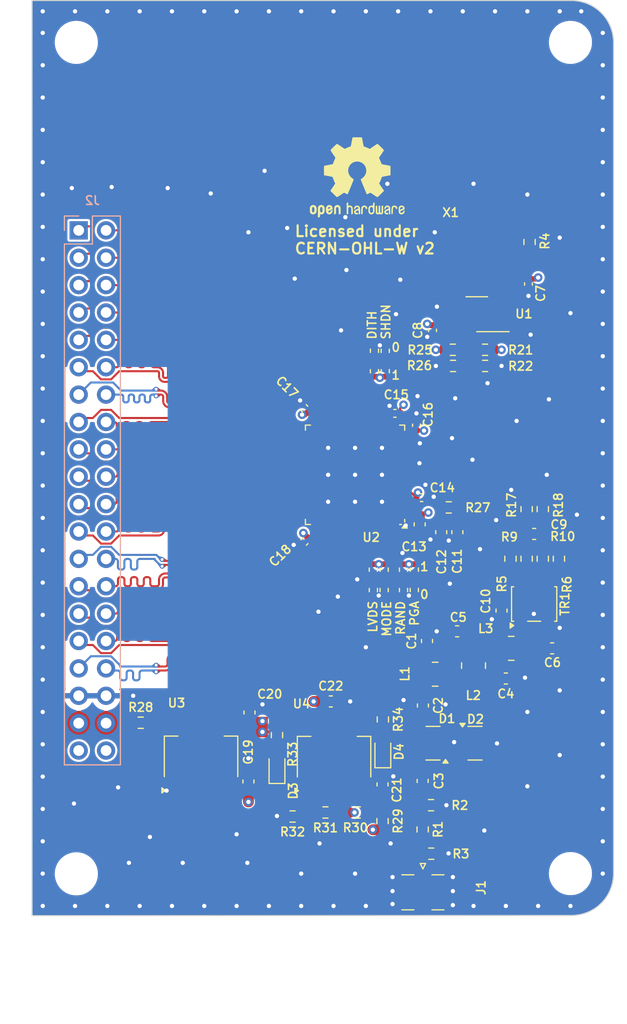
<source format=kicad_pcb>
(kicad_pcb (version 20240108) (generator "pcbnew") (generator_version "8.0")
  (layers (0 "F.Cu" signal) (1 "In1.Cu" signal) (2 "In2.Cu" signal) (31 "B.Cu" signal) (34 "B.Paste" user) (35 "F.Paste" user) (36 "B.SilkS" user "B.Silkscreen") (37 "F.SilkS" user "F.Silkscreen") (38 "B.Mask" user) (39 "F.Mask" user) (44 "Edge.Cuts" user))
  (net 0 "")
  (net 1 "Net-(C1-Pad1)")
  (net 2 "GND")
  (net 3 "Net-(R6-Pad1)")
  (net 4 "Net-(C2-Pad2)")
  (net 5 "Net-(R5-Pad1)")
  (net 6 "+3.3V")
  (net 7 "Net-(C3-Pad2)")
  (net 8 "Net-(C4-Pad1)")
  (net 9 "Net-(C5-Pad1)")
  (net 10 "Net-(C6-Pad1)")
  (net 11 "/D0_N")
  (net 12 "/D0_P")
  (net 13 "/D1_N")
  (net 14 "/D1_P")
  (net 15 "/D2_N")
  (net 16 "/D2_P")
  (net 17 "/D3_N")
  (net 18 "/D3_P")
  (net 19 "/D4_N")
  (net 20 "/D4_P")
  (net 21 "VDD")
  (net 22 "/D5_N")
  (net 23 "/D5_P")
  (net 24 "/D6_N")
  (net 25 "/D6_P")
  (net 26 "/D7_N")
  (net 27 "/D7_P")
  (net 28 "/CLK_N")
  (net 29 "/CLK_P")
  (net 30 "/D8_N")
  (net 31 "/D8_P")
  (net 32 "/D9_N")
  (net 33 "/D9_P")
  (net 34 "/D10_N")
  (net 35 "/D10_P")
  (net 36 "/D11_N")
  (net 37 "/D11_P")
  (net 38 "/D12_N")
  (net 39 "/D12_P")
  (net 40 "/D13_N")
  (net 41 "/D13_P")
  (net 42 "/D14_N")
  (net 43 "/D14_P")
  (net 44 "/D15_N")
  (net 45 "/D15_P")
  (net 46 "Net-(C10-Pad1)")
  (net 47 "Net-(U2-VCM)")
  (net 48 "Net-(U4-VI)")
  (net 49 "Net-(D2-A)")
  (net 50 "Net-(D1-A)")
  (net 51 "Net-(J1-In)")
  (net 52 "Net-(U2-PGA)")
  (net 53 "Net-(U2-RAND)")
  (net 54 "Net-(U2-LVDS)")
  (net 55 "Net-(X1-EN)")
  (net 56 "Net-(U2-SHDN)")
  (net 57 "/ENC+")
  (net 58 "/ENC-")
  (net 59 "/VBUS")
  (net 60 "/3V3_FPGA")
  (net 61 "/AIN2+")
  (net 62 "/AIN2-")
  (net 63 "/AIN+")
  (net 64 "/AIN-")
  (net 65 "Net-(U2-DITH)")
  (net 66 "Net-(U2-MODE)")
  (net 67 "Net-(U4-ADJ)")
  (net 70 "Net-(U1-DI1)")
  (net 73 "Net-(D3-A)")
  (net 74 "Net-(D4-A)")
  (footprint "Resistor_SMD:R_0603_1608Metric" (layer "F.Cu") (at 76.25 201.325 180)
    (property "Reference" "R31")
    (property "Value" "R")
  )
  (footprint "Resistor_SMD:R_0603_1608Metric" (layer "F.Cu") (at 81.58 192.694999 -90)
    (property "Reference" "R34")
    (property "Value" "470")
  )
  (footprint "hnch:C_0603_0402_HandSolder_Combo" (layer "F.Cu") (at 85.68 185.42 90)
    (property "Reference" "C1")
    (property "Value" "C")
  )
  (footprint "MountingHole:MountingHole_3.5mm" (layer "F.Cu") (at 99.12 207)
    (property "Reference" "H4" (hide yes))
    (property "Value" "MountingHole")
  )
  (footprint "hnch:C_0603_0402_HandSolder_Combo" (layer "F.Cu") (at 88.48 184.52 180)
    (property "Reference" "C5")
    (property "Value" "C")
  )
  (footprint "Capacitor_SMD:C_0402_1005Metric" (layer "F.Cu") (at 85.18 172.12)
    (property "Reference" "C14")
    (property "Value" "100n")
  )
  (footprint "LED_SMD:LED_0603_1608Metric" (layer "F.Cu") (at 81.58 195.694999 90)
    (property "Reference" "D4")
    (property "Value" "LED")
  )
  (footprint "Resistor_SMD:R_0402_1005Metric" (layer "F.Cu") (at 80.8 160.390001 90)
    (property "Reference" "R19" (hide yes))
    (property "Value" "4.7k")
  )
  (footprint "Capacitor_SMD:C_0603_1608Metric" (layer "F.Cu") (at 76.75 191.025)
    (property "Reference" "C22")
    (property "Value" "2.2u")
  )
  (footprint "Resistor_SMD:R_0402_1005Metric" (layer "F.Cu") (at 80.8 158.490001 90)
    (property "Reference" "R20" (hide yes))
    (property "Value" "4.7k")
  )
  (footprint "Resistor_SMD:R_0603_1608Metric" (layer "F.Cu") (at 88.1 159.9 180)
    (property "Reference" "R26")
    (property "Value" "83")
  )
  (footprint "Capacitor_SMD:C_0402_1005Metric" (layer "F.Cu") (at 86.2 156.6 -90)
    (property "Reference" "C8")
    (property "Value" "100n")
  )
  (footprint "Resistor_SMD:R_0603_1608Metric" (layer "F.Cu") (at 81.55 202.125 90)
    (property "Reference" "R29")
    (property "Value" "0")
  )
  (footprint "Symbol:OSHW-Logo2_9.8x8mm_SilkScreen" (layer "F.Cu") (at 79.2 142.4)
    (property "Reference" "REF**" (hide yes))
    (property "Value" "OSHW-Logo2_9.8x8mm_SilkScreen" (hide yes))
  )
  (footprint "Package_TO_SOT_SMD:SOT-223-3_TabPin2" (layer "F.Cu") (at 64.7 196.149999 90)
    (property "Reference" "U3")
    (property "Value" "LT1117-3.3")
  )
  (footprint "Capacitor_SMD:C_0603_1608Metric" (layer "F.Cu") (at 85 174.6 -90)
    (property "Reference" "C13")
    (property "Value" "2.2u")
  )
  (footprint "Resistor_SMD:R_0603_1608Metric" (layer "F.Cu") (at 85.275 202.9 -90)
    (property "Reference" "R1")
    (property "Value" "5.1")
  )
  (footprint "Resistor_SMD:R_0402_1005Metric" (layer "F.Cu") (at 83.5 180.690001 -90)
    (property "Reference" "R12" (hide yes))
    (property "Value" "4.7k")
  )
  (footprint "Connector_Coaxial:SMA_Samtec_SMA-J-P-H-ST-EM1_EdgeMount" (layer "F.Cu") (at 85.3 208.82 -90)
    (property "Reference" "J1")
    (property "Value" "Conn_Coaxial")
  )
  (footprint "hnch:L_1008_0805_0603_HandSolder_Combo" (layer "F.Cu") (at 86.437499 188.5)
    (property "Reference" "L1")
    (property "Value" "L")
  )
  (footprint "Package_TO_SOT_SMD:SOT-223-3_TabPin2" (layer "F.Cu") (at 77.05 196.174999 90)
    (property "Reference" "U4")
    (property "Value" "LT1117-ADJ")
  )
  (footprint "Resistor_SMD:R_0603_1608Metric" (layer "F.Cu") (at 95.2 148.4 90)
    (property "Reference" "R4")
    (property "Value" "4.7k")
  )
  (footprint "hnch:L_1008_0805_0603_HandSolder_Combo" (layer "F.Cu") (at 90 187.7 90)
    (property "Reference" "L2")
    (property "Value" "L")
  )
  (footprint "Resistor_SMD:R_0402_1005Metric" (layer "F.Cu") (at 80.7 180.690001 -90)
    (property "Reference" "R14" (hide yes))
    (property "Value" "4.7k")
  )
  (footprint "hnch:C_0603_0402_HandSolder_Combo" (layer "F.Cu") (at 97.3 186.1)
    (property "Reference" "C6")
    (property "Value" "C")
  )
  (footprint "Capacitor_SMD:C_0603_1608Metric" (layer "F.Cu") (at 87 175.325 -90)
    (property "Reference" "C12")
    (property "Value" "2.2u")
  )
  (footprint "MountingHole:MountingHole_3.5mm" (layer "F.Cu") (at 53.12 207.02)
    (property "Reference" "H2" (hide yes))
    (property "Value" "MountingHole")
  )
  (footprint "Capacitor_SMD:C_0402_1005Metric" (layer "F.Cu") (at 95.1 152.3 -90)
    (property "Reference" "C7")
    (property "Value" "100n")
  )
  (footprint "Resistor_SMD:R_0603_1608Metric" (layer "F.Cu") (at 86.05 200.65)
    (property "Reference" "R2")
    (property "Value" "1k")
  )
  (footprint "Capacitor_SMD:C_0603_1608Metric" (layer "F.Cu") (at 85.3 191.4 -90)
    (property "Reference" "C2")
    (property "Value" "1u")
  )
  (footprint "Resistor_SMD:R_0603_1608Metric" (layer "F.Cu") (at 88.075 158.4)
    (property "Reference" "R25")
    (property "Value" "130")
  )
  (footprint "hnch:L_1008_0805_0603_HandSolder_Combo" (layer "F.Cu") (at 93.5 186.1)
    (property "Reference" "L3")
    (property "Value" "L")
  )
  (footprint "Capacitor_SMD:C_0603_1608Metric" (layer "F.Cu") (at 69.1 198.449999 90)
    (property "Reference" "C19")
    (property "Value" "2.2u")
  )
  (footprint "Resistor_SMD:R_0402_1005Metric" (layer "F.Cu") (at 80.7 178.8 -90)
    (property "Reference" "R13" (hide yes))
    (property "Value" "4.7k")
  )
  (footprint "Capacitor_SMD:C_0603_1608Metric" (layer "F.Cu") (at 95.630001 175.484999)
    (property "Reference" "C9")
    (property "Value" "4.7p")
  )
  (footprint "Capacitor_SMD:C_0402_1005Metric" (layer "F.Cu") (at 84.7 165.4 90)
    (property "Reference" "C16")
    (property "Value" "100n")
  )
  (footprint "Resistor_SMD:R_0603_1608Metric" (layer "F.Cu") (at 93.43 177.784999 90)
    (property "Reference" "R5")
    (property "Value" "10")
  )
  (footprint "Capacitor_SMD:C_0402_1005Metric" (layer "F.Cu") (at 74.28 163.82 135)
    (property "Reference" "C17")
    (property "Value" "100n")
  )
  (footprint "hnch:C_0603_0402_HandSolder_Combo" (layer "F.Cu") (at 93 188.9)
    (property "Reference" "C4")
    (property "Value" "C")
  )
  (footprint "Resistor_SMD:R_0603_1608Metric" (layer "F.Cu") (at 97.93 177.784999 90)
    (property "Reference" "R6")
    (property "Value" "10")
  )
  (footprint "Resistor_SMD:R_0603_1608Metric" (layer "F.Cu") (at 86.075 205.15)
    (property "Reference" "R3")
    (property "Value" "1k")
  )
  (footprint "Capacitor_SMD:C_0603_1608Metric" (layer "F.Cu") (at 85.275 198.4 -90)
    (property "Reference" "C3")
    (property "Value" "1u")
  )
  (footprint "Resistor_SMD:R_0402_1005Metric" (layer "F.Cu") (at 84.5 180.690001 -90)
    (property "Reference" "R8" (hide yes))
    (property "Value" "4.7k")
  )
  (footprint "Resistor_SMD:R_0603_1608Metric" (layer "F.Cu") (at 91.075 158.4 180)
    (property "Reference" "R21")
    (property "Value" "130")
  )
  (footprint "Resistor_SMD:R_0603_1608Metric" (layer "F.Cu") (at 91.075 159.9)
    (property "Reference" "R22")
    (property "Value" "83")
  )
  (footprint "Resistor_SMD:R_0603_1608Metric" (layer "F.Cu") (at 96.43 177.784999 90)
    (property "Reference" "R10")
    (property "Value" "33.2")
  )
  (footprint "Resistor_SMD:R_0603_1608Metric" (layer "F.Cu") (at 94.93 177.784999 -90)
    (property "Reference" "R9")
    (property "Value" "33.2")
  )
  (footprint "Capacitor_SMD:C_0402_1005Metric" (layer "F.Cu") (at 82.7 164.3 180)
    (property "Reference" "C15")
    (property "Value" "100n")
  )
  (footprint "Capacitor_SMD:C_0603_1608Metric" (layer "F.Cu") (at 69.2 192.05 90)
    (property "Reference" "C20")
    (property "Value" "2.2u")
  )
  (footprint "Package_SO:VSSOP-8_3.0x3.0mm_P0.65mm" (layer "F.Cu") (at 90.3 155.1 180)
    (property "Reference" "U1")
    (property "Value" "SN65EPT22")
  )
  (footprint "Resistor_SMD:R_0603_1608Metric" (layer "F.Cu") (at 94.929999 173.184999 90)
    (property "Reference" "R17")
    (property "Value" "10")
  )
  (footprint "Package_TO_SOT_SMD:SOT-23" (layer "F.Cu") (at 86.2375 194.9 180)
    (property "Reference" "D1")
    (property "Value" "BAV99")
  )
  (footprint "Capacitor_SMD:C_0402_1005Metric" (layer "F.Cu") (at 74.3 176.2 -135)
    (property "Reference" "C18")
    (property "Value" "100n")
  )
  (footprint "Resistor_SMD:R_0402_1005Metric" (layer "F.Cu") (at 81.7 178.8 -90)
    (property "Reference" "R23" (hide yes))
    (property "Value" "4.7k")
  )
  (footprint "MountingHole:MountingHole_3.5mm" (layer "F.Cu") (at 53.12 129.88)
    (property "Reference" "H1" (hide yes))
    (property "Value" "MountingHole")
  )
  (footprint "Resistor_SMD:R_0402_1005Metric" (layer "F.Cu") (at 84.5 178.8 -90)
    (property "Reference" "R7" (hide yes))
    (property "Value" "4.7k")
  )
  (footprint "Package_DFN_QFN:QFN-64-1EP_9x9mm_P0.5mm_EP7.15x7.15mm" (layer "F.Cu") (at 79 170 180)
    (property "Reference" "U2")
    (property "Value" "LTC2208")
  )
  (footprint "Resistor_SMD:R_0402_1005Metric" (layer "F.Cu") (at 83.5 178.8 -90)
    (property "Reference" "R11" (hide yes))
    (property "Value" "4.7k")
  )
  (footprint "Capacitor_SMD:C_0603_1608Metric" (layer "F.Cu") (at 92.6 182.6 -90)
    (property "Reference" "C10")
    (property "Value" "10n")
  )
  (footprint "MountingHole:MountingHole_3.5mm" (layer "F.Cu") (at 99 129.88)
    (property "Reference" "H3" (hide yes))
    (property "Value" "MountingHole")
  )
  (footprint "LED_SMD:LED_0603_1608Metric" (layer "F.Cu") (at 71.75 197.15 90)
    (property "Reference" "D3")
    (property "Value" "LED")
  )
  (footprint "Resistor_SMD:R_0603_1608Metric" (layer "F.Cu") (at 87.7 173.025 180)
    (property "Reference" "R27")
    (property "Value" "100")
  )
  (footprint "Resistor_SMD:R_0402_1005Metric" (layer "F.Cu") (at 81.7 180.690001 -90)
    (property "Reference" "R24" (hide yes))
    (property "Value" "4.7k")
  )
  (footprint "Resistor_SMD:R_0603_1608Metric" (layer "F.Cu") (at 73.2 201.7 180)
    (property "Reference" "R32")
    (property "Value" "R")
  )
  (footprint "Resistor_SMD:R_0402_1005Metric" (layer "F.Cu") (at 81.8 160.390001 90)
    (property "Reference" "R15" (hide yes))
    (property "Value" "4.7k")
  )
  (footprint "Capacitor_SMD:C_0603_1608Metric" (layer "F.Cu") (at 88.5 175.325 -90)
    (property "Reference" "C11")
    (property "Value" "10n")
  )
  (footprint "Capacitor_SMD:C_0603_1608Metric" (layer "F.Cu") (at 81.55 198.725 90)
    (property "Reference" "C21")
    (property "Value" "2.2u")
  )
  (footprint "Resistor_SMD:R_0603_1608Metric" (layer "F.Cu") (at 79.25 201.325)
    (property "Reference" "R30")
    (property "Value" "0")
  )
  (footprint "Resistor_SMD:R_0402_1005Metric" (layer "F.Cu") (at 81.8 158.5 90)
    (property "Reference" "R16" (hide yes))
    (property "Value" "4.7k")
  )
  (footprint "Resistor_SMD:R_0603_1608Metric" (layer "F.Cu") (at 59.1 193)
    (property "Reference" "R28")
    (property "Value" "0")
  )
  (footprint "Transformer_SMD:Transformer_MACOM_SM-22" (layer "F.Cu") (at 95.63 181.984999 90)
    (property "Reference" "TR1")
    (property "Value" "ETC4-1-2")
  )
  (footprint "Package_TO_SOT_SMD:SOT-23" (layer "F.Cu") (at 90.1375 194.9)
    (property "Reference" "D2")
    (property "Value" "BAV99")
  )
  (footprint "Resistor_SMD:R_0603_1608Metric" (layer "F.Cu") (at 71.75 194.15 -90)
    (property "Reference" "R33")
    (property "Value" "470")
  )
  (footprint "Oscillator:Oscillator_SMD_EuroQuartz_XO91-4Pin_7.0x5.0mm" (layer "F.Cu") (at 90.6 149.7 180)
    (property "Reference" "X1")
    (property "Value" "XO91")
  )
  (footprint "Resistor_SMD:R_0603_1608Metric" (layer "F.Cu") (at 96.430001 173.184999 90)
    (property "Reference" "R18")
    (property "Value" "10")
  )
  (footprint "Connector_PinSocket_2.54mm:PinSocket_2x20_P2.54mm_Vertical" (layer "B.Cu") (at 53.34 147.32 180)
    (property "Reference" "J2")
    (property "Value" "Conn_02x20_Odd_Even")
  )
  (gr_arc (start 99.12 126) (mid 101.863574 127.136426) (end 103 129.88) (stroke (width 0.1)) (layer "Edge.Cuts"))
  (gr_line (start 49 210.9) (end 49 126) (stroke (width 0.1)) (layer "Edge.Cuts"))
  (gr_arc (start 103 207) (mid 101.863574 209.743574) (end 99.12 210.88) (stroke (width 0.1)) (layer "Edge.Cuts"))
  (gr_line (start 49 126) (end 99.12 126) (stroke (width 0.1)) (layer "Edge.Cuts"))
  (gr_line (start 99.12 210.88) (end 49 210.9) (stroke (width 0.1)) (layer "Edge.Cuts"))
  (gr_line (start 103 129.88) (end 103 207) (stroke (width 0.1)) (layer "Edge.Cuts"))
  (gr_text "LTC2208 Add-On for the\nHelloFPGA Smart Zynq SL\n(c) 2024 DC4HP hnch@gmx.net\nv1.1 2024-10-19" (at 61 138 0) (layer "F.Cu") (effects (font (size 1.5 1.5) (thickness 0.3) (bold yes)) (justify left bottom)))
  (gr_text "0\n\n1" (at 82.78 161.22 0) (layer "F.SilkS") (effects (font (size 0.8 0.8) (thickness 0.15) (bold yes)) (justify bottom)))
  (gr_text "DITH\nSHDN" (at 82.33 157.52 90) (layer "F.SilkS") (effects (font (size 0.8 0.8) (thickness 0.15) (bold yes)) (justify left bottom)))
  (gr_text "LVDS\nMODE\nRAND\nPGA" (at 84.98 181.62 90) (layer "F.SilkS") (effects (font (size 0.8 0.8) (thickness 0.15) (bold yes)) (justify right bottom)))
  (gr_text "Licensed under \nCERN-OHL-W v2" (at 73.3 149.6 0) (layer "F.SilkS") (effects (font (size 1 1) (thickness 0.2) (bold yes)) (justify left bottom)))
  (gr_text "1\n\n0" (at 85.43 181.57 0) (layer "F.SilkS") (effects (font (size 0.8 0.8) (thickness 0.15) (bold yes)) (justify bottom)))
  (segment (start 85.3 186.662501) (end 85.68 186.282501) (width 0.25) (layer "F.Cu") (net 1))
  (segment (start 85.3 190.625) (end 85.3 186.662501) (width 0.25) (layer "F.Cu") (net 1))
  (segment (start 82.25 165.5625) (end 82.25 166.75) (width 0.2) (layer "F.Cu") (net 2))
  (segment (start 75.75 173.25) (end 76.5 172.5) (width 0.2) (layer "F.Cu") (net 2))
  (segment (start 93.862501 188.9) (end 94.7 188.9) (width 0.25) (layer "F.Cu") (net 2))
  (segment (start 81.75 167.25) (end 81.5 167.5) (width 0.2) (layer "F.Cu") (net 2))
  (segment (start 86 176) (end 85.375 175.375) (width 0.5) (layer "F.Cu") (net 2))
  (segment (start 82.25 165.5625) (end 82.25 164.33) (width 0.2) (layer "F.Cu") (net 2))
  (segment (start 83.4375 172.25) (end 81.25 172.25) (width 0.2) (layer "F.Cu") (net 2))
  (segment (start 69.2 191.299999) (end 70.35 191.299999) (width 1) (layer "F.Cu") (net 2))
  (segment (start 86.58 184.52) (end 87.617499 184.52) (width 0.25) (layer "F.Cu") (net 2))
  (segment (start 97.5 183.7) (end 96.9 183.7) (width 0.2) (layer "F.Cu") (net 2))
  (segment (start 83.4375 169.25) (end 84.655 169.25) (width 0.2) (layer "F.Cu") (net 2))
  (segment (start 81.5 172.5) (end 79 170) (width 0.2) (layer "F.Cu") (net 2))
  (segment (start 82.25 173.25) (end 81.5 172.5) (width 0.2) (layer "F.Cu") (net 2))
  (segment (start 86.301632 172.039321) (end 85.740679 172.039321) (width 0.5) (layer "F.Cu") (net 2))
  (segment (start 82.525001 197.95) (end 82.55 197.974999) (width 1) (layer "F.Cu") (net 2))
  (segment (start 86.58 184.52) (end 85.717499 184.52) (width 0.25) (layer "F.Cu") (net 2))
  (segment (start 85.375 175.375) (end 85 175.375) (width 0.5) (layer "F.Cu") (net 2))
  (segment (start 83.4375 167.25) (end 81.75 167.25) (width 0.2) (layer "F.Cu") (net 2))
  (segment (start 84.83995 167.25) (end 85.014949 167.075001) (width 0.2) (layer "F.Cu") (net 2))
  (segment (start 83.4375 173.25) (end 82.25 173.25) (width 0.2) (layer "F.Cu") (net 2))
  (segment (start 86.1 176.1) (end 86 176) (width 0.5) (layer "F.Cu") (net 2))
  (segment (start 83.4375 170.75) (end 79.75 170.75) (width 0.2) (layer "F.Cu") (net 2))
  (segment (start 83.4375 167.25) (end 84.83995 167.25) (width 0.2) (layer "F.Cu") (net 2))
  (segment (start 80.25 168.75) (end 79 170) (width 0.2) (layer "F.Cu") (net 2))
  (segment (start 85.82 157.08) (end 85.7 157.2) (width 0.5) (layer "F.Cu") (net 2))
  (segment (start 86.9 205.15) (end 87.65 205.15) (width 0.25) (layer "F.Cu") (net 2))
  (segment (start 79.75 169.25) (end 79 170) (width 0.2) (layer "F.Cu") (net 2))
  (segment (start 82.2 163.6) (end 82.22 163.62) (width 0.2) (layer "F.Cu") (net 2))
  (segment (start 98.162501 184.362501) (end 98 184.2) (width 0.25) (layer "F.Cu") (net 2))
  (segment (start 82.25 164.33) (end 82.22 164.3) (width 0.2) (layer "F.Cu") (net 2))
  (segment (start 85.531868 170.925) (end 85.356868 170.75) (width 0.2) (layer "F.Cu") (net 2))
  (segment (start 70.1125 196.3) (end 71.75 197.9375) (width 0.3) (layer "F.Cu") (net 2))
  (segment (start 83.4375 169.25) (end 79.75 169.25) (width 0.2) (layer "F.Cu") (net 2))
  (segment (start 82.22 163.62) (end 82.22 164.3) (width 0.2) (layer "F.Cu") (net 2))
  (segment (start 95.1 152.78) (end 95.1 153.4) (width 0.5) (layer "F.Cu") (net 2))
  (segment (start 81.55 196.5125) (end 81.58 196.4825) (width 0.3) (layer "F.Cu") (net 2))
  (segment (start 86.875 154.125) (end 86.6 154.4) (width 0.2) (layer "F.Cu") (net 2))
  (segment (start 86.975 154.775) (end 86.6 154.4) (width 0.2) (layer "F.Cu") (net 2))
  (segment (start 86.5 147.6) (end 86.4 147.5) (width 0.5) (layer "F.Cu") (net 2))
  (segment (start 69.1 196.3) (end 70.1125 196.3) (width 0.3) (layer "F.Cu") (net 2))
  (segment (start 75.75 166.75) (end 76.5 167.5) (width 0.2) (layer "F.Cu") (net 2))
  (segment (start 81.55 197.95) (end 81.55 196.5125) (width 0.3) (layer "F.Cu") (net 2))
  (segment (start 73.940589 163.480589) (end 73.940589 163.140589) (width 0.5) (layer "F.Cu") (net 2))
  (segment (start 69.1 196.3) (end 69.1 197.674999) (width 1) (layer "F.Cu") (net 2))
  (segment (start 94.7 188.9) (end 94.78 188.82) (width 0.25) (layer "F.Cu") (net 2))
  (segment (start 91.9 159.9) (end 92.6 159.9) (width 0.5) (layer "F.Cu") (net 2))
  (segment (start 83.4375 168.75) (end 84.805 168.75) (width 0.2) (layer "F.Cu") (net 2))
  (segment (start 81.25 172.25) (end 79 170) (width 0.2) (layer "F.Cu") (net 2))
  (segment (start 88.1 154.775) (end 86.975 154.775) (width 0.2) (layer "F.Cu") (net 2))
  (segment (start 92.16 194.9) (end 92.18 194.92) (width 0.25) (layer "F.Cu") (net 2))
  (segment (start 87 176.1) (end 86.1 176.1) (width 0.5) (layer "F.Cu") (net 2))
  (segment (start 98.162501 186.1) (end 98.162501 184.362501) (width 0.25) (layer "F.Cu") (net 2))
  (segment (start 87.65 205.15) (end 87.68 205.12) (width 0.25) (layer "F.Cu") (net 2))
  (segment (start 84.7 164.92) (end 84.7 164.3) (width 0.5) (layer "F.Cu") (net 2))
  (segment (start 98 184.2) (end 97.5 183.7) (width 0.2) (layer "F.Cu") (net 2))
  (segment (start 61.5 199.299999) (end 62.4 199.299999) (width 1) (layer "F.Cu") (net 2))
  (segment (start 88.1 154.125) (end 86.875 154.125) (width 0.2) (layer "F.Cu") (net 2))
  (segment (start 87.48 200.65) (end 86.875 200.65) (width 0.25) (layer "F.Cu") (net 2))
  (segment (start 91.075 194.9) (end 92.16 194.9) (width 0.25) (layer "F.Cu") (net 2))
  (segment (start 82.25 166.75) (end 79 170) (width 0.2) (layer "F.Cu") (net 2))
  (segment (start 86.2 157.08) (end 85.82 157.08) (width 0.5) (layer "F.Cu") (net 2))
  (segment (start 76.5 167.5) (end 79 170) (width 0.2) (layer "F.Cu") (net 2))
  (segment (start 87.275 159.9) (end 86.5 159.9) (width 0.5) (layer "F.Cu") (net 2))
  (segment (start 77.525 191.025) (end 78.55 191.025) (width 1) (layer "F.Cu") (net 2))
  (segment (start 81.55 197.95) (end 82.525001 197.95) (width 1) (layer "F.Cu") (net 2))
  (segment (start 76.5 172.5) (end 79 170) (width 0.2) (layer "F.Cu") (net 2))
  (segment (start 75.75 165.5625) (end 75.75 166.75) (width 0.2) (layer "F.Cu") (net 2))
  (segment (start 91.7 183.4) (end 92.575 183.4) (width 0.2) (layer "F.Cu") (net 2))
  (segment (start 84.805 168.75) (end 84.98 168.925) (width 0.2) (layer "F.Cu") (net 2))
  (segment (start 79.75 170.75) (end 79 170) (width 0.2) (layer "F.Cu") (net 2))
  (segment (start 88.5 176.1) (end 87.7 176.1) (width 0.5) (layer "F.Cu") (net 2))
  (segment (start 88.1 147.6) (end 86.5 147.6) (width 0.5) (layer "F.Cu") (net 2))
  (segment (start 73.339411 176.539411) (end 73.3 176.5) (width 0.5) (layer "F.Cu") (net 2))
  (segment (start 83.4375 168.75) (end 80.25 168.75) (width 0.2) (layer "F.Cu") (net 2))
  (segment (start 85.717499 184.52) (end 85.68 184.557499) (width 0.25) (layer "F.Cu") (net 2))
  (segment (start 81.5 167.5) (end 79 170) (width 0.2) (layer "F.Cu") (net 2))
  (segment (start 85.356868 170.75) (end 83.4375 170.75) (width 0.2) (layer "F.Cu") (net 2))
  (segment (start 75.75 174.4375) (end 75.75 173.25) (width 0.2) (layer "F.Cu") (net 2))
  (segment (start 85.740679 172.039321) (end 85.66 172.12) (width 0.5) (layer "F.Cu") (net 2))
  (segment (start 92.575 183.4) (end 92.6 183.375) (width 0.2) (layer "F.Cu") (net 2))
  (segment (start 73.960589 176.539411) (end 73.339411 176.539411) (width 0.5) (layer "F.Cu") (net 2))
  (segment (start 70.35 191.299999) (end 70.4 191.349999) (width 1) (layer "F.Cu") (net 2))
  (segment (start 73.940589 163.140589) (end 73.9 163.1) (width 0.5) (layer "F.Cu") (net 2))
  (segment (start 84.655 169.25) (end 84.98 168.925) (width 0.2) (layer "F.Cu") (net 2))
  (via (at 102 171) (size 0.8) (drill 0.4) (layers "F.Cu" "B.Cu") (net 2))
  (via (at 102 207) (size 0.8) (drill 0.4) (layers "F.Cu" "B.Cu") (net 2))
  (via (at 91.7 183.4) (size 0.8) (drill 0.4) (layers "F.Cu" "B.Cu") (net 2))
  (via (at 82.48 208.62) (size 0.8) (drill 0.4) (layers "F.Cu" "B.Cu") (net 2))
  (via (at 94 165) (size 0.8) (drill 0.4) (layers "F.Cu" "B.Cu") (net 2))
  (via (at 83.2 151.9) (size 0.8) (drill 0.4) (layers "F.Cu" "B.Cu") (net 2))
  (via (at 73.4 151.8) (size 0.8) (drill 0.4) (layers "F.Cu" "B.Cu") (net 2))
  (via (at 98 184.2) (size 0.8) (drill 0.4) (layers "F.Cu" "B.Cu") (net 2))
  (via (at 102 192) (size 0.8) (drill 0.4) (layers "F.Cu" "B.Cu") (net 2))
  (via (at 81.2 181.2) (size 0.8) (drill 0.4) (layers "F.Cu" "B.Cu") (net 2))
  (via (at 87.4 191.3) (size 0.8) (drill 0.4) (layers "F.Cu" "B.Cu") (net 2))
  (via (at 90 143) (size 0.8) (drill 0.4) (layers "F.Cu" "B.Cu") (net 2))
  (via (at 102 153) (size 0.8) (drill 0.4) (layers "F.Cu" "B.Cu") (net 2))
  (via (at 86.6 154.4) (size 0.8) (drill 0.4) (layers "F.Cu" "B.Cu") (net 2))
  (via (at 50 207) (size 0.8) (drill 0.4) (layers "F.Cu" "B.Cu") (net 2))
  (via (at 70.6 141.8) (size 0.8) (drill 0.4) (layers "F.Cu" "B.Cu") (net 2))
  (via (at 102 150) (size 0.8) (drill 0.4) (layers "F.Cu" "B.Cu") (net 2))
  (via (at 92.1 174.2) (size 0.8) (drill 0.4) (layers "F.Cu" "B.Cu") (net 2))
  (via (at 71 127) (size 0.8) (drill 0.4) (layers "F.Cu" "B.Cu") (net 2))
  (via (at 84 181.2) (size 0.8) (drill 0.4) (layers "F.Cu" "B.Cu") (net 2))
  (via (at 81.5 167.5) (size 0.8) (drill 0.4) (layers "F.Cu" "B.Cu") (net 2))
  (via (at 50 141) (size 0.8) (drill 0.4) (layers "F.Cu" "B.Cu") (net 2))
  (via (at 65.6 143.9) (size 0.8) (drill 0.4) (layers "F.Cu" "B.Cu") (net 2))
  (via (at 102 147) (size 0.8) (drill 0.4) (layers "F.Cu" "B.Cu") (net 2))
  (via (at 82.48 207.32) (size 0.8) (drill 0.4) (layers "F.Cu" "B.Cu") (net 2))
  (via (at 102 138) (size 0.8) (drill 0.4) (layers "F.Cu" "B.Cu") (net 2))
  (via (at 84.8 162.7) (size 0.8) (drill 0.4) (layers "F.Cu" "B.Cu") (net 2))
  (via (at 59 210) (size 0.8) (drill 0.4) (layers "F.Cu" "B.Cu") (net 2))
  (via (at 95.6 182.9) (size 0.8) (drill 0.4) (layers "F.Cu" "B.Cu") (net 2))
  (via (at 50 210) (size 0.8) (drill 0.4) (layers "F.Cu" "B.Cu") (net 2))
  (via (at 96.8 170) (size 0.8) (drill 0.4) (layers "F.Cu" "B.Cu") (net 2))
  (via (at 78.1 146.1) (size 0.8) (drill 0.4) (layers "F.Cu" "B.Cu") (net 2))
  (via (at 94.78 188.82) (size 0.8) (drill 0.4) (layers "F.Cu" "B.Cu") (net 2))
  (via (at 50 204) (size 0.8) (drill 0.4) (layers "F.Cu" "B.Cu") (net 2))
  (via (at 86 127) (size 0.8) (drill 0.4) (layers "F.Cu" "B.Cu") (net 2))
  (via (at 88 166.6) (size 0.8) (drill 0.4) (layers "F.Cu" "B.Cu") (net 2))
  (via (at 79.2 179.7) (size 0.8) (drill 0.4) (layers "F.Cu" "B.Cu") (net 2))
  (via (at 83 127) (size 0.8) (drill 0.4) (layers "F.Cu" "B.Cu") (net 2))
  (via (at 95 127) (size 0.8) (drill 0.4) (layers "F.Cu" "B.Cu") (net 2))
  (via (at 57 199) (size 0.8) (drill 0.4) (layers "F.Cu" "B.Cu") (net 2))
  (via (at 102 141) (size 0.8) (drill 0.4) (layers "F.Cu" "B.Cu") (net 2))
  (via (at 58.4 190.5) (size 0.8) (drill 0.4) (layers "F.Cu" "B.Cu") (net 2))
  (via (at 89.9 168.6) (size 0.8) (drill 0.4) (layers "F.Cu" "B.Cu") (net 2))
  (via (at 85.531868 170.925) (size 0.8) (drill 0.4) (layers "F.Cu" "B.Cu") (net 2))
  (via (at 69 206) (size 0.8) (drill 0.4) (layers "F.Cu" "B.Cu") (net 2))
  (via (at 62 210) (size 0.8) (drill 0.4) (layers "F.Cu" "B.Cu") (net 2))
  (via (at 79 207) (size 0.8) (drill 0.4) (layers "F.Cu" "B.Cu") (net 2))
  (via (at 56.4 143.3) (size 0.8) (drill 0.4) (layers "F.Cu" "B.Cu") (net 2))
  (via (at 61.6 143.4) (size 0.8) (drill 0.4) (layers "F.Cu" "B.Cu") (net 2))
  (via (at 80 127) (size 0.8) (drill 0.4) (layers "F.Cu" "B.Cu") (net 2))
  (via (at 50 144) (size 0.8) (drill 0.4) (layers "F.Cu" "B.Cu") (net 2))
  (via (at 87.48 200.65) (size 0.8) (drill 0.4) (layers "F.Cu" "B.Cu") (net 2))
  (via (at 88.08 209.92) (size 0.8) (drill 0.4) (layers "F.Cu" "B.Cu") (net 2))
  (via (at 76.5 167.5) (size 0.8) (drill 0.4) (layers "F.Cu" "B.Cu") (net 2))
  (via (at 74 207) (size 0.8) (drill 0.4) (layers "F.Cu" "B.Cu") (net 2))
  (via (at 102 198) (size 0.8) (drill 0.4) (layers "F.Cu" "B.Cu") (net 2))
  (via (at 102 174) (size 0.8) (drill 0.4) (layers "F.Cu" "B.Cu") (net 2))
  (via (at 50 192) (size 0.8) (drill 0.4) (layers "F.Cu" "B.Cu") (net 2))
  (via (at 95.3 157) (size 0.8) (drill 0.4) (layers "F.Cu" "B.Cu") (net 2))
  (via (at 102 132) (size 0.8) (drill 0.4) (layers "F.Cu" "B.Cu") (net 2))
  (via (at 62 127) (size 0.8) (drill 0.4) (layers "F.Cu" "B.Cu") (net 2))
  (via (at 86.58 184.52) (size 0.8) (drill 0.4) (layers "F.Cu" "B.Cu") (net 2))
  (via (at 102 204) (size 0.8) (drill 0.4) (layers "F.Cu" "B.Cu") (net 2))
  (via (at 97 163) (size 0.8) (drill 0.4) (layers "F.Cu" "B.Cu") (net 2))
  (via (at 68 203.35) (size 0.8) (drill 0.4) (layers "F.Cu" "B.Cu") (net 2))
  (via (at 93 210) (size 0.8) (drill 0.4) (layers "F.Cu" "B.Cu") (net 2))
  (via (at 102 159) (size 0.8) (drill 0.4) (layers "F.Cu" "B.Cu") (net 2))
  (via (at 96 210) (size 0.8) (drill 0.4) (layers "F.Cu" "B.Cu") (net 2))
  (via (at 87.8 180.1) (size 0.8) (drill 0.4) (layers "F.Cu" "B.Cu") (net 2))
  (via (at 77 210) (size 0.8) (drill 0.4) (layers "F.Cu" "B.Cu") (net 2))
  (via (at 80 210) (size 0.8) (drill 0.4) (layers "F.Cu" "B.Cu") (net 2))
  (via (at 50 127) (size 0.8) (drill 0.4) (layers "F.Cu" "B.Cu") (net 2))
  (via (at 50 150) (size 0.8) (drill 0.4) (layers "F.Cu" "B.Cu") (net 2))
  (via (at 78.55 191.025) (size 0.8) (drill 0.4) (layers "F.Cu" "B.Cu") (net 2))
  (via (at 82.8 155.1) (size 0.8) (drill 0.4) (layers "F.Cu" "B.Cu") (net 2))
  (via (at 59.95 203.6) (size 0.8) (drill 0.4) (layers "F.Cu" "B.Cu") (net 2))
  (via (at 50 132) (size 0.8) (drill 0.4) (layers "F.Cu" "B.Cu") (net 2))
  (via (at 95 192) (size 0.8) (drill 0.4) (layers "F.Cu" "B.Cu") (net 2))
  (via (at 83.5 190.9) (size 0.8) (drill 0.4) (layers "F.Cu" "B.Cu") (net 2))
  (via (at 90.6 176.9) (size 0.8) (drill 0.4) (layers "F.Cu" "B.Cu") (net 2))
  (via (at 102 186) (size 0.8) (drill 0.4) (layers "F.Cu" "B.Cu") (net 2))
  (via (at 88.08 207.32) (size 0.8) (drill 0.4) (layers "F.Cu" "B.Cu") (net 2))
  (via (at 50 195) (size 0.8) (drill 0.4) (layers "F.Cu" "B.Cu") (net 2))
  (via (at 102 156) (size 0.8) (drill 0.4) (layers "F.Cu" "B.Cu") (net 2))
  (via (at 102 177) (size 0.8) (drill 0.4) (layers "F.Cu" "B.Cu") (net 2))
  (via (at 98 148) (size 0.8) (drill 0.4) (layers "F.Cu" "B.Cu") (net 2))
  (via (at 76.5 172.5) (size 0.8) (drill 0.4) (layers "F.Cu" "B.Cu") (net 2))
  (via (at 82.48 209.82) (size 0.8) (drill 0.4) (layers "F.Cu" "B.Cu") (net 2))
  (via (at 95 198.9) (size 0.8) (drill 0.4) (layers "F.Cu" "B.Cu") (net 2))
  (via (at 93.5 171.4) (size 0.8) (drill 0.4) (layers "F.Cu" "B.Cu") (net 2))
  (via (at 50 147) (size 0.8) (drill 0.4) (layers "F.Cu" "B.Cu") (net 2))
  (via (at 83.7 174.7) (size 0.8) (drill 0.4) (layers "F.Cu" "B.Cu") (net 2))
  (via (at 89 127) (size 0.8) (drill 0.4) (layers "F.Cu" "B.Cu") (net 2))
  (via (at 91 203) (size 0.8) (drill 0.4) (layers "F.Cu" "B.Cu") (net 2))
  (via (at 50 174) (size 0.8) (drill 0.4) (layers "F.Cu" "B.Cu") (net 2))
  (via (at 74 127) (size 0.8) (drill 0.4) (layers "F.Cu" "B.Cu") (net 2))
  (via (at 92.6 159.9) (size 0.8) (drill 0.4) (layers "F.Cu" "B.Cu") (net 2))
  (via (at 58 206) (size 0.8) (drill 0.4) (layers "F.Cu" "B.Cu") (net 2))
  (via (at 92.18 194.92) (size 0.8) (drill 0.4) (layers "F.Cu" "B.Cu") (net 2))
  (via (at 52.7 143.4) (size 0.8) (drill 0.4) (layers "F.Cu" "B.Cu") (net 2))
  (via (at 79 170) (size 0.8) (drill 0.4) (layers "F.Cu" "B.Cu") (net 2))
  (via (at 86.301632 172.039321) (size 0.8) (drill 0.4) (layers "F.Cu" "B.Cu") (net 2))
  (via (at 81.5 172.5) (size 0.8) (drill 0.4) (layers "F.Cu" "B.Cu") (net 2))
  (via (at 84.7 164.3) (size 0.8) (drill 0.4) (layers "F.Cu" "B.Cu") (net 2))
  (via (at 102 195) (size 0.8) (drill 0.4) (layers "F.Cu" "B.Cu") (net 2))
  (via (at 56 127) (size 0.8) (drill 0.4) (layers "F.Cu" "B.Cu") (net 2))
  (via (at 70.4 191.3) (size 0.8) (drill 0.4) (layers "F.Cu" "B.Cu") (net 2))
  (via (at 50 201) (size 0.8) (drill 0.4) (layers "F.Cu" "B.Cu") (net 2))
  (via (at 77.7 156.6) (size 0.8) (drill 0.4) (layers "F.Cu" "B.Cu") (net 2))
  (via (at 102 180) (size 0.8) (drill 0.4) (layers "F.Cu" "B.Cu") (net 2))
  (via (at 82.55 197.974999) (size 0.8) (drill 0.4) (layers "F.Cu" "B.Cu") (net 2))
  (via (at 72.7 147.1) (size 0.8) (drill 0.4) (layers "F.Cu" "B.Cu") (net 2))
  (via (at 78.2 151) (size 0.8) (drill 0.4) (layers "F.Cu" "B.Cu") (net 2))
  (via (at 76.5 170) (size 0.8) (drill 0.4) (layers "F.Cu" "B.Cu") (net 2))
  (via (at 98 127) (size 0.8) (drill 0.4) (layers "F.Cu" "B.Cu") (net 2))
  (via (at 75.7 204.2) (size 0.8) (drill 0.4) (layers "F.Cu" "B.Cu") (net 2))
  (via (at 102 162) (size 0.8) (drill 0.4) (layers "F.Cu" "B.Cu") (net 2))
  (via (at 98 190) (size 0.8) (drill 0.4) (layers "F.Cu" "B.Cu") (net 2))
  (via (at 71 210) (size 0.8) (drill 0.4) (layers "F.Cu" "B.Cu") (net 2))
  (via (at 102 135) (size 0.8) (drill 0.4) (layers "F.Cu" "B.Cu") (net 2))
  (via (at 73.3 176.5) (size 0.8) (drill 0.4) (layers "F.Cu" "B.Cu") (net 2))
  (via (at 50 156) (size 0.8) (drill 0.4) (layers "F.Cu" "B.Cu") (net 2))
  (via (at 102 183) (size 0.8) (drill 0.4) (layers "F.Cu" "B.Cu") (net 2))
  (via (at 75.6 182.7) (size 0.8) (drill 0.4) (layers "F.Cu" "B.Cu") (net 2))
  (via (at 50 186) (size 0.8) (drill 0.4) (layers "F.Cu" "B.Cu") (net 2))
  (via (at 83.4 177.25) (size 0.8) (drill 0.4) (layers "F.Cu" "B.Cu") (net 2))
  (via (at 80 186) (size 0.8) (drill 0.4) (layers "F.Cu" "B.Cu") (net 2))
  (via (at 63 206) (size 0.8) (drill 0.4) (layers "F.Cu" "B.Cu") (net 2))
  (via (at 81.5 170) (size 0.8) (drill 0.4) (layers "F.Cu" "B.Cu") (net 2))
  (via (at 82 143) (size 0.8) (drill 0.4) (layers "F.Cu" "B.Cu") (net 2))
  (via (at 99.6 173.7) (size 0.8) (drill 0.4) (layers "F.Cu" "B.Cu") (net 2))
  (via (at 86.4 147.5) (size 0.8) (drill 0.4) (layers "F.Cu" "B.Cu") (net 2))
  (via (at 81.3 157.990001) (size 0.8) (drill 0.4) (layers "F.Cu" "B.Cu") (net 2))
  (via (at 85.7 157.2) (size 0.8) (drill 0.4) (layers "F.Cu" "B.Cu") (net 2))
  (via (at 50 171) (size 0.8) (drill 0.4) (layers "F.Cu" "B.Cu") (net 2))
  (via (at 69.1 147.5) (size 0.8) (drill 0.4) (layers "F.Cu" "B.Cu") (net 2))
  (via (at 53 127) (size 0.8) (drill 0.4) (layers "F.Cu" "B.Cu") (net 2))
  (via (at 77.4 181.3) (size 0.8) (drill 0.4) (layers "F.Cu" "B.Cu") (net 2))
  (via (at 84.98 168.925) (size 0.8) (drill 0.4) (layers "F.Cu" "B.Cu") (net 2))
  (via (at 102 189) (size 0.8) (drill 0.4) (layers "F.Cu" "B.Cu") (net 2))
  (via (at 59 127) (size 0.8) (drill 0.4) (layers "F.Cu" "B.Cu") (net 2))
  (via (at 77 127) (size 0.8) (drill 0.4) (layers "F.Cu" "B.Cu") (net 2))
  (via (at 68 210) (size 0.8) (drill 0.4) (layers "F.Cu" "B.Cu") (net 2))
  (via (at 79 167.5) (size 0.8) (drill 0.4) (layers "F.Cu" "B.Cu") (net 2))
  (via (at 50 183) (size 0.8) (drill 0.4) (layers "F.Cu" "B.Cu") (net 2))
  (via (at 71.75 201.65) (size 0.8) (drill 0.4) (layers "F.Cu" "B.Cu") (net 2))
  (via (at 90 210) (size 0.8) (drill 0.4) (layers "F.Cu" "B.Cu") (net 2))
  (via (at 82.2 163.6) (size 0.8) (drill 0.4) (layers "F.Cu" "B.Cu") (net 2))
  (via (at 100 127) (size 0.8) (drill 0.4) (layers "F.Cu" "B.Cu") (net 2))
  (via (at 86.5 159.9) (size 0.8) (drill 0.4) (layers "F.Cu" "B.Cu") (net 2))
  (via (at 98 196) (size 0.8) (drill 0.4) (layers "F.Cu" "B.Cu") (net 2))
  (via (at 86 176) (size 0.8) (drill 0.4) (layers "F.Cu" "B.Cu") (net 2))
  (via (at 69.1 196.3) (size 0.8) (drill 0.4) (layers "F.Cu" "B.Cu") (net 2))
  (via (at 61.5 199.299999) (size 0.8) (drill 0.4) (layers "F.Cu" "B.Cu") (net 2))
  (via (at 82.3 204.2) (size 0.8) (drill 0.4) (layers "F.Cu" "B.Cu") (net 2))
  (via (at 88.08 208.62) (size 0.8) (drill 0.4) (layers "F.Cu" "B.Cu") (net 2))
  (via (at 102 165) (size 0.8) (drill 0.4) (layers "F.Cu" "B.Cu") (net 2))
  (via (at 102 201) (size 0.8) (drill 0.4) (layers "F.Cu" "B.Cu") (net 2))
  (via (at 102 168) (size 0.8) (drill 0.4) (layers "F.Cu" "B.Cu") (net 2))
  (via (at 65 210) (size 0.8) (drill 0.4) (layers "F.Cu" "B.Cu") (net 2))
  (via (at 87.68 205.12) (size 0.8) (drill 0.4) (layers "F.Cu" "B.Cu") (net 2))
  (via (at 99 155) (size 0.8) (drill 0.4) (layers "F.Cu" "B.Cu") (net 2))
  (via (at 92 127) (size 0.8) (drill 0.4) (layers "F.Cu" "B.Cu") (net 2))
  (via (at 102 144) (size 0.8) (drill 0.4) (layers "F.Cu" "B.Cu") (net 2))
  (via (at 95 144) (size 0.8) (drill 0.4) (layers "F.Cu" "B.Cu") (net 2))
  (via (at 99 210) (size 0.8) (drill 0.4) (layers "F.Cu" "B.Cu") (net 2))
  (via (at 50 162) (size 0.8) (drill 0.4) (layers "F.Cu" "B.Cu") (net 2))
  (via (at 56 210) (size 0.8) (drill 0.4) (layers "F.Cu" "B.Cu") (net 2))
  (via (at 50 198) (size 0.8) (drill 0.4) (layers "F.Cu" "B.Cu") (net 2))
  (via (at 102 129) (size 0.8) (drill 0.4) (layers "F.Cu" "B.Cu") (net 2))
  (via (at 50 129) (size 0.8) (drill 0.4) (layers "F.Cu" "B.Cu") (net 2))
  (via (at 68 127) (size 0.8) (drill 0.4) (layers "F.Cu" "B.Cu") (net 2))
  (via (at 50 168) (size 0.8) (drill 0.4) (layers "F.Cu" "B.Cu") (net 2))
  (via (at 50 135) (size 0.8) (drill 0.4) (layers "F.Cu" "B.Cu") (net 2))
  (via (at 74 210) (size 0.8) (drill 0.4) (layers "F.Cu" "B.Cu") (net 2))
  (via (at 50 153) (size 0.8) (drill 0.4) (layers "F.Cu" "B.Cu") (net 2))
  (via (at 79 172.5) (size 0.8) (drill 0.4) (layers "F.Cu" "B.Cu") (net 2))
  (via (at 52.9 200.5) (size 0.8) (drill 0.4) (layers "F.Cu" "B.Cu") (net 2))
  (via (at 50 177) (size 0.8) (drill 0.4) (layers "F.Cu" "B.Cu") (net 2))
  (via (at 65 127) (size 0.8) (drill 0.4) (layers "F.Cu" "B.Cu") (net 2))
  (via (at 50 159) (size 0.8) (drill 0.4) (layers "F.Cu" "B.Cu") (net 2))
  (via (at 85.014949 167.075001) (size 0.8) (drill 0.4) (layers "F.Cu" "B.Cu") (net 2))
  (via (at 50 189) (size 0.8) (drill 0.4) (layers "F.Cu" "B.Cu") (net 2))
  (via (at 50 165) (size 0.8) (drill 0.4) (layers "F.Cu" "B.Cu") (net 2))
  (via (at 87.7 176.1) (size 0.8) (drill 0.4) (layers "F.Cu" "B.Cu") (net 2))
  (via (at 88.3 162.9) (size 0.8) (drill 0.4) (layers "F.Cu" "B.Cu") (net 2))
  (via (at 73.9 163.1) (size 0.8) (drill 0.4) (layers "F.Cu" "B.Cu") (net 2))
  (via (at 50 138) (size 0.8) (drill 0.4) (layers "F.Cu" "B.Cu") (net 2))
  (via (at 91.3 161.5) (size 0.8) (drill 0.4) (layers "F.Cu" "B.Cu") (net 2))
  (via (at 88.2 194.8) (size 0.8) (drill 0.4) (layers "F.Cu" "B.Cu") (net 2))
  (via (at 50 180) (size 0.8) (drill 0.4) (layers "F.Cu" "B.Cu") (net 2))
  (via (at 53 210) (size 0.8) (drill 0.4) (layers "F.Cu" "B.Cu") (net 2))
  (via (at 95.1 153.4) (size 0.8) (drill 0.4) (layers "F.Cu" "B.Cu") (net 2))
  (segment (start 97.93 179.239998) (end 96.9 180.269998) (width 0.2) (layer "F.Cu") (net 3))
  (segment (start 97.93 178.609999) (end 97.93 179.239998) (width 0.2) (layer "F.Cu") (net 3))
  (segment (start 85.275 197.625) (end 85.275 192.2) (width 0.25) (layer "F.Cu") (net 4))
  (segment (start 85.275 192.2) (end 85.3 192.175) (width 0.25) (layer "F.Cu") (net 4))
  (segment (start 93.43 178.609999) (end 93.43 179.339998) (width 0.2) (layer "F.Cu") (net 5))
  (segment (start 93.43 179.339998) (end 94.36 180.269998) (width 0.2) (layer "F.Cu") (net 5))
  (segment (start 95.1 151.82) (end 95.88 151.82) (width 0.5) (layer "F.Cu") (net 6))
  (segment (start 85.38 165.88) (end 85.4 165.9) (width 0.2) (layer "F.Cu") (net 6))
  (segment (start 83.5 163.5) (end 83.18 163.82) (width 0.2) (layer "F.Cu") (net 6))
  (segment (start 71.225001 193.849999) (end 70.4 193.849999) (width 0.3) (layer "F.Cu") (net 6))
  (segment (start 93.12 151.82) (end 93.1 151.8) (width 0.5) (layer "F.Cu") (net 6))
  (segment (start 83.4375 166.25) (end 84.33 166.25) (width 0.2) (layer "F.Cu") (net 6))
  (segment (start 82.75 165.5625) (end 82.75 164.73) (width 0.2) (layer "F.Cu") (net 6))
  (segment (start 71.75 193.325) (end 71.225001 193.849999) (width 0.3) (layer "F.Cu") (net 6))
  (segment (start 84.33 166.25) (end 84.7 165.88) (width 0.2) (layer "F.Cu") (net 6))
  (segment (start 87.25 158.4) (end 86.5 158.4) (width 0.5) (layer "F.Cu") (net 6))
  (segment (start 83.18 163.82) (end 83.18 164.3) (width 0.2) (layer "F.Cu") (net 6))
  (segment (start 82.75 164.73) (end 83.18 164.3) (width 0.2) (layer "F.Cu") (net 6))
  (segment (start 95.1 151.82) (end 93.12 151.82) (width 0.5) (layer "F.Cu") (net 6))
  (segment (start 83.83 171.25) (end 84.7 172.12) (width 0.2) (layer "F.Cu") (net 6))
  (segment (start 95.2 151.72) (end 95.1 151.82) (width 0.2) (layer "F.Cu") (net 6))
  (segment (start 86.2 156.12) (end 85.82 156.12) (width 0.5) (layer "F.Cu") (net 6))
  (segment (start 84.35 166.75) (end 84.7 166.4) (width 0.2) (layer "F.Cu") (net 6))
  (segment (start 83.4375 171.25) (end 83.83 171.25) (width 0.2) (layer "F.Cu") (net 6))
  (segment (start 83.4375 171.75) (end 84.33 171.75) (width 0.2) (layer "F.Cu") (net 6))
  (segment (start 91.9 158.4) (end 92.6 158.4) (width 0.5) (layer "F.Cu") (net 6))
  (segment (start 88.1 156.075) (end 86.245 156.075) (width 0.2) (layer "F.Cu") (net 6))
  (segment (start 83.4375 166.75) (end 84.35 166.75) (width 0.2) (layer "F.Cu") (net 6))
  (segment (start 85.8 173.5) (end 85.325 173.5) (width 0.2) (layer "F.Cu") (net 6))
  (segment (start 84.7 166.4) (end 84.7 165.88) (width 0.2) (layer "F.Cu") (net 6))
  (segment (start 83.4375 173.75) (end 84.925 173.75) (width 0.2) (layer "F.Cu") (net 6))
  (segment (start 84.925 173.75) (end 85 173.825) (width 0.2) (layer "F.Cu") (net 6))
  (segment (start 84.33 171.75) (end 84.7 172.12) (width 0.2) (layer "F.Cu") (net 6))
  (segment (start 64.7 199.299998) (end 64.7 193) (width 1) (layer "F.Cu") (net 6))
  (segment (start 86.245 156.075) (end 86.2 156.12) (width 0.2) (layer "F.Cu") (net 6))
  (segment (start 84.841349 171.648313) (end 84.841349 171.978651) (width 0.2) (layer "F.Cu") (net 6))
  (segment (start 95.88 151.82) (end 96 151.7) (width 0.5) (layer "F.Cu") (net 6))
  (segment (start 85.82 156.12) (end 85.7 156) (width 0.5) (layer "F.Cu") (net 6))
  (segment (start 84.7 165.88) (end 85.38 165.88) (width 0.2) (layer "F.Cu") (net 6))
  (segment (start 84.841349 171.978651) (end 84.7 172.12) (width 0.2) (layer "F.Cu") (net 6))
  (segment (start 95.2 149.225) (end 95.2 151.72) (width 0.2) (layer "F.Cu") (net 6))
  (segment (start 85.325 173.5) (end 85 173.825) (width 0.2) (layer "F.Cu") (net 6))
  (via (at 83.5 163.5) (size 0.8) (drill 0.4) (layers "F.Cu" "B.Cu") (net 6))
  (via (at 85.8 173.5) (size 0.8) (drill 0.4) (layers "F.Cu" "B.Cu") (net 6))
  (via (at 92.6 158.4) (size 0.8) (drill 0.4) (layers "F.Cu" "B.Cu") (net 6))
  (via (at 81.3 160.990001) (size 0.8) (drill 0.4) (layers "F.Cu" "B.Cu") (net 6))
  (via (at 84.841349 171.648313) (size 0.8) (drill 0.4) (layers "F.Cu" "B.Cu") (net 6))
  (via (at 84 178.3) (size 0.8) (drill 0.4) (layers "F.Cu" "B.Cu") (net 6))
  (via (at 86.5 158.4) (size 0.8) (drill 0.4) (layers "F.Cu" "B.Cu") (net 6))
  (via (at 70.4 192.849999) (size 0.8) (drill 0.4) (layers "F.Cu" "B.Cu") (net 6))
  (via (at 70.4 193.849999) (size 0.8) (drill 0.4) (layers "F.Cu" "B.Cu") (net 6))
  (via (at 85.4 165.9) (size 0.8) (drill 0.4) (layers "F.Cu" "B.Cu") (net 6))
  (via (at 81.2 178.3) (size 0.8) (drill 0.4) (layers "F.Cu" "B.Cu") (net 6))
  (via (at 85.7 156) (size 0.8) (drill 0.4) (layers "F.Cu" "B.Cu") (net 6))
  (via (at 96 151.7) (size 0.8) (drill 0.4) (layers "F.Cu" "B.Cu") (net 6))
  (segment (start 85.275 202.075) (end 85.275 199.175) (width 0.25) (layer "F.Cu") (net 7))
  (segment (start 92.137499 188.9) (end 87.599999 188.9) (width 0.25) (layer "F.Cu") (net 8))
  (segment (start 87.599999 188.9) (end 87.224999 188.525) (width 0.25) (layer "F.Cu") (net 8))
  (segment (start 89.342501 184.52) (end 89.342501 186.230001) (width 0.25) (layer "F.Cu") (net 9))
  (segment (start 90.437499 186.1) (end 90 186.537499) (width 0.25) (layer "F.Cu") (net 9))
  (segment (start 92.337499 186.1) (end 90.437499 186.1) (width 0.25) (layer "F.Cu") (net 9))
  (segment (start 89.342501 186.230001) (end 90.025 186.9125) (width 0.25) (layer "F.Cu") (net 9))
  (segment (start 94.662501 186.1) (end 94.662501 184.002501) (width 0.25) (layer "F.Cu") (net 10))
  (segment (start 96.437499 186.1) (end 94.662501 186.1) (width 0.25) (layer "F.Cu") (net 10))
  (segment (start 94.662501 184.002501) (end 94.36 183.7) (width 0.25) (layer "F.Cu") (net 10))
  (segment (start 80.605 162.78337) (end 64.77163 146.95) (width 0.19) (layer "F.Cu") (net 11))
  (segment (start 80.605 164.868639) (end 80.605 162.78337) (width 0.19) (layer "F.Cu") (net 11))
  (segment (start 57.21 146.95) (end 56.38 146.12) (width 0.19) (layer "F.Cu") (net 11))
  (segment (start 80.75 165.013639) (end 80.605 164.868639) (width 0.19) (layer "F.Cu") (net 11))
  (segment (start 56.38 146.12) (end 55.38 146.12) (width 0.19) (layer "F.Cu") (net 11))
  (segment (start 54.55 146.95) (end 53.71 146.95) (width 0.19) (layer "F.Cu") (net 11))
  (segment (start 80.75 165.5625) (end 80.75 165.013639) (width 0.19) (layer "F.Cu") (net 11))
  (segment (start 64.77163 146.95) (end 57.21 146.95) (width 0.19) (layer "F.Cu") (net 11))
  (segment (start 53.71 146.95) (end 53.34 147.32) (width 0.19) (layer "F.Cu") (net 11))
  (segment (start 55.38 146.12) (end 54.55 146.95) (width 0.19) (layer "F.Cu") (net 11))
  (segment (start 57.249639 147.56) (end 57.249639 147.930049) (width 0.19) (layer "F.Cu") (net 12))
  (segment (start 60.249639 147.930051) (end 60.249639 147.56) (width 0.19) (layer "F.Cu") (net 12))
  (segment (start 55.88 147.32) (end 57.009639 147.32) (width 0.19) (layer "F.Cu") (net 12))
  (segment (start 58.689639 148.170048) (end 58.809639 148.170048) (width 0.19) (layer "F.Cu") (net 12))
  (segment (start 60.609639 147.32) (end 60.68 147.32) (width 0.19) (layer "F.Cu") (net 12))
  (segment (start 80.25 165.03687) (end 80.25 165.5625) (width 0.19) (layer "F.Cu") (net 12))
  (segment (start 58.089639 147.32) (end 58.209639 147.32) (width 0.19) (layer "F.Cu") (net 12))
  (segment (start 64.61837 147.32) (end 80.23502 162.93665) (width 0.19) (layer "F.Cu") (net 12))
  (segment (start 59.889639 148.170051) (end 60.009639 148.170051) (width 0.19) (layer "F.Cu") (net 12))
  (segment (start 80.23502 162.93665) (end 80.23502 165.02189) (width 0.19) (layer "F.Cu") (net 12))
  (segment (start 60.68 147.32) (end 64.61837 147.32) (width 0.19) (layer "F.Cu") (net 12))
  (segment (start 57.489639 148.170049) (end 57.609639 148.170049) (width 0.19) (layer "F.Cu") (net 12))
  (segment (start 60.489639 147.32) (end 60.609639 147.32) (width 0.19) (layer "F.Cu") (net 12))
  (segment (start 57.849639 147.930049) (end 57.849639 147.56) (width 0.19) (layer "F.Cu") (net 12))
  (segment (start 59.649639 147.56) (end 59.649639 147.930051) (width 0.19) (layer "F.Cu") (net 12))
  (segment (start 58.449639 147.56) (end 58.449639 147.930048) (width 0.19) (layer "F.Cu") (net 12))
  (segment (start 59.289639 147.32) (end 59.409639 147.32) (width 0.19) (layer "F.Cu") (net 12))
  (segment (start 80.23502 165.02189) (end 80.25 165.03687) (width 0.19) (layer "F.Cu") (net 12))
  (segment (start 59.049639 147.930048) (end 59.049639 147.56) (width 0.19) (layer "F.Cu") (net 12))
  (arc (start 58.209639 147.32) (mid 58.379345 147.390294) (end 58.449639 147.56) (width 0.19) (layer "F.Cu") (net 12))
  (arc (start 58.449639 147.930048) (mid 58.519933 148.099754) (end 58.689639 148.170048) (width 0.19) (layer "F.Cu") (net 12))
  (arc (start 60.249639 147.56) (mid 60.319933 147.390294) (end 60.489639 147.32) (width 0.19) (layer "F.Cu") (net 12))
  (arc (start 60.009639 148.170051) (mid 60.179345 148.099757) (end 60.249639 147.930051) (width 0.19) (layer "F.Cu") (net 12))
  (arc (start 59.049639 147.56) (mid 59.119933 147.390294) (end 59.289639 147.32) (width 0.19) (layer "F.Cu") (net 12))
  (arc (start 57.609639 148.170049) (mid 57.779345 148.099755) (end 57.849639 147.930049) (width 0.19) (layer "F.Cu") (net 12))
  (arc (start 57.249639 147.930049) (mid 57.319933 148.099755) (end 57.489639 148.170049) (width 0.19) (layer "F.Cu") (net 12))
  (arc (start 58.809639 148.170048) (mid 58.979345 148.099754) (end 59.049639 147.930048) (width 0.19) (layer "F.Cu") (net 12))
  (arc (start 57.009639 147.32) (mid 57.179345 147.390294) (end 57.249639 147.56) (width 0.19) (layer "F.Cu") (net 12))
  (arc (start 59.409639 147.32) (mid 59.579345 147.390294) (end 59.649639 147.56) (width 0.19) (layer "F.Cu") (net 12))
  (arc (start 57.849639 147.56) (mid 57.919933 147.390294) (end 58.089639 147.32) (width 0.19) (layer "F.Cu") (net 12))
  (arc (start 59.649639 147.930051) (mid 59.719933 148.099757) (end 59.889639 148.170051) (width 0.19) (layer "F.Cu") (net 12))
  (segment (start 62.01126 148.305) (end 62.21126 148.305) (width 0.19) (layer "F.Cu") (net 13))
  (segment (start 62.79626 148.89) (end 62.79626 149.275) (width 0.19) (layer "F.Cu") (net 13))
  (segment (start 54.484856 149.49) (end 55.354856 148.62) (width 0.19) (layer "F.Cu") (net 13))
  (segment (start 79.685 163.275) (end 79.685 164.841249) (width 0.19) (layer "F.Cu") (net 13))
  (segment (start 63.01126 149.49) (end 63.21126 149.49) (width 0.19) (layer "F.Cu") (net 13))
  (segment (start 56.338305 148.62) (end 57.208305 149.49) (width 0.19) (layer "F.Cu") (net 13))
  (segment (start 53.34 149.86) (end 53.71 149.49) (width 0.19) (layer "F.Cu") (net 13))
  (segment (start 79.75 164.906249) (end 79.75 165.5625) (width 0.19) (layer "F.Cu") (net 13))
  (segment (start 65.9 149.49) (end 79.685 163.275) (width 0.19) (layer "F.Cu") (net 13))
  (segment (start 53.71 149.49) (end 54.484856 149.49) (width 0.19) (layer "F.Cu") (net 13))
  (segment (start 55.354856 148.62) (end 56.338305 148.62) (width 0.19) (layer "F.Cu") (net 13))
  (segment (start 63.21126 149.49) (end 63.829345 149.49) (width 0.19) (layer "F.Cu") (net 13))
  (segment (start 57.208305 149.49) (end 61.21126 149.49) (width 0.19) (layer "F.Cu") (net 13))
  (segment (start 79.685 164.841249) (end 79.75 164.906249) (width 0.19) (layer "F.Cu") (net 13))
  (segment (start 63.829345 149.49) (end 65.9 149.49) (width 0.19) (layer "F.Cu") (net 13))
  (segment (start 61.42626 149.275) (end 61.42626 148.89) (width 0.19) (layer "F.Cu") (net 13))
  (arc (start 61.42626 148.89) (mid 61.597603 148.476343) (end 62.01126 148.305) (width 0.19) (layer "F.Cu") (net 13))
  (arc (start 62.79626 149.275) (mid 62.859232 149.427028) (end 63.01126 149.49) (width 0.19) (layer "F.Cu") (net 13))
  (arc (start 61.21126 149.49) (mid 61.363288 149.427028) (end 61.42626 149.275) (width 0.19) (layer "F.Cu") (net 13))
  (arc (start 62.21126 148.305) (mid 62.624917 148.476343) (end 62.79626 148.89) (width 0.19) (layer "F.Cu") (net 13))
  (segment (start 60.033026 150.725848) (end 60.153026 150.725848) (width 0.19) (layer "F.Cu") (net 14))
  (segment (start 59.433026 149.86) (end 59.553026 149.86) (width 0.19) (layer "F.Cu") (net 14))
  (segment (start 58.233026 149.86) (end 58.353026 149.86) (width 0.19) (layer "F.Cu") (net 14))
  (segment (start 79.25 164.906249) (end 79.25 165.5625) (width 0.19) (layer "F.Cu") (net 14))
  (segment (start 60.633026 149.86) (end 60.753026 149.86) (width 0.19) (layer "F.Cu") (net 14))
  (segment (start 57.993026 150.485856) (end 57.993026 150.1) (width 0.19) (layer "F.Cu") (net 14))
  (segment (start 79.315 164.841249) (end 79.25 164.906249) (width 0.19) (layer "F.Cu") (net 14))
  (segment (start 63.21126 149.86) (end 63.829345 149.86) (width 0.19) (layer "F.Cu") (net 14))
  (segment (start 63.01126 149.86) (end 63.21126 149.86) (width 0.19) (layer "F.Cu") (net 14))
  (segment (start 62.01126 148.675) (end 62.21126 148.675) (width 0.19) (layer "F.Cu") (net 14))
  (segment (start 61.79626 149.275) (end 61.79626 148.89) (width 0.19) (layer "F.Cu") (net 14))
  (segment (start 57.393026 150.1) (end 57.393026 150.485856) (width 0.19) (layer "F.Cu") (net 14))
  (segment (start 60.393026 150.485848) (end 60.393026 150.1) (width 0.19) (layer "F.Cu") (net 14))
  (segment (start 59.193026 150.48585) (end 59.193026 150.1) (width 0.19) (layer "F.Cu") (net 14))
  (segment (start 62.42626 148.89) (end 62.42626 149.275) (width 0.19) (layer "F.Cu") (net 14))
  (segment (start 57.633026 150.725856) (end 57.753026 150.725856) (width 0.19) (layer "F.Cu") (net 14))
  (segment (start 60.88 149.86) (end 61.21126 149.86) (width 0.19) (layer "F.Cu") (net 14))
  (segment (start 65.74674 149.86) (end 79.315 163.42826) (width 0.19) (layer "F.Cu") (net 14))
  (segment (start 55.88 149.86) (end 57.153026 149.86) (width 0.19) (layer "F.Cu") (net 14))
  (segment (start 59.793026 150.1) (end 59.793026 150.485848) (width 0.19) (layer "F.Cu") (net 14))
  (segment (start 58.593026 150.1) (end 58.593026 150.48585) (width 0.19) (layer "F.Cu") (net 14))
  (segment (start 79.315 163.42826) (end 79.315 164.841249) (width 0.19) (layer "F.Cu") (net 14))
  (segment (start 63.829345 149.86) (end 65.74674 149.86) (width 0.19) (layer "F.Cu") (net 14))
  (segment (start 58.833026 150.72585) (end 58.953026 150.72585) (width 0.19) (layer "F.Cu") (net 14))
  (segment (start 60.753026 149.86) (end 60.88 149.86) (width 0.19) (layer "F.Cu") (net 14))
  (arc (start 61.21126 149.86) (mid 61.624917 149.688657) (end 61.79626 149.275) (width 0.19) (layer "F.Cu") (net 14))
  (arc (start 58.353026 149.86) (mid 58.522732 149.930294) (end 58.593026 150.1) (width 0.19) (layer "F.Cu") (net 14))
  (arc (start 57.393026 150.485856) (mid 57.46332 150.655562) (end 57.633026 150.725856) (width 0.19) (layer "F.Cu") (net 14))
  (arc (start 57.153026 149.86) (mid 57.322732 149.930294) (end 57.393026 150.1) (width 0.19) (layer "F.Cu") (net 14))
  (arc (start 57.993026 150.1) (mid 58.06332 149.930294) (end 58.233026 149.86) (width 0.19) (layer "F.Cu") (net 14))
  (arc (start 58.593026 150.48585) (mid 58.66332 150.655556) (end 58.833026 150.72585) (width 0.19) (layer "F.Cu") (net 14))
  (arc (start 62.42626 149.275) (mid 62.597603 149.688657) (end 63.01126 149.86) (width 0.19) (layer "F.Cu") (net 14))
  (arc (start 59.553026 149.86) (mid 59.722732 149.930294) (end 59.793026 150.1) (width 0.19) (layer "F.Cu") (net 14))
  (arc (start 58.953026 150.72585) (mid 59.122732 150.655556) (end 59.193026 150.48585) (width 0.19) (layer "F.Cu") (net 14))
  (arc (start 60.153026 150.725848) (mid 60.322732 150.655554) (end 60.393026 150.485848) (width 0.19) (layer "F.Cu") (net 14))
  (arc (start 60.393026 150.1) (mid 60.46332 149.930294) (end 60.633026 149.86) (width 0.19) (layer "F.Cu") (net 14))
  (arc (start 59.793026 150.485848) (mid 59.86332 150.655554) (end 60.033026 150.725848) (width 0.19) (layer "F.Cu") (net 14))
  (arc (start 57.753026 150.725856) (mid 57.922732 150.655562) (end 57.993026 150.485856) (width 0.19) (layer "F.Cu") (net 14))
  (arc (start 59.193026 150.1) (mid 59.26332 149.930294) (end 59.433026 149.86) (width 0.19) (layer "F.Cu") (net 14))
  (arc (start 62.21126 148.675) (mid 62.363288 148.737972) (end 62.42626 148.89) (width 0.19) (layer "F.Cu") (net 14))
  (arc (start 61.79626 148.89) (mid 61.859232 148.737972) (end 62.01126 148.675) (width 0.19) (layer "F.Cu") (net 14))
  (segment (start 56.48 151.22) (end 57.29 152.03) (width 0.19) (layer "F.Cu") (net 15))
  (segment (start 78.75 165.25) (end 78.75 165.5625) (width 0.19) (layer "F.Cu") (net 15))
  (segment (start 61.047499 151.731) (end 61.047499 151.514) (width 0.19) (layer "F.Cu") (net 15))
  (segment (start 62.627499 151.731) (end 62.627499 152.916) (width 0.19) (layer "F.Cu") (net 15))
  (segment (start 55.38 151.22) (end 56.48 151.22) (width 0.19) (layer "F.Cu") (net 15))
  (segment (start 62.926499 153.215) (end 63.168499 153.215) (width 0.19) (layer "F.Cu") (net 15))
  (segment (start 54.57 152.03) (end 55.38 151.22) (width 0.19) (layer "F.Cu") (net 15))
  (segment (start 57.29 152.03) (end 60.748499 152.03) (width 0.19) (layer "F.Cu") (net 15))
  (segment (start 65.346499 152.03) (end 65.588499 152.03) (width 0.19) (layer "F.Cu") (net 15))
  (segment (start 63.467499 152.4) (end 63.467499 151.514) (width 0.19) (layer "F.Cu") (net 15))
  (segment (start 61.716499 150.845) (end 61.958499 150.845) (width 0.19) (layer "F.Cu") (net 15))
  (segment (start 62.627499 151.514) (end 62.627499 151.731) (width 0.19) (layer "F.Cu") (net 15))
  (segment (start 65.047499 151.514) (end 65.047499 151.731) (width 0.19) (layer "F.Cu") (net 15))
  (segment (start 53.34 152.4) (end 53.71 152.03) (width 0.19) (layer "F.Cu") (net 15))
  (segment (start 63.467499 152.916) (end 63.467499 152.4) (width 0.19) (layer "F.Cu") (net 15))
  (segment (start 66.08 152.03) (end 66.99 152.03) (width 0.19) (layer "F.Cu") (net 15))
  (segment (start 78.685 163.725) (end 78.685 165.185) (width 0.19) (layer "F.Cu") (net 15))
  (segment (start 53.71 152.03) (end 54.57 152.03) (width 0.19) (layer "F.Cu") (net 15))
  (segment (start 65.588499 152.03) (end 66.08 152.03) (width 0.19) (layer "F.Cu") (net 15))
  (segment (start 64.136499 150.845) (end 64.378499 150.845) (width 0.19) (layer "F.Cu") (net 15))
  (segment (start 78.685 165.185) (end 78.75 165.25) (width 0.19) (layer "F.Cu") (net 15))
  (segment (start 66.99 152.03) (end 78.685 163.725) (width 0.19) (layer "F.Cu") (net 15))
  (arc (start 64.378499 150.845) (mid 64.851553 151.040946) (end 65.047499 151.514) (width 0.19) (layer "F.Cu") (net 15))
  (arc (start 62.627499 152.916) (mid 62.715074 153.127425) (end 62.926499 153.215) (width 0.19) (layer "F.Cu") (net 15))
  (arc (start 65.047499 151.731) (mid 65.135074 151.942425) (end 65.346499 152.03) (width 0.19) (layer "F.Cu") (net 15))
  (arc (start 60.748499 152.03) (mid 60.959924 151.942425) (end 61.047499 151.731) (width 0.19) (layer "F.Cu") (net 15))
  (arc (start 63.168499 153.215) (mid 63.379924 153.127425) (end 63.467499 152.916) (width 0.19) (layer "F.Cu") (net 15))
  (arc (start 63.467499 151.514) (mid 63.663445 151.040946) (end 64.136499 150.845) (width 0.19) (layer "F.Cu") (net 15))
  (arc (start 61.958499 150.845) (mid 62.431553 151.040946) (end 62.627499 151.514) (width 0.19) (layer "F.Cu") (net 15))
  (arc (start 61.047499 151.514) (mid 61.243445 151.040946) (end 61.716499 150.845) (width 0.19) (layer "F.Cu") (net 15))
  (segment (start 64.677499 151.514) (end 64.677499 151.731) (width 0.19) (layer "F.Cu") (net 16))
  (segment (start 59.682517 153.257551) (end 59.802517 153.257551) (width 0.19) (layer "F.Cu") (net 16))
  (segment (start 63.837499 152.916) (end 63.837499 152.4) (width 0.19) (layer "F.Cu") (net 16))
  (segment (start 60.042517 153.017551) (end 60.042517 152.64) (width 0.19) (layer "F.Cu") (net 16))
  (segment (start 63.837499 152.4) (end 63.837499 151.514) (width 0.19) (layer "F.Cu") (net 16))
  (segment (start 59.442517 152.64) (end 59.442517 153.017551) (width 0.19) (layer "F.Cu") (net 16))
  (segment (start 58.842517 153.017554) (end 58.842517 152.64) (width 0.19) (layer "F.Cu") (net 16))
  (segment (start 66.08 152.4) (end 66.83674 152.4) (width 0.19) (layer "F.Cu") (net 16))
  (segment (start 55.88 152.4) (end 56.802517 152.4) (width 0.19) (layer "F.Cu") (net 16))
  (segment (start 65.346499 152.4) (end 65.588499 152.4) (width 0.19) (layer "F.Cu") (net 16))
  (segment (start 65.588499 152.4) (end 66.08 152.4) (width 0.19) (layer "F.Cu") (net 16))
  (segment (start 62.257499 151.731) (end 62.257499 152.916) (width 0.19) (layer "F.Cu") (net 16))
  (segment (start 61.417499 151.731) (end 61.417499 151.514) (width 0.19) (layer "F.Cu") (net 16))
  (segment (start 78.315 165.185) (end 78.25 165.25) (width 0.19) (layer "F.Cu") (net 16))
  (segment (start 78.315 163.87826) (end 78.315 165.185) (width 0.19) (layer "F.Cu") (net 16))
  (segment (start 62.926499 153.585) (end 63.168499 153.585) (width 0.19) (layer "F.Cu") (net 16))
  (segment (start 57.882517 152.4) (end 58.002517 152.4) (width 0.19) (layer "F.Cu") (net 16))
  (segment (start 62.257499 151.514) (end 62.257499 151.731) (width 0.19) (layer "F.Cu") (net 16))
  (segment (start 58.242517 152.64) (end 58.242517 153.017554) (width 0.19) (layer "F.Cu") (net 16))
  (segment (start 66.83674 152.4) (end 78.315 163.87826) (width 0.19) (layer "F.Cu") (net 16))
  (segment (start 60.402517 152.4) (end 60.58 152.4) (width 0.19) (layer "F.Cu") (net 16))
  (segment (start 61.716499 151.215) (end 61.958499 151.215) (width 0.19) (layer "F.Cu") (net 16))
  (segment (start 60.58 152.4) (end 60.748499 152.4) (width 0.19) (layer "F.Cu") (net 16))
  (segment (start 57.282517 153.257554) (end 57.402517 153.257554) (width 0.19) (layer "F.Cu") (net 16))
  (segment (start 64.136499 151.215) (end 64.378499 151.215) (width 0.19) (layer "F.Cu") (net 16))
  (segment (start 60.282517 152.4) (end 60.402517 152.4) (width 0.19) (layer "F.Cu") (net 16))
  (segment (start 57.042517 152.64) (end 57.042517 153.017554) (width 0.19) (layer "F.Cu") (net 16))
  (segment (start 57.642517 153.017554) (end 57.642517 152.64) (width 0.19) (layer "F.Cu") (net 16))
  (segment (start 58.482517 153.257554) (end 58.602517 153.257554) (width 0.19) (layer "F.Cu") (net 16))
  (segment (start 59.082517 152.4) (end 59.202517 152.4) (width 0.19) (layer "F.Cu") (net 16))
  (segment (start 78.25 165.25) (end 78.25 165.5625) (width 0.19) (layer "F.Cu") (net 16))
  (arc (start 61.958499 151.215) (mid 62.169924 151.302575) (end 62.257499 151.514) (width 0.19) (layer "F.Cu") (net 16))
  (arc (start 59.202517 152.4) (mid 59.372223 152.470294) (end 59.442517 152.64) (width 0.19) (layer "F.Cu") (net 16))
  (arc (start 64.677499 151.731) (mid 64.873445 152.204054) (end 65.346499 152.4) (width 0.19) (layer "F.Cu") (net 16))
  (arc (start 56.802517 152.4) (mid 56.972223 152.470294) (end 57.042517 152.64) (width 0.19) (layer "F.Cu") (net 16))
  (arc (start 62.257499 152.916) (mid 62.453445 153.389054) (end 62.926499 153.585) (width 0.19) (layer "F.Cu") (net 16))
  (arc (start 58.242517 153.017554) (mid 58.312811 153.18726) (end 58.482517 153.257554) (width 0.19) (layer "F.Cu") (net 16))
  (arc (start 60.748499 152.4) (mid 61.221553 152.204054) (end 61.417499 151.731) (width 0.19) (layer "F.Cu") (net 16))
  (arc (start 58.602517 153.257554) (mid 58.772223 153.18726) (end 58.842517 153.017554) (width 0.19) (layer "F.Cu") (net 16))
  (arc (start 64.378499 151.215) (mid 64.589924 151.302575) (end 64.677499 151.514) (width 0.19) (layer "F.Cu") (net 16))
  (arc (start 59.442517 153.017551) (mid 59.512811 153.187257) (end 59.682517 153.257551) (width 0.19) (layer "F.Cu") (net 16))
  (arc (start 60.042517 152.64) (mid 60.112811 152.470294) (end 60.282517 152.4) (width 0.19) (layer "F.Cu") (net 16))
  (arc (start 58.842517 152.64) (mid 58.912811 152.470294) (end 59.082517 152.4) (width 0.19) (layer "F.Cu") (net 16))
  (arc (start 57.402517 153.257554) (mid 57.572223 153.18726) (end 57.642517 153.017554) (width 0.19) (layer "F.Cu") (net 16))
  (arc (start 57.042517 153.017554) (mid 57.112811 153.18726) (end 57.282517 153.257554) (width 0.19) (layer "F.Cu") (net 16))
  (arc (start 63.837499 151.514) (mid 63.925074 151.302575) (end 64.136499 151.215) (width 0.19) (layer "F.Cu") (net 16))
  (arc (start 59.802517 153.257551) (mid 59.972223 153.187257) (end 60.042517 153.017551) (width 0.19) (layer "F.Cu") (net 16))
  (arc (start 58.002517 152.4) (mid 58.172223 152.470294) (end 58.242517 152.64) (width 0.19) (layer "F.Cu") (net 16))
  (arc (start 63.168499 153.585) (mid 63.641553 153.389054) (end 63.837499 152.916) (width 0.19) (layer "F.Cu") (net 16))
  (arc (start 57.642517 152.64) (mid 57.712811 152.470294) (end 57.882517 152.4) (width 0.19) (layer "F.Cu") (net 16))
  (arc (start 61.417499 151.514) (mid 61.505074 151.302575) (end 61.716499 151.215) (width 0.19) (layer "F.Cu") (net 16))
  (segment (start 57.100991 154.57) (end 60.874861 154.57) (width 0.19) (layer "F.Cu") (net 17))
  (segment (start 66.978953 154.57) (end 68.19163 154.57) (width 0.19) (layer "F.Cu") (net 17))
  (segment (start 61.674861 153.585) (end 61.874861 153.585) (width 0.19) (layer "F.Cu") (net 17))
  (segment (start 64.674861 155.755) (end 64.874861 155.755) (width 0.19) (layer "F.Cu") (net 17))
  (segment (start 77.685 164.06337) (end 77.685 164.841249) (width 0.19) (layer "F.Cu") (net 17))
  (segment (start 55.414009 153.815) (end 56.345991 153.815) (width 0.19) (layer "F.Cu") (net 17))
  (segment (start 62.674861 155.755) (end 62.874861 155.755) (width 0.19) (layer "F.Cu") (net 17))
  (segment (start 53.34 154.94) (end 53.71 154.57) (width 0.19) (layer "F.Cu") (net 17))
  (segment (start 77.75 164.906249) (end 77.75 165.5625) (width 0.19) (layer "F.Cu") (net 17))
  (segment (start 68.19163 154.57) (end 77.685 164.06337) (width 0.19) (layer "F.Cu") (net 17))
  (segment (start 62.459861 154.17) (end 62.459861 154.355) (width 0.19) (layer "F.Cu") (net 17))
  (segment (start 54.659009 154.57) (end 55.414009 153.815) (width 0.19) (layer "F.Cu") (net 17))
  (segment (start 65.089861 155.54) (end 65.089861 155.155) (width 0.19) (layer "F.Cu") (net 17))
  (segment (start 64.459861 154.57) (end 64.459861 155.54) (width 0.19) (layer "F.Cu") (net 17))
  (segment (start 62.459861 154.355) (end 62.459861 155.54) (width 0.19) (layer "F.Cu") (net 17))
  (segment (start 56.345991 153.815) (end 57.100991 154.57) (width 0.19) (layer "F.Cu") (net 17))
  (segment (start 65.674861 154.57) (end 65.874861 154.57) (width 0.19) (layer "F.Cu") (net 17))
  (segment (start 61.089861 154.355) (end 61.089861 154.17) (width 0.19) (layer "F.Cu") (net 17))
  (segment (start 65.874861 154.57) (end 66.978953 154.57) (width 0.19) (layer "F.Cu") (net 17))
  (segment (start 63.592361 153.935) (end 63.957361 153.935) (width 0.19) (layer "F.Cu") (net 17))
  (segment (start 53.71 154.57) (end 54.659009 154.57) (width 0.19) (layer "F.Cu") (net 17))
  (segment (start 77.685 164.841249) (end 77.75 164.906249) (width 0.19) (layer "F.Cu") (net 17))
  (segment (start 63.089861 155.54) (end 63.089861 154.94) (width 0.19) (layer "F.Cu") (net 17))
  (segment (start 64.459861 154.4375) (end 64.459861 154.57) (width 0.19) (layer "F.Cu") (net 17))
  (segment (start 63.089861 154.94) (end 63.089861 154.4375) (width 0.19) (layer "F.Cu") (net 17))
  (arc (start 61.874861 153.585) (mid 62.288518 153.756343) (end 62.459861 154.17) (width 0.19) (layer "F.Cu") (net 17))
  (arc (start 64.874861 155.755) (mid 65.026889 155.692028) (end 65.089861 155.54) (width 0.19) (layer "F.Cu") (net 17))
  (arc (start 63.089861 154.4375) (mid 63.23704 154.082179) (end 63.592361 153.935) (width 0.19) (layer "F.Cu") (net 17))
  (arc (start 65.089861 155.155) (mid 65.261204 154.741343) (end 65.674861 154.57) (width 0.19) (layer "F.Cu") (net 17))
  (arc (start 60.874861 154.57) (mid 61.026889 154.507028) (end 61.089861 154.355) (width 0.19) (layer "F.Cu") (net 17))
  (arc (start 63.957361 153.935) (mid 64.312682 154.082179) (end 64.459861 154.4375) (width 0.19) (layer "F.Cu") (net 17))
  (arc (start 61.089861 154.17) (mid 61.261204 153.756343) (end 61.674861 153.585) (width 0.19) (layer "F.Cu") (net 17))
  (arc (start 62.459861 155.54) (mid 62.522833 155.692028) (end 62.674861 155.755) (width 0.19) (layer "F.Cu") (net 17))
  (arc (start 64.459861 155.54) (mid 64.522833 155.692028) (end 64.674861 155.755) (width 0.19) (layer "F.Cu") (net 17))
  (arc (start 62.874861 155.755) (mid 63.026889 155.692028) (end 63.089861 155.54) (width 0.19) (layer "F.Cu") (net 17))
  (segment (start 68.03837 154.94) (end 77.315 164.21663) (width 0.19) (layer "F.Cu") (net 18))
  (segment (start 62.089861 154.355) (end 62.089861 155.54) (width 0.19) (layer "F.Cu") (net 18))
  (segment (start 60.058636 155.549975) (end 60.058636 155.18) (width 0.19) (layer "F.Cu") (net 18))
  (segment (start 65.459861 155.54) (end 65.459861 155.155) (width 0.19) (layer "F.Cu") (net 18))
  (segment (start 59.458636 155.18) (end 59.458636 155.549975) (width 0.19) (layer "F.Cu") (net 18))
  (segment (start 66.978953 154.94) (end 68.03837 154.94) (width 0.19) (layer "F.Cu") (net 18))
  (segment (start 60.418636 154.94) (end 60.517821 154.94) (width 0.19) (layer "F.Cu") (net 18))
  (segment (start 57.298636 155.79) (end 57.418636 155.79) (width 0.19) (layer "F.Cu") (net 18))
  (segment (start 63.459861 154.94) (end 63.459861 154.4375) (width 0.19) (layer "F.Cu") (net 18))
  (segment (start 64.089861 154.57) (end 64.089861 155.54) (width 0.19) (layer "F.Cu") (net 18))
  (segment (start 57.898636 154.94) (end 58.018636 154.94) (width 0.19) (layer "F.Cu") (net 18))
  (segment (start 59.098636 154.94) (end 59.218636 154.94) (width 0.19) (layer "F.Cu") (net 18))
  (segment (start 62.089861 154.17) (end 62.089861 154.355) (width 0.19) (layer "F.Cu") (net 18))
  (segment (start 57.658636 155.55) (end 57.658636 155.18) (width 0.19) (layer "F.Cu") (net 18))
  (segment (start 58.258636 155.18) (end 58.258636 155.55) (width 0.19) (layer "F.Cu") (net 18))
  (segment (start 60.298636 154.94) (end 60.418636 154.94) (width 0.19) (layer "F.Cu") (net 18))
  (segment (start 58.498636 155.79) (end 58.618636 155.79) (width 0.19) (layer "F.Cu") (net 18))
  (segment (start 61.674861 153.955) (end 61.874861 153.955) (width 0.19) (layer "F.Cu") (net 18))
  (segment (start 61.459861 154.355) (end 61.459861 154.17) (width 0.19) (layer "F.Cu") (net 18))
  (segment (start 64.089861 154.4375) (end 64.089861 154.57) (width 0.19) (layer "F.Cu") (net 18))
  (segment (start 77.25 164.906249) (end 77.25 165.5625) (width 0.19) (layer "F.Cu") (net 18))
  (segment (start 59.698636 155.789975) (end 59.818636 155.789975) (width 0.19) (layer "F.Cu") (net 18))
  (segment (start 64.674861 156.125) (end 64.874861 156.125) (width 0.19) (layer "F.Cu") (net 18))
  (segment (start 65.674861 154.94) (end 65.874861 154.94) (width 0.19) (layer "F.Cu") (net 18))
  (segment (start 55.88 154.94) (end 56.818636 154.94) (width 0.19) (layer "F.Cu") (net 18))
  (segment (start 63.459861 155.54) (end 63.459861 154.94) (width 0.19) (layer "F.Cu") (net 18))
  (segment (start 77.315 164.841249) (end 77.25 164.906249) (width 0.19) (layer "F.Cu") (net 18))
  (segment (start 58.858636 155.55) (end 58.858636 155.18) (width 0.19) (layer "F.Cu") (net 18))
  (segment (start 77.315 164.21663) (end 77.315 164.841249) (width 0.19) (layer "F.Cu") (net 18))
  (segment (start 57.058636 155.18) (end 57.058636 155.55) (width 0.19) (layer "F.Cu") (net 18))
  (segment (start 65.874861 154.94) (end 66.978953 154.94) (width 0.19) (layer "F.Cu") (net 18))
  (segment (start 62.674861 156.125) (end 62.874861 156.125) (width 0.19) (layer "F.Cu") (net 18))
  (segment (start 60.517821 154.94) (end 60.874861 154.94) (width 0.19) (layer "F.Cu") (net 18))
  (segment (start 63.592361 154.305) (end 63.957361 154.305) (width 0.19) (layer "F.Cu") (net 18))
  (arc (start 58.018636 154.94) (mid 58.188342 155.010294) (end 58.258636 155.18) (width 0.19) (layer "F.Cu") (net 18))
  (arc (start 63.957361 154.305) (mid 64.051053 154.343808) (end 64.089861 154.4375) (width 0.19) (layer "F.Cu") (net 18))
  (arc (start 65.459861 155.155) (mid 65.522833 155.002972) (end 65.674861 154.94) (width 0.19) (layer "F.Cu") (net 18))
  (arc (start 60.874861 154.94) (mid 61.288518 154.768657) (end 61.459861 154.355) (width 0.19) (layer "F.Cu") (net 18))
  (arc (start 59.818636 155.789975) (mid 59.988342 155.719681) (end 60.058636 155.549975) (width 0.19) (layer "F.Cu") (net 18))
  (arc (start 59.218636 154.94) (mid 59.388342 155.010294) (end 59.458636 155.18) (width 0.19) (layer "F.Cu") (net 18))
  (arc (start 60.058636 155.18) (mid 60.12893 155.010294) (end 60.298636 154.94) (width 0.19) (layer "F.Cu") (net 18))
  (arc (start 62.089861 155.54) (mid 62.261204 155.953657) (end 62.674861 156.125) (width 0.19) (layer "F.Cu") (net 18))
  (arc (start 58.858636 155.18) (mid 58.92893 155.010294) (end 59.098636 154.94) (width 0.19) (layer "F.Cu") (net 18))
  (arc (start 57.658636 155.18) (mid 57.72893 155.010294) (end 57.898636 154.94) (width 0.19) (layer "F.Cu") (net 18))
  (arc (start 64.874861 156.125) (mid 65.288518 155.953657) (end 65.459861 155.54) (width 0.19) (layer "F.Cu") (net 18))
  (arc (start 61.874861 153.955) (mid 62.026889 154.017972) (end 62.089861 154.17) (width 0.19) (layer "F.Cu") (net 18))
  (arc (start 57.418636 155.79) (mid 57.588342 155.719706) (end 57.658636 155.55) (width 0.19) (layer "F.Cu") (net 18))
  (arc (start 62.874861 156.125) (mid 63.288518 155.953657) (end 63.459861 155.54) (width 0.19) (layer "F.Cu") (net 18))
  (arc (start 63.459861 154.4375) (mid 63.498669 154.343808) (end 63.592361 154.305) (width 0.19) (layer "F.Cu") (net 18))
  (arc (start 59.458636 155.549975) (mid 59.52893 155.719681) (end 59.698636 155.789975) (width 0.19) (layer "F.Cu") (net 18))
  (arc (start 58.258636 155.55) (mid 58.32893 155.719706) (end 58.498636 155.79) (width 0.19) (layer "F.Cu") (net 18))
  (arc (start 57.058636 155.55) (mid 57.12893 155.719706) (end 57.298636 155.79) (width 0.19) (layer "F.Cu") (net 18))
  (arc (start 64.089861 155.54) (mid 64.261204 155.953657) (end 64.674861 156.125) (width 0.19) (layer "F.Cu") (net 18))
  (arc (start 56.818636 154.94) (mid 56.988342 155.010294) (end 57.058636 155.18) (width 0.19) (layer "F.Cu") (net 18))
  (arc (start 58.618636 155.79) (mid 58.788342 155.719706) (end 58.858636 155.55) (width 0.19) (layer "F.Cu") (net 18))
  (arc (start 61.459861 154.17) (mid 61.522833 154.017972) (end 61.674861 153.955) (width 0.19) (layer "F.Cu") (net 18))
  (segment (start 55.414009 156.355) (end 56.345991 156.355) (width 0.19) (layer "F.Cu") (net 19))
  (segment (start 62.551076 157.11) (end 62.551076 158.08) (width 0.19) (layer "F.Cu") (net 19))
  (segment (start 61.758576 156.325) (end 61.973576 156.325) (width 0.19) (layer "F.Cu") (net 19))
  (segment (start 56.345991 156.355) (end 57.100991 157.11) (width 0.19) (layer "F.Cu") (net 19))
  (segment (start 63.181076 157.48) (end 63.181076 156.9025) (width 0.19) (layer "F.Cu") (net 19))
  (segment (start 66.551076 157.11) (end 66.551076 158.08) (width 0.19) (layer "F.Cu") (net 19))
  (segment (start 54.659009 157.11) (end 55.414009 156.355) (width 0.19) (layer "F.Cu") (net 19))
  (segment (start 67.766076 157.11) (end 67.966076 157.11) (width 0.19) (layer "F.Cu") (net 19))
  (segment (start 63.181076 158.08) (end 63.181076 157.48) (width 0.19) (layer "F.Cu") (net 19))
  (segment (start 64.551076 157.11) (end 64.551076 158.08) (width 0.19) (layer "F.Cu") (net 19))
  (segment (start 63.758576 156.325) (end 63.973576 156.325) (width 0.19) (layer "F.Cu") (net 19))
  (segment (start 66.551076 156.81) (end 66.551076 157.11) (width 0.19) (layer "F.Cu") (net 19))
  (segment (start 76.685 164.36337) (end 76.685 164.841249) (width 0.19) (layer "F.Cu") (net 19))
  (segment (start 65.181076 158.08) (end 65.181076 157.48) (width 0.19) (layer "F.Cu") (net 19))
  (segment (start 67.181076 158.08) (end 67.181076 157.695) (width 0.19) (layer "F.Cu") (net 19))
  (segment (start 64.551076 156.9025) (end 64.551076 157.11) (width 0.19) (layer "F.Cu") (net 19))
  (segment (start 53.34 157.48) (end 53.71 157.11) (width 0.19) (layer "F.Cu") (net 19))
  (segment (start 66.766076 158.295) (end 66.966076 158.295) (width 0.19) (layer "F.Cu") (net 19))
  (segment (start 67.966076 157.11) (end 68.682468 157.11) (width 0.19) (layer "F.Cu") (net 19))
  (segment (start 76.685 164.841249) (end 76.75 164.906249) (width 0.19) (layer "F.Cu") (net 19))
  (segment (start 68.682468 157.11) (end 69.43163 157.11) (width 0.19) (layer "F.Cu") (net 19))
  (segment (start 69.43163 157.11) (end 76.685 164.36337) (width 0.19) (layer "F.Cu") (net 19))
  (segment (start 65.181076 157.48) (end 65.181076 156.81) (width 0.19) (layer "F.Cu") (net 19))
  (segment (start 64.766076 158.295) (end 64.966076 158.295) (width 0.19) (layer "F.Cu") (net 19))
  (segment (start 53.71 157.11) (end 54.659009 157.11) (width 0.19) (layer "F.Cu") (net 19))
  (segment (start 76.75 164.906249) (end 76.75 165.5625) (width 0.19) (layer "F.Cu") (net 19))
  (segment (start 57.100991 157.11) (end 60.973576 157.11) (width 0.19) (layer "F.Cu") (net 19))
  (segment (start 62.766076 158.295) (end 62.966076 158.295) (width 0.19) (layer "F.Cu") (net 19))
  (segment (start 65.766076 156.225) (end 65.966076 156.225) (width 0.19) (layer "F.Cu") (net 19))
  (segment (start 62.551076 156.9025) (end 62.551076 157.11) (width 0.19) (layer "F.Cu") (net 19))
  (arc (start 66.551076 158.08) (mid 66.614048 158.232028) (end 66.766076 158.295) (width 0.19) (layer "F.Cu") (net 19))
  (arc (start 65.966076 156.225) (mid 66.379733 156.396343) (end 66.551076 156.81) (width 0.19) (layer "F.Cu") (net 19))
  (arc (start 62.966076 158.295) (mid 63.118104 158.232028) (end 63.181076 158.08) (width 0.19) (layer "F.Cu") (net 19))
  (arc (start 67.181076 157.695) (mid 67.352419 157.281343) (end 67.766076 157.11) (width 0.19) (layer "F.Cu") (net 19))
  (arc (start 63.973576 156.325) (mid 64.38193 156.494146) (end 64.551076 156.9025) (width 0.19) (layer "F.Cu") (net 19))
  (arc (start 64.551076 158.08) (mid 64.614048 158.232028) (end 64.766076 158.295) (width 0.19) (layer "F.Cu") (net 19))
  (arc (start 66.966076 158.295) (mid 67.118104 158.232028) (end 67.181076 158.08) (width 0.19) (layer "F.Cu") (net 19))
  (arc (start 64.966076 158.295) (mid 65.118104 158.232028) (end 65.181076 158.08) (width 0.19) (layer "F.Cu") (net 19))
  (arc (start 60.973576 157.11) (mid 61.120301 157.049225) (end 61.181076 156.9025) (width 0.19) (layer "F.Cu") (net 19))
  (arc (start 61.181076 156.9025) (mid 61.350222 156.494146) (end 61.758576 156.325) (width 0.19) (layer "F.Cu") (net 19))
  (arc (start 65.181076 156.81) (mid 65.352419 156.396343) (end 65.766076 156.225) (width 0.19) (layer "F.Cu") (net 19))
  (arc (start 61.973576 156.325) (mid 62.38193 156.494146) (end 62.551076 156.9025) (width 0.19) (layer "F.Cu") (net 19))
  (arc (start 63.181076 156.9025) (mid 63.350222 156.494146) (end 63.758576 156.325) (width 0.19) (layer "F.Cu") (net 19))
  (arc (start 62.551076 158.08) (mid 62.614048 158.232028) (end 62.766076 158.295) (width 0.19) (layer "F.Cu") (net 19))
  (segment (start 58.31725 157.72) (end 58.31725 158.089926) (width 0.19) (layer "F.Cu") (net 20))
  (segment (start 55.88 157.48) (end 56.87725 157.48) (width 0.19) (layer "F.Cu") (net 20))
  (segment (start 58.91725 158.089926) (end 58.91725 157.72) (width 0.19) (layer "F.Cu") (net 20))
  (segment (start 76.25 164.906249) (end 76.25 165.5625) (width 0.19) (layer "F.Cu") (net 20))
  (segment (start 67.766076 157.48) (end 67.966076 157.48) (width 0.19) (layer "F.Cu") (net 20))
  (segment (start 67.551076 158.08) (end 67.551076 157.695) (width 0.19) (layer "F.Cu") (net 20))
  (segment (start 60.11725 158.089926) (end 60.11725 157.72) (width 0.19) (layer "F.Cu") (net 20))
  (segment (start 65.766076 156.595) (end 65.966076 156.595) (width 0.19) (layer "F.Cu") (net 20))
  (segment (start 59.75725 158.329926) (end 59.87725 158.329926) (width 0.19) (layer "F.Cu") (net 20))
  (segment (start 63.758576 156.695) (end 63.973576 156.695) (width 0.19) (layer "F.Cu") (net 20))
  (segment (start 68.682468 157.48) (end 69.27837 157.48) (width 0.19) (layer "F.Cu") (net 20))
  (segment (start 60.47725 157.48) (end 60.478745 157.48) (width 0.19) (layer "F.Cu") (net 20))
  (segment (start 69.27837 157.48) (end 76.315 164.51663) (width 0.19) (layer "F.Cu") (net 20))
  (segment (start 60.478745 157.48) (end 60.973576 157.48) (width 0.19) (layer "F.Cu") (net 20))
  (segment (start 62.766076 158.665) (end 62.966076 158.665) (width 0.19) (layer "F.Cu") (net 20))
  (segment (start 76.315 164.51663) (end 76.315 164.841249) (width 0.19) (layer "F.Cu") (net 20))
  (segment (start 65.551076 158.08) (end 65.551076 157.48) (width 0.19) (layer "F.Cu") (net 20))
  (segment (start 64.766076 158.665) (end 64.966076 158.665) (width 0.19) (layer "F.Cu") (net 20))
  (segment (start 63.551076 158.08) (end 63.551076 157.48) (width 0.19) (layer "F.Cu") (net 20))
  (segment (start 64.181076 157.11) (end 64.181076 158.08) (width 0.19) (layer "F.Cu") (net 20))
  (segment (start 61.758576 156.695) (end 61.973576 156.695) (width 0.19) (layer "F.Cu") (net 20))
  (segment (start 57.35725 158.329926) (end 57.47725 158.329926) (width 0.19) (layer "F.Cu") (net 20))
  (segment (start 62.181076 156.9025) (end 62.181076 157.11) (width 0.19) (layer "F.Cu") (net 20))
  (segment (start 63.551076 157.48) (end 63.551076 156.9025) (width 0.19) (layer "F.Cu") (net 20))
  (segment (start 58.55725 158.329926) (end 58.67725 158.329926) (width 0.19) (layer "F.Cu") (net 20))
  (segment (start 59.15725 157.48) (end 59.27725 157.48) (width 0.19) (layer "F.Cu") (net 20))
  (segment (start 66.766076 158.665) (end 66.966076 158.665) (width 0.19) (layer "F.Cu") (net 20))
  (segment (start 65.551076 157.48) (end 65.551076 156.81) (width 0.19) (layer "F.Cu") (net 20))
  (segment (start 57.71725 158.089926) (end 57.71725 157.72) (width 0.19) (layer "F.Cu") (net 20))
  (segment (start 60.35725 157.48) (end 60.47725 157.48) (width 0.19) (layer "F.Cu") (net 20))
  (segment (start 59.51725 157.72) (end 59.51725 158.089926) (width 0.19) (layer "F.Cu") (net 20))
  (segment (start 64.181076 156.9025) (end 64.181076 157.11) (width 0.19) (layer "F.Cu") (net 20))
  (segment (start 62.181076 157.11) (end 62.181076 158.08) (width 0.19) (layer "F.Cu") (net 20))
  (segment (start 57.11725 157.72) (end 57.11725 158.089926) (width 0.19) (layer "F.Cu") (net 20))
  (segment (start 57.95725 157.48) (end 58.07725 157.48) (width 0.19) (layer "F.Cu") (net 20))
  (segment (start 76.315 164.841249) (end 76.25 164.906249) (width 0.19) (layer "F.Cu") (net 20))
  (segment (start 67.966076 157.48) (end 68.682468 157.48) (width 0.19) (layer "F.Cu") (net 20))
  (segment (start 66.181076 157.11) (end 66.181076 158.08) (width 0.19) (layer "F.Cu") (net 20))
  (segment (start 66.181076 156.81) (end 66.181076 157.11) (width 0.19) (layer "F.Cu") (net 20))
  (arc (start 66.181076 158.08) (mid 66.352419 158.493657) (end 66.766076 158.665) (width 0.19) (layer "F.Cu") (net 20))
  (arc (start 63.973576 156.695) (mid 64.120301 156.755775) (end 64.181076 156.9025) (width 0.19) (layer "F.Cu") (net 20))
  (arc (start 66.966076 158.665) (mid 67.379733 158.493657) (end 67.551076 158.08) (width 0.19) (layer "F.Cu") (net 20))
  (arc (start 62.181076 158.08) (mid 62.352419 158.493657) (end 62.766076 158.665) (width 0.19) (layer "F.Cu") (net 20))
  (arc (start 59.27725 157.48) (mid 59.446956 157.550294) (end 59.51725 157.72) (width 0.19) (layer "F.Cu") (net 20))
  (arc (start 58.91725 157.72) (mid 58.987544 157.550294) (end 59.15725 157.48) (width 0.19) (layer "F.Cu") (net 20))
  (arc (start 57.11725 158.089926) (mid 57.187544 158.259632) (end 57.35725 158.329926) (width 0.19) (layer "F.Cu") (net 20))
  (arc (start 65.966076 156.595) (mid 66.118104 156.657972) (end 66.181076 156.81) (width 0.19) (layer "F.Cu") (net 20))
  (arc (start 61.973576 156.695) (mid 62.120301 156.755775) (end 62.181076 156.9025) (width 0.19) (layer "F.Cu") (net 20))
  (arc (start 64.181076 158.08) (mid 64.352419 158.493657) (end 64.766076 158.665) (width 0.19) (layer "F.Cu") (net 20))
  (arc (start 57.47725 158.329926) (mid 57.646956 158.259632) (end 57.71725 158.089926) (width 0.19) (layer "F.Cu") (net 20))
  (arc (start 56.87725 157.48) (mid 57.046956 157.550294) (end 57.11725 157.72) (width 0.19) (layer "F.Cu") (net 20))
  (arc (start 62.966076 158.665) (mid 63.379733 158.493657) (end 63.551076 158.08) (width 0.19) (layer "F.Cu") (net 20))
  (arc (start 64.966076 158.665) (mid 65.379733 158.493657) (end 65.551076 158.08) (width 0.19) (layer "F.Cu") (net 20))
  (arc (start 65.551076 156.81) (mid 65.614048 156.657972) (end 65.766076 156.595) (width 0.19) (layer "F.Cu") (net 20))
  (arc (start 58.31725 158.089926) (mid 58.387544 158.259632) (end 58.55725 158.329926) (width 0.19) (layer "F.Cu") (net 20))
  (arc (start 58.07725 157.48) (mid 58.246956 157.550294) (end 58.31725 157.72) (width 0.19) (layer "F.Cu") (net 20))
  (arc (start 60.973576 157.48) (mid 61.38193 157.310854) (end 61.551076 156.9025) (width 0.19) (layer "F.Cu") (net 20))
  (arc (start 61.551076 156.9025) (mid 61.611851 156.755775) (end 61.758576 156.695) (width 0.19) (layer "F.Cu") (net 20))
  (arc (start 58.67725 158.329926) (mid 58.846956 158.259632) (end 58.91725 158.089926) (width 0.19) (layer "F.Cu") (net 20))
  (arc (start 63.551076 156.9025) (mid 63.611851 156.755775) (end 63.758576 156.695) (width 0.19) (layer "F.Cu") (net 20))
  (arc (start 57.71725 157.72) (mid 57.787544 157.550294) (end 57.95725 157.48) (width 0.19) (layer "F.Cu") (net 20))
  (arc (start 59.87725 158.329926) (mid 60.046956 158.259632) (end 60.11725 158.089926) (width 0.19) (layer "F.Cu") (net 20))
  (arc (start 60.11725 157.72) (mid 60.187544 157.550294) (end 60.35725 157.48) (width 0.19) (layer "F.Cu") (net 20))
  (arc (start 59.51725 158.089926) (mid 59.587544 158.259632) (end 59.75725 158.329926) (width 0.19) (layer "F.Cu") (net 20))
  (arc (start 67.551076 157.695) (mid 67.614048 157.542972) (end 67.766076 157.48) (width 0.19) (layer "F.Cu") (net 20))
  (segment (start 75.25 164.99) (end 74.619411 164.359411) (width 0.2) (layer "F.Cu") (net 21))
  (segment (start 74.080409 164.422259) (end 74.356563 164.422259) (width 0.5) (layer "F.Cu") (net 21))
  (segment (start 80.424999 193.025) (end 77.05 193.025) (width 0.3) (layer "F.Cu") (net 21))
  (segment (start 75.25 174.4375) (end 75.25 175.25) (width 0.2) (layer "F.Cu") (net 21))
  (segment (start 77.05 201.3) (end 77.05 199.324998) (width 1) (layer "F.Cu") (net 21))
  (segment (start 81.58 191.869999) (end 80.424999 193.025) (width 0.3) (layer "F.Cu") (net 21))
  (segment (start 74.619411 164.359411) (end 74.619411 164.159411) (width 0.2) (layer "F.Cu") (net 21))
  (segment (start 74.639411 175.839411) (end 74.2 175.4) (width 0.5) (layer "F.Cu") (net 21))
  (segment (start 75.25 175.25) (end 74.639411 175.860589) (width 0.2) (layer "F.Cu") (net 21))
  (segment (start 77.05 193.025) (end 77.05 199.324998) (width 1) (layer "F.Cu") (net 21))
  (segment (start 75.25 165.5625) (end 75.25 164.99) (width 0.2) (layer "F.Cu") (net 21))
  (segment (start 75.975 191.025) (end 75.975 192.05) (width 1) (layer "F.Cu") (net 21))
  (segment (start 75.975 191.95) (end 77.05 193.025) (width 1) (layer "F.Cu") (net 21))
  (segment (start 75.975 191.025) (end 75.15 191.025) (width 1) (layer "F.Cu") (net 21))
  (segment (start 74.356563 164.422259) (end 74.619411 164.159411) (width 0.5) (layer "F.Cu") (net 21))
  (segment (start 77.075 201.325) (end 77.05 201.3) (width 1) (layer "F.Cu") (net 21))
  (segment (start 74.639411 175.860589) (end 74.639411 175.839411) (width 0.5) (layer "F.Cu") (net 21))
  (via (at 74.080409 164.422259) (size 0.8) (drill 0.4) (layers "F.Cu" "B.Cu") (net 21))
  (via (at 75.15 191.025) (size 0.8) (drill 0.4) (layers "F.Cu" "B.Cu") (net 21))
  (via (at 74.2 175.4) (size 0.8) (drill 0.4) (layers "F.Cu" "B.Cu") (net 21))
  (segment (start 71.224972 162.307736) (end 70.805658 162.727051) (width 0.19) (layer "F.Cu") (net 22))
  (segment (start 70.910311 162.988682) (end 70.91031 162.988681) (width 0.19) (layer "F.Cu") (net 22))
  (segment (start 58.524319 159.263873) (end 58.644319 159.263873) (width 0.19) (layer "F.Cu") (net 22))
  (segment (start 69.863793 161.942163) (end 69.863791 161.942162) (width 0.19) (layer "F.Cu") (net 22))
  (segment (start 74.4975 166.315) (end 74.5625 166.25) (width 0.19) (layer "F.Cu") (net 22))
  (segment (start 74.23663 166.315) (end 74.4975 166.315) (width 0.19) (layer "F.Cu") (net 22))
  (segment (start 67.753625 160.02) (end 67.94163 160.02) (width 0.19) (layer "F.Cu") (net 22))
  (segment (start 72.271491 163.354255) (end 71.852177 163.77357) (width 0.19) (layer "F.Cu") (net 22))
  (segment (start 68.843438 161.02646) (end 68.974251 160.895644) (width 0.19) (layer "F.Cu") (net 22))
  (segment (start 67.94163 160.02) (end 68.296493 160.374863) (width 0.19) (layer "F.Cu") (net 22))
  (segment (start 70.805658 162.884029) (end 70.910311 162.988682) (width 0.19) (layer "F.Cu") (net 22))
  (segment (start 71.120322 161.522849) (end 71.224973 161.6275) (width 0.19) (layer "F.Cu") (net 22))
  (segment (start 66.465494 160.02) (end 67.753625 160.02) (width 0.19) (layer "F.Cu") (net 22))
  (segment (start 68.296492 161.202177) (end 68.406093 161.311778) (width 0.19) (layer "F.Cu") (net 22))
  (segment (start 62.979494 160.02) (end 63.145494 160.02) (width 0.19) (layer "F.Cu") (net 22))
  (segment (start 61.172494 160.537) (end 61.172494 160.858) (width 0.19) (layer "F.Cu") (net 22))
  (segment (start 71.852177 163.930548) (end 71.95683 164.035201) (width 0.19) (layer "F.Cu") (net 22))
  (segment (start 70.178455 161.26122) (end 69.759139 161.680533) (width 0.19) (layer "F.Cu") (net 22))
  (segment (start 72.166841 162.569368) (end 72.271492 162.674019) (width 0.19) (layer "F.Cu") (net 22))
  (segment (start 72.706997 164.785367) (end 74.23663 166.315) (width 0.19) (layer "F.Cu") (net 22))
  (segment (start 64.492494 159.352) (end 64.492494 159.873) (width 0.19) (layer "F.Cu") (net 22))
  (segment (start 68.296493 160.374863) (end 68.296492 160.374863) (width 0.19) (layer "F.Cu") (net 22))
  (segment (start 63.809494 158.835) (end 63.975494 158.835) (width 0.19) (layer "F.Cu") (net 22))
  (segment (start 62.149494 158.985) (end 62.315494 158.985) (width 0.19) (layer "F.Cu") (net 22))
  (segment (start 69.759139 161.837511) (end 69.863793 161.942163) (width 0.19) (layer "F.Cu") (net 22))
  (segment (start 59.484319 159.78) (end 59.484319 159.503861) (width 0.19) (layer "F.Cu") (net 22))
  (segment (start 68.974251 160.895644) (end 69.393567 160.476331) (width 0.19) (layer "F.Cu") (net 22))
  (segment (start 71.95683 164.035201) (end 72.706997 164.785367) (width 0.19) (layer "F.Cu") (net 22))
  (segment (start 58.884319 159.503873) (end 58.884319 159.78) (width 0.19) (layer "F.Cu") (net 22))
  (segment (start 64.639494 160.02) (end 64.805494 160.02) (width 0.19) (layer "F.Cu") (net 22))
  (segment (start 55.88 160.02) (end 56.844319 160.02) (width 0.19) (layer "F.Cu") (net 22))
  (segment (start 66.152494 159.502) (end 66.152494 159.873) (width 0.19) (layer "F.Cu") (net 22))
  (segment (start 62.832494 159.502) (end 62.832494 159.873) (width 0.19) (layer "F.Cu") (net 22))
  (segment (start 58.284319 159.78) (end 58.284319 159.503873) (width 0.19) (layer "F.Cu") (net 22))
  (segment (start 60.324319 160.02) (end 60.444319 160.02) (width 0.19) (layer "F.Cu") (net 22))
  (segment (start 61.632494 160.858) (end 61.632494 160.537) (width 0.19) (layer "F.Cu") (net 22))
  (segment (start 61.632494 160.537) (end 61.632494 159.502) (width 0.19) (layer "F.Cu") (net 22))
  (segment (start 66.299494 160.02) (end 66.465494 160.02) (width 0.19) (layer "F.Cu") (net 22))
  (segment (start 68.634134 161.235764) (end 68.843438 161.02646) (width 0.19) (layer "F.Cu") (net 22))
  (segment (start 57.684319 159.503873) (end 57.684319 159.78) (width 0.19) (layer "F.Cu") (net 22))
  (segment (start 64.952494 159.873) (end 64.952494 159.502) (width 0.19) (layer "F.Cu") (net 22))
  (segment (start 57.924319 160.02) (end 58.044319 160.02) (width 0.19) (layer "F.Cu") (net 22))
  (segment (start 59.724319 159.263861) (end 59.844319 159.263861) (width 0.19) (layer "F.Cu") (net 22))
  (segment (start 70.073803 160.476331) (end 70.178454 160.580982) (width 0.19) (layer "F.Cu") (net 22))
  (segment (start 70.020771 161.942164) (end 70.440084 161.522848) (width 0.19) (layer "F.Cu") (net 22))
  (segment (start 60.512673 160.02) (end 60.655494 160.02) (width 0.19) (layer "F.Cu") (net 22))
  (segment (start 59.124319 160.02) (end 59.244319 160.02) (width 0.19) (layer "F.Cu") (net 22))
  (segment (start 68.558121 161.311778) (end 68.634134 161.235764) (width 0.19) (layer "F.Cu") (net 22))
  (segment (start 63.292494 159.873) (end 63.292494 159.352) (width 0.19) (layer "F.Cu") (net 22))
  (segment (start 65.469494 158.985) (end 65.635494 158.985) (width 0.19) (layer "F.Cu") (net 22))
  (segment (start 57.324319 159.263873) (end 57.444319 159.263873) (width 0.19) (layer "F.Cu") (net 22))
  (segment (start 60.444319 160.02) (end 60.512673 160.02) (width 0.19) (layer "F.Cu") (net 22))
  (segment (start 60.084319 159.503861) (end 60.084319 159.78) (width 0.19) (layer "F.Cu") (net 22))
  (segment (start 71.06729 162.988683) (end 71.486603 162.569367) (width 0.19) (layer "F.Cu") (net 22))
  (segment (start 57.084319 159.78) (end 57.084319 159.503873) (width 0.19) (layer "F.Cu") (net 22))
  (segment (start 61.319494 161.005) (end 61.485494 161.005) (width 0.19) (layer "F.Cu") (net 22))
  (arc (start 62.832494 159.873) (mid 62.875549 159.976945) (end 62.979494 160.02) (width 0.19) (layer "F.Cu") (net 22))
  (arc (start 58.044319 160.02) (mid 58.214025 159.949706) (end 58.284319 159.78) (width 0.19) (layer "F.Cu") (net 22))
  (arc (start 71.486603 162.569367) (mid 71.826722 162.428487) (end 72.166841 162.569368) (width 0.19) (layer "F.Cu") (net 22))
  (arc (start 59.844319 159.263861) (mid 60.014025 159.334155) (end 60.084319 159.503861) (width 0.19) (layer "F.Cu") (net 22))
  (arc (start 58.644319 159.263873) (mid 58.814025 159.334167) (end 58.884319 159.503873) (width 0.19) (layer "F.Cu") (net 22))
  (arc (start 58.284319 159.503873) (mid 58.354613 159.334167) (end 58.524319 159.263873) (width 0.19) (layer "F.Cu") (net 22))
  (arc (start 64.805494 160.02) (mid 64.909439 159.976945) (end 64.952494 159.873) (width 0.19) (layer "F.Cu") (net 22))
  (arc (start 59.244319 160.02) (mid 59.414025 159.949706) (end 59.484319 159.78) (width 0.19) (layer "F.Cu") (net 22))
  (arc (start 69.863791 161.942162) (mid 69.942282 161.974675) (end 70.020771 161.942164) (width 0.19) (layer "F.Cu") (net 22))
  (arc (start 63.292494 159.352) (mid 63.44392 158.986426) (end 63.809494 158.835) (width 0.19) (layer "F.Cu") (net 22))
  (arc (start 72.271492 162.674019) (mid 72.412373 163.014138) (end 72.271491 163.354255) (width 0.19) (layer "F.Cu") (net 22))
  (arc (start 70.805658 162.727051) (mid 70.773147 162.80554) (end 70.805658 162.884029) (width 0.19) (layer "F.Cu") (net 22))
  (arc (start 61.632494 159.502) (mid 61.78392 159.136426) (end 62.149494 158.985) (width 0.19) (layer "F.Cu") (net 22))
  (arc (start 58.884319 159.78) (mid 58.954613 159.949706) (end 59.124319 160.02) (width 0.19) (layer "F.Cu") (net 22))
  (arc (start 71.852177 163.77357) (mid 71.819666 163.852059) (end 71.852177 163.930548) (width 0.19) (layer "F.Cu") (net 22))
  (arc (start 70.440084 161.522848) (mid 70.780203 161.381968) (end 71.120322 161.522849) (width 0.19) (layer "F.Cu") (net 22))
  (arc (start 66.152494 159.873) (mid 66.195549 159.976945) (end 66.299494 160.02) (width 0.19) (layer "F.Cu") (net 22))
  (arc (start 70.91031 162.988681) (mid 70.988801 163.021194) (end 71.06729 162.988683) (width 0.19) (layer "F.Cu") (net 22))
  (arc (start 68.406093 161.311778) (mid 68.482107 161.343264) (end 68.558121 161.311778) (width 0.19) (layer "F.Cu") (net 22))
  (arc (start 57.084319 159.503873) (mid 57.154613 159.334167) (end 57.324319 159.263873) (width 0.19) (layer "F.Cu") (net 22))
  (arc (start 61.172494 160.858) (mid 61.215549 160.961945) (end 61.319494 161.005) (width 0.19) (layer "F.Cu") (net 22))
  (arc (start 57.444319 159.263873) (mid 57.614025 159.334167) (end 57.684319 159.503873) (width 0.19) (layer "F.Cu") (net 22))
  (arc (start 60.655494 160.02) (mid 61.021068 160.171426) (end 61.172494 160.537) (width 0.19) (layer "F.Cu") (net 22))
  (arc (start 64.492494 159.873) (mid 64.535549 159.976945) (end 64.639494 160.02) (width 0.19) (layer "F.Cu") (net 22))
  (arc (start 68.296492 160.374863) (mid 68.436348 160.712507) (end 68.296492 161.05015) (width 0.19) (layer "F.Cu") (net 22))
  (arc (start 65.635494 158.985) (mid 66.001068 159.136426) (end 66.152494 159.502) (width 0.19) (layer "F.Cu") (net 22))
  (arc (start 61.485494 161.005) (mid 61.589439 160.961945) (end 61.632494 160.858) (width 0.19) (layer "F.Cu") (net 22))
  (arc (start 63.975494 158.835) (mid 64.341068 158.986426) (end 64.492494 159.352) (width 0.19) (layer "F.Cu") (net 22))
  (arc (start 59.484319 159.503861) (mid 59.554613 159.334155) (end 59.724319 159.263861) (width 0.19) (layer "F.Cu") (net 22))
  (arc (start 71.224973 161.6275) (mid 71.365854 161.967619) (end 71.224972 162.307736) (width 0.19) (layer "F.Cu") (net 22))
  (arc (start 64.952494 159.502) (mid 65.10392 159.136426) (end 65.469494 158.985) (width 0.19) (layer "F.Cu") (net 22))
  (arc (start 63.145494 160.02) (mid 63.249439 159.976945) (end 63.292494 159.873) (width 0.19) (layer "F.Cu") (net 22))
  (arc (start 70.178454 160.580982) (mid 70.319335 160.921101) (end 70.178455 161.26122) (width 0.19) (layer "F.Cu") (net 22))
  (arc (start 69.393567 160.476331) (mid 69.733684 160.335449) (end 70.073803 160.476331) (width 0.19) (layer "F.Cu") (net 22))
  (arc (start 69.759139 161.680533) (mid 69.726628 161.759022) (end 69.759139 161.837511) (width 0.19) (layer "F.Cu") (net 22))
  (arc (start 62.315494 158.985) (mid 62.681068 159.136426) (end 62.832494 159.502) (width 0.19) (layer "F.Cu") (net 22))
  (arc (start 57.684319 159.78) (mid 57.754613 159.949706) (end 57.924319 160.02) (width 0.19) (layer "F.Cu") (net 22))
  (arc (start 68.296492 161.05015) (mid 68.265006 161.126163) (end 68.296492 161.202177) (width 0.19) (layer "F.Cu") (net 22))
  (arc (start 56.844319 160.02) (mid 57.014025 159.949706) (end 57.084319 159.78) (width 0.19) (layer "F.Cu") (net 22))
  (arc (start 60.084319 159.78) (mid 60.154613 159.949706) (end 60.324319 160.02) (width 0.19) (layer "F.Cu") (net 22))
  (segment (start 66.299494 160.39) (end 66.465494 160.39) (width 0.19) (layer "F.Cu") (net 23))
  (segment (start 67.753625 160.39) (end 67.78837 160.39) (width 0.19) (layer "F.Cu") (net 23))
  (segment (start 64.639494 160.39) (end 64.805494 160.39) (width 0.19) (layer "F.Cu") (net 23))
  (segment (start 53.71 160.39) (end 54.659009 160.39) (width 0.19) (layer "F.Cu") (net 23))
  (segment (start 71.90521 162.830996) (end 72.009861 162.935647) (width 0.19) (layer "F.Cu") (net 23))
  (segment (start 56.345991 161.145) (end 57.100991 160.39) (width 0.19) (layer "F.Cu") (net 23))
  (segment (start 69.916825 160.999589) (end 69.497511 161.418904) (width 0.19) (layer "F.Cu") (net 23))
  (segment (start 63.809494 159.205) (end 63.975494 159.205) (width 0.19) (layer "F.Cu") (net 23))
  (segment (start 65.469494 159.355) (end 65.635494 159.355) (width 0.19) (layer "F.Cu") (net 23))
  (segment (start 69.026579 161.366578) (end 69.026578 161.366578) (width 0.19) (layer "F.Cu") (net 23))
  (segment (start 69.812174 160.73796) (end 69.916825 160.842611) (width 0.19) (layer "F.Cu") (net 23))
  (segment (start 69.602163 162.203793) (end 69.602162 162.203791) (width 0.19) (layer "F.Cu") (net 23))
  (segment (start 62.149494 159.355) (end 62.315494 159.355) (width 0.19) (layer "F.Cu") (net 23))
  (segment (start 71.590546 164.192176) (end 71.695201 164.29683) (width 0.19) (layer "F.Cu") (net 23))
  (segment (start 74.08097 166.685) (end 74.4975 166.685) (width 0.19) (layer "F.Cu") (net 23))
  (segment (start 54.659009 160.39) (end 55.414009 161.145) (width 0.19) (layer "F.Cu") (net 23))
  (segment (start 64.122494 159.352) (end 64.122494 159.873) (width 0.19) (layer "F.Cu") (net 23))
  (segment (start 65.782494 159.502) (end 65.782494 159.873) (width 0.19) (layer "F.Cu") (net 23))
  (segment (start 65.322494 159.873) (end 65.322494 159.502) (width 0.19) (layer "F.Cu") (net 23))
  (segment (start 60.802494 160.537) (end 60.802494 160.858) (width 0.19) (layer "F.Cu") (net 23))
  (segment (start 53.34 160.02) (end 53.71 160.39) (width 0.19) (layer "F.Cu") (net 23))
  (segment (start 70.648682 163.250311) (end 70.648681 163.25031) (width 0.19) (layer "F.Cu") (net 23))
  (segment (start 66.465494 160.39) (end 67.753625 160.39) (width 0.19) (layer "F.Cu") (net 23))
  (segment (start 73.85 166.45163) (end 73.85 166.45403) (width 0.19) (layer "F.Cu") (net 23))
  (segment (start 68.895764 161.497393) (end 69.026579 161.366578) (width 0.19) (layer "F.Cu") (net 23))
  (segment (start 63.662494 159.873) (end 63.662494 159.352) (width 0.19) (layer "F.Cu") (net 23))
  (segment (start 62.979494 160.39) (end 63.145494 160.39) (width 0.19) (layer "F.Cu") (net 23))
  (segment (start 70.963342 162.046106) (end 70.544028 162.465421) (width 0.19) (layer "F.Cu") (net 23))
  (segment (start 69.105067 161.288089) (end 69.235883 161.157276) (width 0.19) (layer "F.Cu") (net 23))
  (segment (start 74.4975 166.685) (end 74.5625 166.75) (width 0.19) (layer "F.Cu") (net 23))
  (segment (start 55.414009 161.145) (end 56.345991 161.145) (width 0.19) (layer "F.Cu") (net 23))
  (segment (start 71.328919 163.250312) (end 71.748232 162.830996) (width 0.19) (layer "F.Cu") (net 23))
  (segment (start 67.78837 160.39) (end 68.034863 160.636493) (width 0.19) (layer "F.Cu") (net 23))
  (segment (start 72.445367 165.046997) (end 73.85 166.45163) (width 0.19) (layer "F.Cu") (net 23))
  (segment (start 73.85 166.45403) (end 74.08097 166.685) (width 0.19) (layer "F.Cu") (net 23))
  (segment (start 62.002494 160.537) (end 62.002494 159.502) (width 0.19) (layer "F.Cu") (net 23))
  (segment (start 68.034863 160.636493) (end 68.034863 160.636492) (width 0.19) (layer "F.Cu") (net 23))
  (segment (start 68.819751 161.573407) (end 68.895764 161.497393) (width 0.19) (layer "F.Cu") (net 23))
  (segment (start 70.544027 163.145657) (end 70.648682 163.250311) (width 0.19) (layer "F.Cu") (net 23))
  (segment (start 70.2824 162.203793) (end 70.701713 161.784477) (width 0.19) (layer "F.Cu") (net 23))
  (segment (start 72.009861 163.092625) (end 71.590547 163.51194) (width 0.19) (layer "F.Cu") (net 23))
  (segment (start 62.002494 160.858) (end 62.002494 160.537) (width 0.19) (layer "F.Cu") (net 23))
  (segment (start 69.026578 161.366578) (end 69.105067 161.288089) (width 0.19) (layer "F.Cu") (net 23))
  (segment (start 62.462494 159.502) (end 62.462494 159.873) (width 0.19) (layer "F.Cu") (net 23))
  (segment (start 70.858691 161.784477) (end 70.963342 161.889128) (width 0.19) (layer "F.Cu") (net 23))
  (segment (start 57.100991 160.39) (end 60.655494 160.39) (width 0.19) (layer "F.Cu") (net 23))
  (segment (start 71.695201 164.29683) (end 72.445367 165.046997) (width 0.19) (layer "F.Cu") (net 23))
  (segment (start 69.235883 161.157276) (end 69.655196 160.73796) (width 0.19) (layer "F.Cu") (net 23))
  (segment (start 69.49751 162.09914) (end 69.602163 162.203793) (width 0.19) (layer "F.Cu") (net 23))
  (segment (start 61.319494 161.375) (end 61.485494 161.375) (width 0.19) (layer "F.Cu") (net 23))
  (segment (start 68.034863 161.463806) (end 68.144464 161.573407) (width 0.19) (layer "F.Cu") (net 23))
  (arc (start 63.145494 160.39) (mid 63.511068 160.238574) (end 63.662494 159.873) (width 0.19) (layer "F.Cu") (net 23))
  (arc (start 71.590547 163.51194) (mid 71.449665 163.852057) (end 71.590546 164.192176) (width 0.19) (layer "F.Cu") (net 23))
  (arc (start 69.497511 161.418904) (mid 69.356629 161.759021) (end 69.49751 162.09914) (width 0.19) (layer "F.Cu") (net 23))
  (arc (start 70.701713 161.784477) (mid 70.780202 161.751966) (end 70.858691 161.784477) (width 0.19) (layer "F.Cu") (net 23))
  (arc (start 62.315494 159.355) (mid 62.419439 159.398055) (end 62.462494 159.502) (width 0.19) (layer "F.Cu") (net 23))
  (arc (start 68.144464 161.573407) (mid 68.482108 161.713263) (end 68.819751 161.573407) (width 0.19) (layer "F.Cu") (net 23))
  (arc (start 60.655494 160.39) (mid 60.759439 160.433055) (end 60.802494 160.537) (width 0.19) (layer "F.Cu") (net 23))
  (arc (start 68.034863 160.636492) (mid 68.066349 160.712506) (end 68.034863 160.78852) (width 0.19) (layer "F.Cu") (net 23))
  (arc (start 65.782494 159.873) (mid 65.93392 160.238574) (end 66.299494 160.39) (width 0.19) (layer "F.Cu") (net 23))
  (arc (start 68.034863 160.78852) (mid 67.895007 161.126163) (end 68.034863 161.463806) (width 0.19) (layer "F.Cu") (net 23))
  (arc (start 63.975494 159.205) (mid 64.079439 159.248055) (end 64.122494 159.352) (width 0.19) (layer "F.Cu") (net 23))
  (arc (start 70.963342 161.889128) (mid 70.995853 161.967617) (end 70.963342 162.046106) (width 0.19) (layer "F.Cu") (net 23))
  (arc (start 61.485494 161.375) (mid 61.851068 161.223574) (end 62.002494 160.858) (width 0.19) (layer "F.Cu") (net 23))
  (arc (start 69.916825 160.842611) (mid 69.949336 160.9211) (end 69.916825 160.999589) (width 0.19) (layer "F.Cu") (net 23))
  (arc (start 64.122494 159.873) (mid 64.27392 160.238574) (end 64.639494 160.39) (width 0.19) (layer "F.Cu") (net 23))
  (arc (start 72.009861 162.935647) (mid 72.042372 163.014136) (end 72.009861 163.092625) (width 0.19) (layer "F.Cu") (net 23))
  (arc (start 70.544028 162.465421) (mid 70.403146 162.805538) (end 70.544027 163.145657) (width 0.19) (layer "F.Cu") (net 23))
  (arc (start 65.635494 159.355) (mid 65.739439 159.398055) (end 65.782494 159.502) (width 0.19) (layer "F.Cu") (net 23))
  (arc (start 69.602162 162.203791) (mid 69.942281 162.344673) (end 70.2824 162.203793) (width 0.19) (layer "F.Cu") (net 23))
  (arc (start 71.748232 162.830996) (mid 71.826721 162.798485) (end 71.90521 162.830996) (width 0.19) (layer "F.Cu") (net 23))
  (arc (start 62.002494 159.502) (mid 62.045549 159.398055) (end 62.149494 159.355) (width 0.19) (layer "F.Cu") (net 23))
  (arc (start 63.662494 159.352) (mid 63.705549 159.248055) (end 63.809494 159.205) (width 0.19) (layer "F.Cu") (net 23))
  (arc (start 65.322494 159.502) (mid 65.365549 159.398055) (end 65.469494 159.355) (width 0.19) (layer "F.Cu") (net 23))
  (arc (start 70.648681 163.25031) (mid 70.9888 163.391192) (end 71.328919 163.250312) (width 0.19) (layer "F.Cu") (net 23))
  (arc (start 69.655196 160.73796) (mid 69.733685 160.705449) (end 69.812174 160.73796) (width 0.19) (layer "F.Cu") (net 23))
  (arc (start 64.805494 160.39) (mid 65.171068 160.238574) (end 65.322494 159.873) (width 0.19) (layer "F.Cu") (net 23))
  (arc (start 62.462494 159.873) (mid 62.61392 160.238574) (end 62.979494 160.39) (width 0.19) (layer "F.Cu") (net 23))
  (arc (start 60.802494 160.858) (mid 60.95392 161.223574) (end 61.319494 161.375) (width 0.19) (layer "F.Cu") (net 23))
  (segment (start 64.770107 161) (end 64.970107 161) (width 0.19) (layer "F.Cu") (net 24))
  (segment (start 67.555107 161.585) (end 67.555107 161.97) (width 0.19) (layer "F.Cu") (net 24))
  (segment (start 63.770107 163.32) (end 63.970107 163.32) (width 0.19) (layer "F.Cu") (net 24))
  (segment (start 62.185107 163.155) (end 62.185107 162.77) (width 0.19) (layer "F.Cu") (net 24))
  (segment (start 68.75663 162.185) (end 73.88663 167.315) (width 0.19) (layer "F.Cu") (net 24))
  (segment (start 66.770107 161) (end 66.970107 161) (width 0.19) (layer "F.Cu") (net 24))
  (segment (start 61.555107 162.77) (end 61.555107 163.155) (width 0.19) (layer "F.Cu") (net 24))
  (segment (start 66.185107 163.105) (end 66.185107 162.555) (width 0.19) (layer "F.Cu") (net 24))
  (segment (start 74.185 167.315) (end 74.25 167.25) (width 0.19) (layer "F.Cu") (net 24))
  (segment (start 64.185107 163.105) (end 64.185107 162.555) (width 0.19) (layer "F.Cu") (net 24))
  (segment (start 67.970107 162.185) (end 68.53 162.185) (width 0.19) (layer "F.Cu") (net 24))
  (segment (start 64.185107 162.555) (end 64.185107 161.585) (width 0.19) (layer "F.Cu") (net 24))
  (segment (start 65.555107 162.185) (end 65.555107 163.105) (width 0.19) (layer "F.Cu") (net 24))
  (segment (start 63.555107 161.585) (end 63.555107 162.185) (width 0.19) (layer "F.Cu") (net 24))
  (segment (start 61.770107 163.37) (end 61.970107 163.37) (width 0.19) (layer "F.Cu") (net 24))
  (segment (start 74.25 167.25) (end 74.5625 167.25) (width 0.19) (layer "F.Cu") (net 24))
  (segment (start 62.185107 162.77) (end 62.185107 161.585) (width 0.19) (layer "F.Cu") (net 24))
  (segment (start 62.770107 161) (end 62.970107 161) (width 0.19) (layer "F.Cu") (net 24))
  (segment (start 63.555107 162.185) (end 63.555107 163.105) (width 0.19) (layer "F.Cu") (net 24))
  (segment (start 68.53 162.185) (end 68.75663 162.185) (width 0.19) (layer "F.Cu") (net 24))
  (segment (start 60.66 162.185) (end 60.970107 162.185) (width 0.19) (layer "F.Cu") (net 24))
  (segment (start 60.53 162.055) (end 60.66 162.185) (width 0.19) (layer "F.Cu") (net 24))
  (segment (start 73.88663 167.315) (end 74.185 167.315) (width 0.19) (layer "F.Cu") (net 24))
  (segment (start 65.555107 161.585) (end 65.555107 162.185) (width 0.19) (layer "F.Cu") (net 24))
  (segment (start 65.770107 163.32) (end 65.970107 163.32) (width 0.19) (layer "F.Cu") (net 24))
  (segment (start 66.185107 162.555) (end 66.185107 161.585) (width 0.19) (layer "F.Cu") (net 24))
  (segment (start 67.770107 162.185) (end 67.970107 162.185) (width 0.19) (layer "F.Cu") (net 24))
  (via (at 60.53 162.055) (size 0.45) (drill 0.25) (layers "F.Cu" "B.Cu") (net 24))
  (arc (start 65.970107 163.32) (mid 66.122135 163.257028) (end 66.185107 163.105) (width 0.19) (layer "F.Cu") (net 24))
  (arc (start 64.970107 161) (mid 65.383764 161.171343) (end 65.555107 161.585) (width 0.19) (layer "F.Cu") (net 24))
  (arc (start 61.555107 163.155) (mid 61.618079 163.307028) (end 61.770107 163.37) (width 0.19) (layer "F.Cu") (net 24))
  (arc (start 62.970107 161) (mid 63.383764 161.171343) (end 63.555107 161.585) (width 0.19) (layer "F.Cu") (net 24))
  (arc (start 63.555107 163.105) (mid 63.618079 163.257028) (end 63.770107 163.32) (width 0.19) (layer "F.Cu") (net 24))
  (arc (start 67.555107 161.97) (mid 67.618079 162.122028) (end 67.770107 162.185) (width 0.19) (layer "F.Cu") (net 24))
  (arc (start 63.970107 163.32) (mid 64.122135 163.257028) (end 64.185107 163.105) (width 0.19) (layer "F.Cu") (net 24))
  (arc (start 64.185107 161.585) (mid 64.35645 161.171343) (end 64.770107 161) (width 0.19) (layer "F.Cu") (net 24))
  (arc (start 65.555107 163.105) (mid 65.618079 163.257028) (end 65.770107 163.32) (width 0.19) (layer "F.Cu") (net 24))
  (arc (start 66.970107 161) (mid 67.383764 161.171343) (end 67.555107 161.585) (width 0.19) (layer "F.Cu") (net 24))
  (arc (start 66.185107 161.585) (mid 66.35645 161.171343) (end 66.770107 161) (width 0.19) (layer "F.Cu") (net 24))
  (arc (start 62.185107 161.585) (mid 62.35645 161.171343) (end 62.770107 161) (width 0.19) (layer "F.Cu") (net 24))
  (arc (start 61.970107 163.37) (mid 62.122135 163.307028) (end 62.185107 163.155) (width 0.19) (layer "F.Cu") (net 24))
  (arc (start 60.970107 162.185) (mid 61.383764 162.356343) (end 61.555107 162.77) (width 0.19) (layer "F.Cu") (net 24))
  (segment (start 60.53 162.055) (end 60.4 162.185) (width 0.19) (layer "B.Cu") (net 24))
  (segment (start 54.465 161.435) (end 53.34 162.56) (width 0.19) (layer "B.Cu") (net 24))
  (segment (start 57.28 162.185) (end 56.53 161.435) (width 0.19) (layer "B.Cu") (net 24))
  (segment (start 56.53 161.435) (end 54.465 161.435) (width 0.19) (layer "B.Cu") (net 24))
  (segment (start 60.4 162.185) (end 57.28 162.185) (width 0.19) (layer "B.Cu") (net 24))
  (segment (start 74.185 167.685) (end 74.25 167.75) (width 0.19) (layer "F.Cu") (net 25))
  (segment (start 67.185107 161.585) (end 67.185107 161.97) (width 0.19) (layer "F.Cu") (net 25))
  (segment (start 61.770107 163.74) (end 61.970107 163.74) (width 0.19) (layer "F.Cu") (net 25))
  (segment (start 67.970107 162.555) (end 68.53 162.555) (width 0.19) (layer "F.Cu") (net 25))
  (segment (start 63.185107 161.585) (end 63.185107 162.185) (width 0.19) (layer "F.Cu") (net 25))
  (segment (start 55.925 162.605) (end 55.88 162.56) (width 0.19) (layer "F.Cu") (net 25))
  (segment (start 63.770107 163.69) (end 63.970107 163.69) (width 0.19) (layer "F.Cu") (net 25))
  (segment (start 68.60337 162.555) (end 73.73337 167.685) (width 0.19) (layer "F.Cu") (net 25))
  (segment (start 62.555107 162.77) (end 62.555107 161.585) (width 0.19) (layer "F.Cu") (net 25))
  (segment (start 61.185107 162.77) (end 61.185107 163.155) (width 0.19) (layer "F.Cu") (net 25))
  (segment (start 63.185107 162.185) (end 63.185107 163.105) (width 0.19) (layer "F.Cu") (net 25))
  (segment (start 60.66 162.555) (end 60.970107 162.555) (width 0.19) (layer "F.Cu") (net 25))
  (segment (start 66.555107 162.555) (end 66.555107 161.585) (width 0.19) (layer "F.Cu") (net 25))
  (segment (start 74.25 167.75) (end 74.5625 167.75) (width 0.19) (layer "F.Cu") (net 25))
  (segment (start 64.555107 162.555) (end 64.555107 161.585) (width 0.19) (layer "F.Cu") (net 25))
  (segment (start 73.73337 167.685) (end 74.185 167.685) (width 0.19) (layer "F.Cu") (net 25))
  (segment (start 60.53 162.685) (end 60.66 162.555) (width 0.19) (layer "F.Cu") (net 25))
  (segment (start 65.185107 162.185) (end 65.185107 163.105) (width 0.19) (layer "F.Cu") (net 25))
  (segment (start 66.770107 161.37) (end 66.970107 161.37) (width 0.19) (layer "F.Cu") (net 25))
  (segment (start 65.185107 161.585) (end 65.185107 162.185) (width 0.19) (layer "F.Cu") (net 25))
  (segment (start 66.555107 163.105) (end 66.555107 162.555) (width 0.19) (layer "F.Cu") (net 25))
  (segment (start 64.770107 161.37) (end 64.970107 161.37) (width 0.19) (layer "F.Cu") (net 25))
  (segment (start 64.555107 163.105) (end 64.555107 162.555) (width 0.19) (layer "F.Cu") (net 25))
  (segment (start 67.770107 162.555) (end 67.970107 162.555) (width 0.19) (layer "F.Cu") (net 25))
  (segment (start 62.770107 161.37) (end 62.970107 161.37) (width 0.19) (layer "F.Cu") (net 25))
  (segment (start 68.53 162.555) (end 68.60337 162.555) (width 0.19) (layer "F.Cu") (net 25))
  (segment (start 65.770107 163.69) (end 65.970107 163.69) (width 0.19) (layer "F.Cu") (net 25))
  (segment (start 62.555107 163.155) (end 62.555107 162.77) (width 0.19) (layer "F.Cu") (net 25))
  (via (at 60.53 162.685) (size 0.45) (drill 0.25) (layers "F.Cu" "B.Cu") (net 25))
  (arc (start 62.970107 161.37) (mid 63.122135 161.432972) (end 63.185107 161.585) (width 0.19) (layer "F.Cu") (net 25))
  (arc (start 63.185107 163.105) (mid 63.35645 163.518657) (end 63.770107 163.69) (width 0.19) (layer "F.Cu") (net 25))
  (arc (start 65.970107 163.69) (mid 66.383764 163.518657) (end 66.555107 163.105) (width 0.19) (layer "F.Cu") (net 25))
  (arc (start 65.185107 163.105) (mid 65.35645 163.518657) (end 65.770107 163.69) (width 0.19) (layer "F.Cu") (net 25))
  (arc (start 60.970107 162.555) (mid 61.122135 162.617972) (end 61.185107 162.77) (width 0.19) (layer "F.Cu") (net 25))
  (arc (start 64.970107 161.37) (mid 65.122135 161.432972) (end 65.185107 161.585) (width 0.19) (layer "F.Cu") (net 25))
  (arc (start 61.185107 163.155) (mid 61.35645 163.568657) (end 61.770107 163.74) (width 0.19) (layer "F.Cu") (net 25))
  (arc (start 67.185107 161.97) (mid 67.35645 162.383657) (end 67.770107 162.555) (width 0.19) (layer "F.Cu") (net 25))
  (arc (start 63.970107 163.69) (mid 64.383764 163.518657) (end 64.555107 163.105) (width 0.19) (layer "F.Cu") (net 25))
  (arc (start 62.555107 161.585) (mid 62.618079 161.432972) (end 62.770107 161.37) (width 0.19) (layer "F.Cu") (net 25))
  (arc (start 61.970107 163.74) (mid 62.383764 163.568657) (end 62.555107 163.155) (width 0.19) (layer "F.Cu") (net 25))
  (arc (start 66.970107 161.37) (mid 67.122135 161.432972) (end 67.185107 161.585) (width 0.19) (layer "F.Cu") (net 25))
  (arc (start 66.555107 161.585) (mid 66.618079 161.432972) (end 66.770107 161.37) (width 0.19) (layer "F.Cu") (net 25))
  (arc (start 64.555107 161.585) (mid 64.618079 161.432972) (end 64.770107 161.37) (width 0.19) (layer "F.Cu") (net 25))
  (segment (start 60.28 162.555) (end 60.33 162.555) (width 0.19) (layer "B.Cu") (net 25))
  (segment (start 59.68 163.279095) (end 59.78 163.279095) (width 0.19) (layer "B.Cu") (net 25))
  (segment (start 57.68 163.27912) (end 57.78 163.27912) (width 0.19) (layer "B.Cu") (net 25))
  (segment (start 55.88 162.56) (end 56.28 162.56) (width 0.19) (layer "B.Cu") (net 25))
  (segment (start 58.18 162.555) (end 58.28 162.555) (width 0.19) (layer "B.Cu") (net 25))
  (segment (start 57.275 162.56) (end 57.28 162.555) (width 0.19) (layer "B.Cu") (net 25))
  (segment (start 56.28 162.56) (end 57.275 162.56) (width 0.19) (layer "B.Cu") (net 25))
  (segment (start 58.98 163.07912) (end 58.98 162.755) (width 0.19) (layer "B.Cu") (net 25))
  (segment (start 60.4 162.555) (end 60.53 162.685) (width 0.19) (layer "B.Cu") (net 25))
  (segment (start 57.48 162.755) (end 57.48 163.07912) (width 0.19) (layer "B.Cu") (net 25))
  (segment (start 60.33 162.555) (end 60.4 162.555) (width 0.19) (layer "B.Cu") (net 25))
  (segment (start 58.48 162.755) (end 58.48 163.07912) (width 0.19) (layer "B.Cu") (net 25))
  (segment (start 58.68 163.27912) (end 58.78 163.27912) (width 0.19) (layer "B.Cu") (net 25))
  (segment (start 59.18 162.555) (end 59.28 162.555) (width 0.19) (layer "B.Cu") (net 25))
  (segment (start 59.98 163.079095) (end 59.98 162.755) (width 0.19) (layer "B.Cu") (net 25))
  (segment (start 60.18 162.555) (end 60.28 162.555) (width 0.19) (layer "B.Cu") (net 25))
  (segment (start 59.48 162.755) (end 59.48 163.079095) (width 0.19) (layer "B.Cu") (net 25))
  (segment (start 57.98 163.07912) (end 57.98 162.755) (width 0.19) (layer "B.Cu") (net 25))
  (arc (start 58.28 162.555) (mid 58.421421 162.613579) (end 58.48 162.755) (width 0.19) (layer "B.Cu") (net 25))
  (arc (start 59.48 163.079095) (mid 59.538579 163.220516) (end 59.68 163.279095) (width 0.19) (layer "B.Cu") (net 25))
  (arc (start 59.28 162.555) (mid 59.421421 162.613579) (end 59.48 162.755) (width 0.19) (layer "B.Cu") (net 25))
  (arc (start 57.48 163.07912) (mid 57.538579 163.220541) (end 57.68 163.27912) (width 0.19) (layer "B.Cu") (net 25))
  (arc (start 57.78 163.27912) (mid 57.921421 163.220541) (end 57.98 163.07912) (width 0.19) (layer "B.Cu") (net 25))
  (arc (start 59.98 162.755) (mid 60.038579 162.613579) (end 60.18 162.555) (width 0.19) (layer "B.Cu") (net 25))
  (arc (start 59.78 163.279095) (mid 59.921421 163.220516) (end 59.98 163.079095) (width 0.19) (layer "B.Cu") (net 25))
  (arc (start 58.78 163.27912) (mid 58.921421 163.220541) (end 58.98 163.07912) (width 0.19) (layer "B.Cu") (net 25))
  (arc (start 57.28 162.555) (mid 57.421421 162.613579) (end 57.48 162.755) (width 0.19) (layer "B.Cu") (net 25))
  (arc (start 57.98 162.755) (mid 58.038579 162.613579) (end 58.18 162.555) (width 0.19) (layer "B.Cu") (net 25))
  (arc (start 58.48 163.07912) (mid 58.538579 163.220541) (end 58.68 163.27912) (width 0.19) (layer "B.Cu") (net 25))
  (arc (start 58.98 162.755) (mid 59.038579 162.613579) (end 59.18 162.555) (width 0.19) (layer "B.Cu") (net 25))
  (segment (start 61.394512 164.73) (end 60.38 164.73) (width 0.19) (layer "F.Cu") (net 26))
  (segment (start 66.985512 164.034) (end 66.985512 164.73) (width 0.19) (layer "F.Cu") (net 26))
  (segment (start 68.505512 165.219) (end 68.505512 165.596) (width 0.19) (layer "F.Cu") (net 26))
  (segment (start 62.425512 164.73) (end 62.425512 165.746) (width 0.19) (layer "F.Cu") (net 26))
  (segment (start 60.38 164.73) (end 57.100991 164.73) (width 0.19) (layer "F.Cu") (net 26))
  (segment (start 66.866512 165.715) (end 66.714512 165.715) (width 0.19) (layer "F.Cu") (net 26))
  (segment (start 63.945512 164.484) (end 63.945512 164.73) (width 0.19) (layer "F.Cu") (net 26))
  (segment (start 56.345991 163.975) (end 55.414009 163.975) (width 0.19) (layer "F.Cu") (net 26))
  (segment (start 61.546512 164.73) (end 61.394512 164.73) (width 0.19) (layer "F.Cu") (net 26))
  (segment (start 63.066512 164.095) (end 62.914512 164.095) (width 0.19) (layer "F.Cu") (net 26))
  (segment (start 65.075512 165.1) (end 65.075512 164.484) (width 0.19) (layer "F.Cu") (net 26))
  (segment (start 65.465512 164.73) (end 65.465512 165.596) (width 0.19) (layer "F.Cu") (net 26))
  (segment (start 63.555512 165.1) (end 63.555512 164.584) (width 0.19) (layer "F.Cu") (net 26))
  (segment (start 69.65163 164.73) (end 68.994512 164.73) (width 0.19) (layer "F.Cu") (net 26))
  (segment (start 66.985512 164.73) (end 66.985512 165.596) (width 0.19) (layer "F.Cu") (net 26))
  (segment (start 66.106512 164.095) (end 65.954512 164.095) (width 0.19) (layer "F.Cu") (net 26))
  (segment (start 63.945512 164.73) (end 63.945512 165.646) (width 0.19) (layer "F.Cu") (net 26))
  (segment (start 73.906249 168.25) (end 73.841249 168.315) (width 0.19) (layer "F.Cu") (net 26))
  (segment (start 63.826512 165.765) (end 63.674512 165.765) (width 0.19) (layer "F.Cu") (net 26))
  (segment (start 67.626512 163.545) (end 67.474512 163.545) (width 0.19) (layer "F.Cu") (net 26))
  (segment (start 54.659009 164.73) (end 53.71 164.73) (width 0.19) (layer "F.Cu") (net 26))
  (segment (start 73.23663 168.315) (end 69.65163 164.73) (width 0.19) (layer "F.Cu") (net 26))
  (segment (start 68.115512 165.596) (end 68.115512 165.219) (width 0.19) (layer "F.Cu") (net 26))
  (segment (start 62.035512 165.746) (end 62.035512 165.219) (width 0.19) (layer "F.Cu") (net 26))
  (segment (start 66.595512 165.1) (end 66.595512 164.584) (width 0.19) (layer "F.Cu") (net 26))
  (segment (start 74.5625 168.25) (end 73.906249 168.25) (width 0.19) (layer "F.Cu") (net 26))
  (segment (start 65.346512 165.715) (end 65.194512 165.715) (width 0.19) (layer "F.Cu") (net 26))
  (segment (start 68.115512 165.219) (end 68.115512 164.034) (width 0.19) (layer "F.Cu") (net 26))
  (segment (start 73.841249 168.315) (end 73.23663 168.315) (width 0.19) (layer "F.Cu") (net 26))
  (segment (start 53.71 164.73) (end 53.34 165.1) (width 0.19) (layer "F.Cu") (net 26))
  (segment (start 62.306512 165.865) (end 62.154512 165.865) (width 0.19) (layer "F.Cu") (net 26))
  (segment (start 68.386512 165.715) (end 68.234512 165.715) (width 0.19) (layer "F.Cu") (net 26))
  (segment (start 63.555512 165.646) (end 63.555512 165.1) (width 0.19) (layer "F.Cu") (net 26))
  (segment (start 57.100991 164.73) (end 56.345991 163.975) (width 0.19) (layer "F.Cu") (net 26))
  (segment (start 65.075512 165.596) (end 65.075512 165.1) (width 0.19) (layer "F.Cu") (net 26))
  (segment (start 62.425512 164.584) (end 62.425512 164.73) (width 0.19) (layer "F.Cu") (net 26))
  (segment (start 66.595512 165.596) (end 66.595512 165.1) (width 0.19) (layer "F.Cu") (net 26))
  (segment (start 65.465512 164.584) (end 65.465512 164.73) (width 0.19) (layer "F.Cu") (net 26))
  (segment (start 64.586512 163.995) (end 64.434512 163.995) (width 0.19) (layer "F.Cu") (net 26))
  (segment (start 55.414009 163.975) (end 54.659009 164.73) (width 0.19) (layer "F.Cu") (net 26))
  (arc (start 62.035512 165.219) (mid 61.892287 164.873225) (end 61.546512 164.73) (width 0.19) (layer "F.Cu") (net 26))
  (arc (start 64.434512 163.995) (mid 64.088737 164.138225) (end 63.945512 164.484) (width 0.19) (layer "F.Cu") (net 26))
  (arc (start 62.154512 165.865) (mid 62.070366 165.830146) (end 62.035512 165.746) (width 0.19) (layer "F.Cu") (net 26))
  (arc (start 65.075512 164.484) (mid 64.932287 164.138225) (end 64.586512 163.995) (width 0.19) (layer "F.Cu") (net 26))
  (arc (start 65.194512 165.715) (mid 65.110366 165.680146) (end 65.075512 165.596) (width 0.19) (layer "F.Cu") (net 26))
  (arc (start 63.555512 164.584) (mid 63.412287 164.238225) (end 63.066512 164.095) (width 0.19) (layer "F.Cu") (net 26))
  (arc (start 62.425512 165.746) (mid 62.390658 165.830146) (end 62.306512 165.865) (width 0.19) (layer "F.Cu") (net 26))
  (arc (start 65.465512 165.596) (mid 65.430658 165.680146) (end 65.346512 165.715) (width 0.19) (layer "F.Cu") (net 26))
  (arc (start 68.505512 165.596) (mid 68.470658 165.680146) (end 68.386512 165.715) (width 0.19) (layer "F.Cu") (net 26))
  (arc (start 67.474512 163.545) (mid 67.128737 163.688225) (end 66.985512 164.034) (width 0.19) (layer "F.Cu") (net 26))
  (arc (start 66.595512 164.584) (mid 66.452287 164.238225) (end 66.106512 164.095) (width 0.19) (layer "F.Cu") (net 26))
  (arc (start 68.234512 165.715) (mid 68.150366 165.680146) (end 68.115512 165.596) (width 0.19) (layer "F.Cu") (net 26))
  (arc (start 66.714512 165.715) (mid 66.630366 165.680146) (end 66.595512 165.596) (width 0.19) (layer "F.Cu") (net 26))
  (arc (start 62.914512 164.095) (mid 62.568737 164.238225) (end 62.425512 164.584) (width 0.19) (layer "F.Cu") (net 26))
  (arc (start 63.674512 165.765) (mid 63.590366 165.730146) (end 63.555512 165.646) (width 0.19) (layer "F.Cu") (net 26))
  (arc (start 65.954512 164.095) (mid 65.608737 164.238225) (end 65.465512 164.584) (width 0.19) (layer "F.Cu") (net 26))
  (arc (start 68.994512 164.73) (mid 68.648737 164.873225) (end 68.505512 165.219) (width 0.19) (layer "F.Cu") (net 26))
  (arc (start 66.985512 165.596) (mid 66.950658 165.680146) (end 66.866512 165.715) (width 0.19) (layer "F.Cu") (net 26))
  (arc (start 63.945512 165.646) (mid 63.910658 165.730146) (end 63.826512 165.765) (width 0.19) (layer "F.Cu") (net 26))
  (arc (start 68.115512 164.034) (mid 67.972287 163.688225) (end 67.626512 163.545) (width 0.19) (layer "F.Cu") (net 26))
  (segment (start 74.5625 168.75) (end 73.906249 168.75) (width 0.19) (layer "F.Cu") (net 27))
  (segment (start 57.711977 165.1) (end 57.831977 165.1) (width 0.19) (layer "F.Cu") (net 27))
  (segment (start 66.106512 164.465) (end 65.954512 164.465) (width 0.19) (layer "F.Cu") (net 27))
  (segment (start 60.111977 165.1) (end 60.231977 165.1) (width 0.19) (layer "F.Cu") (net 27))
  (segment (start 56.871977 165.34) (end 56.871977 165.607728) (width 0.19) (layer "F.Cu") (net 27))
  (segment (start 69.49837 165.1) (end 68.994512 165.1) (width 0.19) (layer "F.Cu") (net 27))
  (segment (start 63.185512 165.646) (end 63.185512 165.1) (width 0.19) (layer "F.Cu") (net 27))
  (segment (start 64.705512 165.1) (end 64.705512 164.484) (width 0.19) (layer "F.Cu") (net 27))
  (segment (start 67.745512 165.596) (end 67.745512 165.219) (width 0.19) (layer "F.Cu") (net 27))
  (segment (start 66.225512 165.596) (end 66.225512 165.1) (width 0.19) (layer "F.Cu") (net 27))
  (segment (start 67.626512 163.915) (end 67.474512 163.915) (width 0.19) (layer "F.Cu") (net 27))
  (segment (start 60.231977 165.1) (end 60.38 165.1) (width 0.19) (layer "F.Cu") (net 27))
  (segment (start 73.841249 168.685) (end 73.08337 168.685) (width 0.19) (layer "F.Cu") (net 27))
  (segment (start 62.306512 166.235) (end 62.154512 166.235) (width 0.19) (layer "F.Cu") (net 27))
  (segment (start 59.271977 165.34) (end 59.271977 165.60774) (width 0.19) (layer "F.Cu") (net 27))
  (segment (start 58.311977 165.84774) (end 58.431977 165.84774) (width 0.19) (layer "F.Cu") (net 27))
  (segment (start 67.355512 164.034) (end 67.355512 164.73) (width 0.19) (layer "F.Cu") (net 27))
  (segment (start 73.906249 168.75) (end 73.841249 168.685) (width 0.19) (layer "F.Cu") (net 27))
  (segment (start 61.394512 165.1) (end 60.38 165.1) (width 0.19) (layer "F.Cu") (net 27))
  (segment (start 62.795512 164.73) (end 62.795512 165.746) (width 0.19) (layer "F.Cu") (net 27))
  (segment (start 59.871977 165.60774) (end 59.871977 165.34) (width 0.19) (layer "F.Cu") (net 27))
  (segment (start 65.835512 164.584) (end 65.835512 164.73) (width 0.19) (layer "F.Cu") (net 27))
  (segment (start 63.066512 164.465) (end 62.914512 164.465) (width 0.19) (layer "F.Cu") (net 27))
  (segment (start 57.471977 165.607728) (end 57.471977 165.34) (width 0.19) (layer "F.Cu") (net 27))
  (segment (start 65.835512 164.73) (end 65.835512 165.596) (width 0.19) (layer "F.Cu") (net 27))
  (segment (start 68.875512 165.219) (end 68.875512 165.596) (width 0.19) (layer "F.Cu") (net 27))
  (segment (start 64.315512 164.484) (end 64.315512 164.73) (width 0.19) (layer "F.Cu") (net 27))
  (segment (start 64.586512 164.365) (end 64.434512 164.365) (width 0.19) (layer "F.Cu") (net 27))
  (segment (start 61.665512 165.746) (end 61.665512 165.219) (width 0.19) (layer "F.Cu") (net 27))
  (segment (start 58.911977 165.1) (end 59.031977 165.1) (width 0.19) (layer "F.Cu") (net 27))
  (segment (start 58.671977 165.60774) (end 58.671977 165.34) (width 0.19) (layer "F.Cu") (net 27))
  (segment (start 65.346512 166.085) (end 65.194512 166.085) (width 0.19) (layer "F.Cu") (net 27))
  (segment (start 63.185512 165.1) (end 63.185512 164.584) (width 0.19) (layer "F.Cu") (net 27))
  (segment (start 64.705512 165.596) (end 64.705512 165.1) (width 0.19) (layer "F.Cu") (net 27))
  (segment (start 66.866512 166.085) (end 66.714512 166.085) (width 0.19) (layer "F.Cu") (net 27))
  (segment (start 68.386512 166.085) (end 68.234512 166.085) (width 0.19) (layer "F.Cu") (net 27))
  (segment (start 59.511977 165.84774) (end 59.631977 165.84774) (width 0.19) (layer "F.Cu") (net 27))
  (segment (start 63.826512 166.135) (end 63.674512 166.135) (width 0.19) (layer "F.Cu") (net 27))
  (segment (start 55.88 165.1) (end 56.631977 165.1) (width 0.19) (layer "F.Cu") (net 27))
  (segment (start 61.546512 165.1) (end 61.394512 165.1) (width 0.19) (layer "F.Cu") (net 27))
  (segment (start 57.111977 165.847728) (end 57.231977 165.847728) (width 0.19) (layer "F.Cu") (net 27))
  (segment (start 66.225512 165.1) (end 66.225512 164.584) (width 0.19) (layer "F.Cu") (net 27))
  (segment (start 62.795512 164.584) (end 62.795512 164.73) (width 0.19) (layer "F.Cu") (net 27))
  (segment (start 67.355512 164.73) (end 67.355512 165.596) (width 0.19) (layer "F.Cu") (net 27))
  (segment (start 64.315512 164.73) (end 64.315512 165.646) (width 0.19) (layer "F.Cu") (net 27))
  (segment (start 58.071977 165.34) (end 58.071977 165.60774) (width 0.19) (layer "F.Cu") (net 27))
  (segment (start 73.08337 168.685) (end 69.49837 165.1) (width 0.19) (layer "F.Cu") (net 27))
  (segment (start 67.745512 165.219) (end 67.745512 164.034) (width 0.19) (layer "F.Cu") (net 27))
  (arc (start 65.954512 164.465) (mid 65.870366 164.499854) (end 65.835512 164.584) (width 0.19) (layer "F.Cu") (net 27))
  (arc (start 62.795512 165.746) (mid 62.652287 166.091775) (end 62.306512 166.235) (width 0.19) (layer "F.Cu") (net 27))
  (arc (start 67.474512 163.915) (mid 67.390366 163.949854) (end 67.355512 164.034) (width 0.19) (layer "F.Cu") (net 27))
  (arc (start 62.154512 166.235) (mid 61.808737 166.091775) (end 61.665512 165.746) (width 0.19) (layer "F.Cu") (net 27))
  (arc (start 68.875512 165.596) (mid 68.732287 165.941775) (end 68.386512 166.085) (width 0.19) (layer "F.Cu") (net 27))
  (arc (start 58.071977 165.60774) (mid 58.142271 165.777446) (end 58.311977 165.84774) (width 0.19) (layer "F.Cu") (net 27))
  (arc (start 56.631977 165.1) (mid 56.801683 165.170294) (end 56.871977 165.34) (width 0.19) (layer "F.Cu") (net 27))
  (arc (start 66.714512 166.085) (mid 66.368737 165.941775) (end 66.225512 165.596) (width 0.19) (layer "F.Cu") (net 27))
  (arc (start 59.271977 165.60774) (mid 59.342271 165.777446) (end 59.511977 165.84774) (width 0.19) (layer "F.Cu") (net 27))
  (arc (start 64.315512 165.646) (mid 64.172287 165.991775) (end 63.826512 166.135) (width 0.19) (layer "F.Cu") (net 27))
  (arc (start 63.674512 166.135) (mid 63.328737 165.991775) (end 63.185512 165.646) (width 0.19) (layer "F.Cu") (net 27))
  (arc (start 68.234512 166.085) (mid 67.888737 165.941775) (end 67.745512 165.596) (width 0.19) (layer "F.Cu") (net 27))
  (arc (start 68.994512 165.1) (mid 68.910366 165.134854) (end 68.875512 165.219) (width 0.19) (layer "F.Cu") (net 27))
  (arc (start 65.835512 165.596) (mid 65.692287 165.941775) (end 65.346512 166.085) (width 0.19) (layer "F.Cu") (net 27))
  (arc (start 58.431977 165.84774) (mid 58.601683 165.777446) (end 58.671977 165.60774) (width 0.19) (layer "F.Cu") (net 27))
  (arc (start 64.434512 164.365) (mid 64.350366 164.399854) (end 64.315512 164.484) (width 0.19) (layer "F.Cu") (net 27))
  (arc (start 65.194512 166.085) (mid 64.848737 165.941775) (end 64.705512 165.596) (width 0.19) (layer "F.Cu") (net 27))
  (arc (start 57.831977 165.1) (mid 58.001683 165.170294) (end 58.071977 165.34) (width 0.19) (layer "F.Cu") (net 27))
  (arc (start 67.355512 165.596) (mid 67.212287 165.941775) (end 66.866512 166.085) (width 0.19) (layer "F.Cu") (net 27))
  (arc (start 56.871977 165.607728) (mid 56.942271 165.777434) (end 57.111977 165.847728) (width 0.19) (layer "F.Cu") (net 27))
  (arc (start 59.631977 165.84774) (mid 59.801683 165.777446) (end 59.871977 165.60774) (width 0.19) (layer "F.Cu") (net 27))
  (arc (start 59.031977 165.1) (mid 59.201683 165.170294) (end 59.271977 165.34) (width 0.19) (layer "F.Cu") (net 27))
  (arc (start 59.871977 165.34) (mid 59.942271 165.170294) (end 60.111977 165.1) (width 0.19) (layer "F.Cu") (net 27))
  (arc (start 57.231977 165.847728) (mid 57.401683 165.777434) (end 57.471977 165.607728) (width 0.19) (layer "F.Cu") (net 27))
  (arc (start 63.185512 164.584) (mid 63.150658 164.499854) (end 63.066512 164.465) (width 0.19) (layer "F.Cu") (net 27))
  (arc (start 62.914512 164.465) (mid 62.830366 164.499854) (end 62.795512 164.584) (width 0.19) (layer "F.Cu") (net 27))
  (arc (start 58.671977 165.34) (mid 58.742271 165.170294) (end 58.911977 165.1) (width 0.19) (layer "F.Cu") (net 27))
  (arc (start 61.665512 165.219) (mid 61.630658 165.134854) (end 61.546512 165.1) (width 0.19) (layer "F.Cu") (net 27))
  (arc (start 67.745512 164.034) (mid 67.710658 163.949854) (end 67.626512 163.915) (width 0.19) (layer "F.Cu") (net 27))
  (arc (start 64.705512 164.484) (mid 64.670658 164.399854) (end 64.586512 164.365) (width 0.19) (layer "F.Cu") (net 27))
  (arc (start 66.225512 164.584) (mid 66.190658 164.499854) (end 66.106512 164.465) (width 0.19) (layer "F.Cu") (net 27))
  (arc (start 57.471977 165.34) (mid 57.542271 165.170294) (end 57.711977 165.1) (width 0.19) (layer "F.Cu") (net 27))
  (segment (start 59.40846 167.64) (end 62.24616 167.64) (width 0.19) (layer "F.Cu") (net 28))
  (segment (start 57.992805 167.64) (end 58.112805 167.64) (width 0.19) (layer "F.Cu") (net 28))
  (segment (start 67.56116 167.02) (end 67.56116 167.64) (width 0.19) (layer "F.Cu") (net 28))
  (segment (start 68.14116 168.01) (end 68.14116 167.02) (width 0.19) (layer "F.Cu") (net 28))
  (segment (start 64.90616 166.455) (end 65.09616 166.455) (width 0.19) (layer "F.Cu") (net 28))
  (segment (start 57.152805 167.4) (end 57.152805 166.935592) (width 0.19) (layer "F.Cu") (net 28))
  (segment (start 70.04116 168.63) (end 70.04116 168.205) (width 0.19) (layer "F.Cu") (net 28))
  (segment (start 59.192805 167.64) (end 59.312805 167.64) (width 0.19) (layer "F.Cu") (net 28))
  (segment (start 67.56116 167.64) (end 67.56116 168.63) (width 0.19) (layer "F.Cu") (net 28))
  (segment (start 73.906249 169.25) (end 74.5625 169.25) (width 0.19) (layer "F.Cu") (net 28))
  (segment (start 66.24116 168.01) (end 66.24116 167.02) (width 0.19) (layer "F.Cu") (net 28))
  (segment (start 70.60616 167.64) (end 70.79616 167.64) (width 0.19) (layer "F.Cu") (net 28))
  (segment (start 58.352805 167.4) (end 58.352805 166.935592) (width 0.19) (layer "F.Cu") (net 28))
  (segment (start 62.44116 167.445) (end 62.44116 167.02) (width 0.19) (layer "F.Cu") (net 28))
  (segment (start 63.00616 166.455) (end 63.19616 166.455) (width 0.19) (layer "F.Cu") (net 28))
  (segment (start 64.34116 168.01) (end 64.34116 167.02) (width 0.19) (layer "F.Cu") (net 28))
  (segment (start 58.592805 166.695592) (end 58.712805 166.695592) (width 0.19) (layer "F.Cu") (net 28))
  (segment (start 69.65616 168.825) (end 69.84616 168.825) (width 0.19) (layer "F.Cu") (net 28))
  (segment (start 58.952805 166.935592) (end 58.952805 167.4) (width 0.19) (layer "F.Cu") (net 28))
  (segment (start 68.14116 168.63) (end 68.14116 168.01) (width 0.19) (layer "F.Cu") (net 28))
  (segment (start 55.88 167.64) (end 56.09 167.85) (width 0.1) (layer "F.Cu") (net 28))
  (segment (start 71.36163 167.64) (end 71.458585 167.736955) (width 0.19) (layer "F.Cu") (net 28))
  (segment (start 55.88 167.64) (end 56.912805 167.64) (width 0.19) (layer "F.Cu") (net 28))
  (segment (start 66.24116 168.63) (end 66.24116 168.01) (width 0.19) (layer "F.Cu") (net 28))
  (segment (start 65.85616 168.825) (end 66.04616 168.825) (width 0.19) (layer "F.Cu") (net 28))
  (segment (start 67.75616 168.825) (end 67.94616 168.825) (width 0.19) (layer "F.Cu") (net 28))
  (segment (start 63.76116 167.02) (end 63.76116 167.445) (width 0.19) (layer "F.Cu") (net 28))
  (segment (start 69.46116 167.64) (end 69.46116 168.63) (width 0.19) (layer "F.Cu") (net 28))
  (segment (start 68.70616 166.455) (end 68.89616 166.455) (width 0.19) (layer "F.Cu") (net 28))
  (segment (start 70.79616 167.64) (end 71.36163 167.64) (width 0.19) (layer "F.Cu") (net 28))
  (segment (start 59.312805 167.64) (end 59.40846 167.64) (width 0.19) (layer "F.Cu") (net 28))
  (segment (start 71.458585 167.736955) (end 73.03663 169.315) (width 0.19) (layer "F.Cu") (net 28))
  (segment (start 65.66116 167.64) (end 65.66116 168.63) (width 0.19) (layer "F.Cu") (net 28))
  (segment (start 69.46116 167.02) (end 69.46116 167.64) (width 0.19) (layer "F.Cu") (net 28))
  (segment (start 57.392805 166.695592) (end 57.512805 166.695592) (width 0.19) (layer "F.Cu") (net 28))
  (segment (start 57.752805 166.935592) (end 57.752805 167.4) (width 0.19) (layer "F.Cu") (net 28))
  (segment (start 63.76116 167.445) (end 63.76116 168.63) (width 0.19) (layer "F.Cu") (net 28))
  (segment (start 63.95616 168.825) (end 64.14616 168.825) (width 0.19) (layer "F.Cu") (net 28))
  (segment (start 65.66116 167.02) (end 65.66116 167.64) (width 0.19) (layer "F.Cu") (net 28))
  (segment (start 73.03663 169.315) (end 73.841249 169.315) (width 0.19) (layer "F.Cu") (net 28))
  (segment (start 73.841249 169.315) (end 73.906249 169.25) (width 0.19) (layer "F.Cu") (net 28))
  (segment (start 64.34116 168.63) (end 64.34116 168.01) (width 0.19) (layer "F.Cu") (net 28))
  (segment (start 66.80616 166.455) (end 66.99616 166.455) (width 0.19) (layer "F.Cu") (net 28))
  (arc (start 65.09616 166.455) (mid 65.495675 166.620485) (end 65.66116 167.02) (width 0.19) (layer "F.Cu") (net 28))
  (arc (start 68.89616 166.455) (mid 69.295675 166.620485) (end 69.46116 167.02) (width 0.19) (layer "F.Cu") (net 28))
  (arc (start 64.14616 168.825) (mid 64.284046 168.767886) (end 64.34116 168.63) (width 0.19) (layer "F.Cu") (net 28))
  (arc (start 67.56116 168.63) (mid 67.618274 168.767886) (end 67.75616 168.825) (width 0.19) (layer "F.Cu") (net 28))
  (arc (start 70.04116 168.205) (mid 70.206645 167.805485) (end 70.60616 167.64) (width 0.19) (layer "F.Cu") (net 28))
  (arc (start 58.712805 166.695592) (mid 58.882511 166.765886) (end 58.952805 166.935592) (width 0.19) (layer "F.Cu") (net 28))
  (arc (start 66.04616 168.825) (mid 66.184046 168.767886) (end 66.24116 168.63) (width 0.19) (layer "F.Cu") (net 28))
  (arc (start 58.352805 166.935592) (mid 58.423099 166.765886) (end 58.592805 166.695592) (width 0.19) (layer "F.Cu") (net 28))
  (arc (start 62.44116 167.02) (mid 62.606645 166.620485) (end 63.00616 166.455) (width 0.19) (layer "F.Cu") (net 28))
  (arc (start 57.752805 167.4) (mid 57.823099 167.569706) (end 57.992805 167.64) (width 0.19) (layer "F.Cu") (net 28))
  (arc (start 64.34116 167.02) (mid 64.506645 166.620485) (end 64.90616 166.455) (width 0.19) (layer "F.Cu") (net 28))
  (arc (start 57.152805 166.935592) (mid 57.223099 166.765886) (end 57.392805 166.695592) (width 0.19) (layer "F.Cu") (net 28))
  (arc (start 65.66116 168.63) (mid 65.718274 168.767886) (end 65.85616 168.825) (width 0.19) (layer "F.Cu") (net 28))
  (arc (start 63.76116 168.63) (mid 63.818274 168.767886) (end 63.95616 168.825) (width 0.19) (layer "F.Cu") (net 28))
  (arc (start 58.112805 167.64) (mid 58.282511 167.569706) (end 58.352805 167.4) (width 0.19) (layer "F.Cu") (net 28))
  (arc (start 62.24616 167.64) (mid 62.384046 167.582886) (end 62.44116 167.445) (width 0.19) (layer "F.Cu") (net 28))
  (arc (start 69.46116 168.63) (mid 69.518274 168.767886) (end 69.65616 168.825) (width 0.19) (layer "F.Cu") (net 28))
  (arc (start 67.94616 168.825) (mid 68.084046 168.767886) (end 68.14116 168.63) (width 0.19) (layer "F.Cu") (net 28))
  (arc (start 56.912805 167.64) (mid 57.082511 167.569706) (end 57.152805 167.4) (width 0.19) (layer "F.Cu") (net 28))
  (arc (start 57.512805 166.695592) (mid 57.682511 166.765886) (end 57.752805 166.935592) (width 0.19) (layer "F.Cu") (net 28))
  (arc (start 69.84616 168.825) (mid 69.984046 168.767886) (end 70.04116 168.63) (width 0.19) (layer "F.Cu") (net 28))
  (arc (start 68.14116 167.02) (mid 68.306645 166.620485) (end 68.70616 166.455) (width 0.19) (layer "F.Cu") (net 28))
  (arc (start 63.19616 166.455) (mid 63.595675 166.620485) (end 63.76116 167.02) (width 0.19) (layer "F.Cu") (net 28))
  (arc (start 66.24116 167.02) (mid 66.406645 166.620485) (end 66.80616 166.455) (width 0.19) (layer "F.Cu") (net 28))
  (arc (start 66.99616 166.455) (mid 67.395675 166.620485) (end 67.56116 167.02) (width 0.19) (layer "F.Cu") (net 28))
  (arc (start 58.952805 167.4) (mid 59.023099 167.569706) (end 59.192805 167.64) (width 0.19) (layer "F.Cu") (net 28))
  (segment (start 53.71 168.01) (end 54.659009 168.01) (width 0.19) (layer "F.Cu") (net 29))
  (segment (start 57.100991 168.01) (end 62.24616 168.01) (width 0.19) (layer "F.Cu") (net 29))
  (segment (start 62.81116 167.445) (end 62.81116 167.02) (width 0.19) (layer "F.Cu") (net 29))
  (segment (start 65.29116 167.64) (end 65.29116 168.63) (width 0.19) (layer "F.Cu") (net 29))
  (segment (start 64.90616 166.825) (end 65.09616 166.825) (width 0.19) (layer "F.Cu") (net 29))
  (segment (start 67.75616 169.195) (end 67.94616 169.195) (width 0.19) (layer "F.Cu") (net 29))
  (segment (start 63.39116 167.02) (end 63.39116 167.445) (width 0.19) (layer "F.Cu") (net 29))
  (segment (start 65.29116 167.02) (end 65.29116 167.64) (width 0.19) (layer "F.Cu") (net 29))
  (segment (start 63.95616 169.195) (end 64.14616 169.195) (width 0.19) (layer "F.Cu") (net 29))
  (segment (start 66.61116 168.01) (end 66.61116 167.02) (width 0.19) (layer "F.Cu") (net 29))
  (segment (start 63.00616 166.825) (end 63.19616 166.825) (width 0.19) (layer "F.Cu") (net 29))
  (segment (start 65.85616 169.195) (end 66.04616 169.195) (width 0.19) (layer "F.Cu") (net 29))
  (segment (start 54.659009 168.01) (end 55.414009 168.765) (width 0.19) (layer "F.Cu") (net 29))
  (segment (start 69.65616 169.195) (end 69.84616 169.195) (width 0.19) (layer "F.Cu") (net 29))
  (segment (start 55.414009 168.765) (end 56.345991 168.765) (width 0.19) (layer "F.Cu") (net 29))
  (segment (start 68.51116 168.01) (end 68.51116 167.02) (width 0.19) (layer "F.Cu") (net 29))
  (segment (start 64.71116 168.63) (end 64.71116 168.01) (width 0.19) (layer "F.Cu") (net 29))
  (segment (start 66.80616 166.825) (end 66.99616 166.825) (width 0.19) (layer "F.Cu") (net 29))
  (segment (start 53.34 167.64) (end 53.71 168.01) (width 0.19) (layer "F.Cu") (net 29))
  (segment (start 67.19116 167.02) (end 67.19116 167.64) (width 0.19) (layer "F.Cu") (net 29))
  (segment (start 69.09116 167.02) (end 69.09116 167.64) (width 0.19) (layer "F.Cu") (net 29))
  (segment (start 69.09116 167.64) (end 69.09116 168.63) (width 0.19) (layer "F.Cu") (net 29))
  (segment (start 70.41116 168.63) (end 70.41116 168.205) (width 0.19) (layer "F.Cu") (net 29))
  (segment (start 70.60616 168.01) (end 70.79616 168.01) (width 0.19) (layer "F.Cu") (net 29))
  (segment (start 73.841249 169.685) (end 73.906249 169.75) (width 0.19) (layer "F.Cu") (net 29))
  (segment (start 70.79616 168.01) (end 71.20837 168.01) (width 0.19) (layer "F.Cu") (net 29))
  (segment (start 56.345991 168.765) (end 57.100991 168.01) (width 0.19) (layer "F.Cu") (net 29))
  (segment (start 66.61116 168.63) (end 66.61116 168.01) (width 0.19) (layer "F.Cu") (net 29))
  (segment (start 72.88337 169.685) (end 73.841249 169.685) (width 0.19) (layer "F.Cu") (net 29))
  (segment (start 64.71116 168.01) (end 64.71116 167.02) (width 0.19) (layer "F.Cu") (net 29))
  (segment (start 73.906249 169.75) (end 74.5625 169.75) (width 0.19) (layer "F.Cu") (net 29))
  (segment (start 68.51116 168.63) (end 68.51116 168.01) (width 0.19) (layer "F.Cu") (net 29))
  (segment (start 63.39116 167.445) (end 63.39116 168.63) (width 0.19) (layer "F.Cu") (net 29))
  (segment (start 71.20837 168.01) (end 72.88337 169.685) (width 0.19) (layer "F.Cu") (net 29))
  (segment (start 68.70616 166.825) (end 68.89616 166.825) (width 0.19) (layer "F.Cu") (net 29))
  (segment (start 67.19116 167.64) (end 67.19116 168.63) (width 0.19) (layer "F.Cu") (net 29))
  (arc (start 66.04616 169.195) (mid 66.445675 169.029515) (end 66.61116 168.63) (width 0.19) (layer "F.Cu") (net 29))
  (arc (start 68.51116 167.02) (mid 68.568274 166.882114) (end 68.70616 166.825) (width 0.19) (layer "F.Cu") (net 29))
  (arc (start 65.29116 168.63) (mid 65.456645 169.029515) (end 65.85616 169.195) (width 0.19) (layer "F.Cu") (net 29))
  (arc (start 69.09116 168.63) (mid 69.256645 169.029515) (end 69.65616 169.195) (width 0.19) (layer "F.Cu") (net 29))
  (arc (start 67.94616 169.195) (mid 68.345675 169.029515) (end 68.51116 168.63) (width 0.19) (layer "F.Cu") (net 29))
  (arc (start 65.09616 166.825) (mid 65.234046 166.882114) (end 65.29116 167.02) (width 0.19) (layer "F.Cu") (net 29))
  (arc (start 68.89616 166.825) (mid 69.034046 166.882114) (end 69.09116 167.02) (width 0.19) (layer "F.Cu") (net 29))
  (arc (start 63.19616 166.825) (mid 63.334046 166.882114) (end 63.39116 167.02) (width 0.19) (layer "F.Cu") (net 29))
  (arc (start 62.24616 168.01) (mid 62.645675 167.844515) (end 62.81116 167.445) (width 0.19) (layer "F.Cu") (net 29))
  (arc (start 67.19116 168.63) (mid 67.356645 169.029515) (end 67.75616 169.195) (width 0.19) (layer "F.Cu") (net 29))
  (arc (start 62.81116 167.02) (mid 62.868274 166.882114) (end 63.00616 166.825) (width 0.19) (layer "F.Cu") (net 29))
  (arc (start 64.71116 167.02) (mid 64.768274 166.882114) (end 64.90616 166.825) (width 0.19) (layer "F.Cu") (net 29))
  (arc (start 66.61116 167.02) (mid 66.668274 166.882114) (end 66.80616 166.825) (width 0.19) (layer "F.Cu") (net 29))
  (arc (start 64.14616 169.195) (mid 64.545675 169.029515) (end 64.71116 168.63) (width 0.19) (layer "F.Cu") (net 29))
  (arc (start 70.41116 168.205) (mid 70.468274 168.067114) (end 70.60616 168.01) (width 0.19) (layer "F.Cu") (net 29))
  (arc (start 66.99616 166.825) (mid 67.134046 166.882114) (end 67.19116 167.02) (width 0.19) (layer "F.Cu") (net 29))
  (arc (start 69.84616 169.195) (mid 70.245675 169.029515) (end 70.41116 168.63) (width 0.19) (layer "F.Cu") (net 29))
  (arc (start 63.39116 168.63) (mid 63.556645 169.029515) (end 63.95616 169.195) (width 0.19) (layer "F.Cu") (net 29))
  (segment (start 65.672183 169.595) (end 65.827183 169.595) (width 0.19) (layer "F.Cu") (net 30))
  (segment (start 72.73 170.18) (end 72.95163 170.18) (width 0.19) (layer "F.Cu") (net 30))
  (segment (start 66.415683 171.365) (end 66.563683 171.365) (width 0.19) (layer "F.Cu") (net 30))
  (segment (start 57.194254 169.432296) (end 57.314254 169.432296) (width 0.19) (layer "F.Cu") (net 30))
  (segment (start 72.224683 169.776) (end 72.224683 170.069) (width 0.19) (layer "F.Cu") (net 30))
  (segment (start 68.635683 169.395) (end 68.783683 169.395) (width 0.19) (layer "F.Cu") (net 30))
  (segment (start 67.784683 169.976) (end 67.784683 170.18) (width 0.19) (layer "F.Cu") (net 30))
  (segment (start 60.441532 170.18) (end 63.607183 170.18) (width 0.19) (layer "F.Cu") (net 30))
  (segment (start 71.114683 170.069) (end 71.114683 169.776) (width 0.19) (layer "F.Cu") (net 30))
  (segment (start 71.595683 169.295) (end 71.743683 169.295) (width 0.19) (layer "F.Cu") (net 30))
  (segment (start 57.794254 170.18) (end 57.914254 170.18) (width 0.19) (layer "F.Cu") (net 30))
  (segment (start 73.906249 170.25) (end 74.5625 170.25) (width 0.19) (layer "F.Cu") (net 30))
  (segment (start 72.483683 170.18) (end 72.73 170.18) (width 0.19) (layer "F.Cu") (net 30))
  (segment (start 67.155683 169.495) (end 67.303683 169.495) (width 0.19) (layer "F.Cu") (net 30))
  (segment (start 69.634683 171.254) (end 69.634683 170.55) (width 0.19) (layer "F.Cu") (net 30))
  (segment (start 64.192183 169.595) (end 64.347183 169.595) (width 0.19) (layer "F.Cu") (net 30))
  (segment (start 65.194683 171.254) (end 65.194683 170.55) (width 0.19) (layer "F.Cu") (net 30))
  (segment (start 65.194683 170.55) (end 65.194683 170.0725) (width 0.19) (layer "F.Cu") (net 30))
  (segment (start 60.314254 170.18) (end 60.441532 170.18) (width 0.19) (layer "F.Cu") (net 30))
  (segment (start 67.784683 170.18) (end 67.784683 171.254) (width 0.19) (layer "F.Cu") (net 30))
  (segment (start 60.194254 170.18) (end 60.314254 170.18) (width 0.19) (layer "F.Cu") (net 30))
  (segment (start 57.554254 169.672296) (end 57.554254 169.94) (width 0.19) (layer "F.Cu") (net 30))
  (segment (start 69.634683 170.55) (end 69.634683 170.026) (width 0.19) (layer "F.Cu") (net 30))
  (segment (start 59.354254 169.94) (end 59.354254 169.672296) (width 0.19) (layer "F.Cu") (net 30))
  (segment (start 64.935683 171.365) (end 65.083683 171.365) (width 0.19) (layer "F.Cu") (net 30))
  (segment (start 56.954254 169.94) (end 56.954254 169.672296) (width 0.19) (layer "F.Cu") (net 30))
  (segment (start 59.594254 169.432296) (end 59.714254 169.432296) (width 0.19) (layer "F.Cu") (net 30))
  (segment (start 64.824683 170.18) (end 64.824683 171.254) (width 0.19) (layer "F.Cu") (net 30))
  (segment (start 67.895683 171.365) (end 68.043683 171.365) (width 0.19) (layer "F.Cu") (net 30))
  (segment (start 59.954254 169.672296) (end 59.954254 169.94) (width 0.19) (layer "F.Cu") (net 30))
  (segment (start 73.841249 170.315) (end 73.906249 170.25) (width 0.19) (layer "F.Cu") (net 30))
  (segment (start 73.08663 170.315) (end 73.841249 170.315) (width 0.19) (layer "F.Cu") (net 30))
  (segment (start 66.674683 171.254) (end 66.674683 170.55) (width 0.19) (layer "F.Cu") (net 30))
  (segment (start 70.855683 170.18) (end 71.003683 170.18) (width 0.19) (layer "F.Cu") (net 30))
  (segment (start 68.154683 171.254) (end 68.154683 170.55) (width 0.19) (layer "F.Cu") (net 30))
  (segment (start 58.754254 169.67232) (end 58.754254 169.94) (width 0.19) (layer "F.Cu") (net 30))
  (segment (start 64.824683 170.0725) (end 64.824683 170.18) (width 0.19) (layer "F.Cu") (net 30))
  (segment (start 69.375683 171.365) (end 69.523683 171.365) (width 0.19) (layer "F.Cu") (net 30))
  (segment (start 58.394254 169.43232) (end 58.514254 169.43232) (width 0.19) (layer "F.Cu") (net 30))
  (segment (start 55.88 170.18) (end 56.714254 170.18) (width 0.19) (layer "F.Cu") (net 30))
  (segment (start 66.304683 170.0725) (end 66.304683 170.18) (width 0.19) (layer "F.Cu") (net 30))
  (segment (start 69.264683 169.876) (end 69.264683 170.18) (width 0.19) (layer "F.Cu") (net 30))
  (segment (start 72.335683 170.18) (end 72.483683 170.18) (width 0.19) (layer "F.Cu") (net 30))
  (segment (start 72.95163 170.18) (end 73.08663 170.315) (width 0.19) (layer "F.Cu") (net 30))
  (segment (start 58.154254 169.94) (end 58.154254 169.67232) (width 0.19) (layer "F.Cu") (net 30))
  (segment (start 66.674683 170.55) (end 66.674683 169.976) (width 0.19) (layer "F.Cu") (net 30))
  (segment (start 69.264683 170.18) (end 69.264683 171.254) (width 0.19) (layer "F.Cu") (net 30))
  (segment (start 70.744683 170.026) (end 70.744683 170.069) (width 0.19) (layer "F.Cu") (net 30))
  (segment (start 68.154683 170.55) (end 68.154683 169.876) (width 0.19) (layer "F.Cu") (net 30))
  (segment (start 70.115683 169.545) (end 70.263683 169.545) (width 0.19) (layer "F.Cu") (net 30))
  (segment (start 66.304683 170.18) (end 66.304683 171.254) (width 0.19) (layer "F.Cu") (net 30))
  (segment (start 58.994254 170.18) (end 59.114254 170.18) (width 0.19) (layer "F.Cu") (net 30))
  (arc (start 63.714683 170.0725) (mid 63.85454 169.734857) (end 64.192183 169.595) (width 0.19) (layer "F.Cu") (net 30))
  (arc (start 57.914254 170.18) (mid 58.08396 170.109706) (end 58.154254 169.94) (width 0.19) (layer "F.Cu") (net 30))
  (arc (start 58.514254 169.43232) (mid 58.68396 169.502614) (end 58.754254 169.67232) (width 0.19) (layer "F.Cu") (net 30))
  (arc (start 59.954254 169.94) (mid 60.024548 170.109706) (end 60.194254 170.18) (width 0.19) (layer "F.Cu") (net 30))
  (arc (start 69.264683 171.254) (mid 69.297194 171.332489) (end 69.375683 171.365) (width 0.19) (layer "F.Cu") (net 30))
  (arc (start 65.827183 169.595) (mid 66.164826 169.734857) (end 66.304683 170.0725) (width 0.19) (layer "F.Cu") (net 30))
  (arc (start 57.554254 169.94) (mid 57.624548 170.109706) (end 57.794254 170.18) (width 0.19) (layer "F.Cu") (net 30))
  (arc (start 58.154254 169.67232) (mid 58.224548 169.502614) (end 58.394254 169.43232) (width 0.19) (layer "F.Cu") (net 30))
  (arc (start 69.523683 171.365) (mid 69.602172 171.332489) (end 69.634683 171.254) (width 0.19) (layer "F.Cu") (net 30))
  (arc (start 64.824683 171.254) (mid 64.857194 171.332489) (end 64.935683 171.365) (width 0.19) (layer "F.Cu") (net 30))
  (arc (start 71.003683 170.18) (mid 71.082172 170.147489) (end 71.114683 170.069) (width 0.19) (layer "F.Cu") (net 30))
  (arc (start 63.607183 170.18) (mid 63.683197 170.148514) (end 63.714683 170.0725) (width 0.19) (layer "F.Cu") (net 30))
  (arc (start 71.743683 169.295) (mid 72.083801 169.435882) (end 72.224683 169.776) (width 0.19) (layer "F.Cu") (net 30))
  (arc (start 68.043683 171.365) (mid 68.122172 171.332489) (end 68.154683 171.254) (width 0.19) (layer "F.Cu") (net 30))
  (arc (start 67.784683 171.254) (mid 67.817194 171.332489) (end 67.895683 171.365) (width 0.19) (layer "F.Cu") (net 30))
  (arc (start 59.114254 170.18) (mid 59.28396 170.109706) (end 59.354254 169.94) (width 0.19) (layer "F.Cu") (net 30))
  (arc (start 57.314254 169.432296) (mid 57.48396 169.50259) (end 57.554254 169.672296) (width 0.19) (layer "F.Cu") (net 30))
  (arc (start 56.714254 170.18) (mid 56.88396 170.109706) (end 56.954254 169.94) (width 0.19) (layer "F.Cu") (net 30))
  (arc (start 65.083683 171.365) (mid 65.162172 171.332489) (end 65.194683 171.254) (width 0.19) (layer "F.Cu") (net 30))
  (arc (start 66.674683 169.976) (mid 66.815565 169.635882) (end 67.155683 169.495) (width 0.19) (layer "F.Cu") (net 30))
  (arc (start 58.754254 169.94) (mid 58.824548 170.109706) (end 58.994254 170.18) (width 0.19) (layer "F.Cu") (net 30))
  (arc (start 59.354254 169.672296) (mid 59.424548 169.50259) (end 59.594254 169.432296) (width 0.19) (layer "F.Cu") (net 30))
  (arc (start 67.303683 169.495) (mid 67.643801 169.635882) (end 67.784683 169.976) (width 0.19) (layer "F.Cu") (net 30))
  (arc (start 69.634683 170.026) (mid 69.775565 169.685882) (end 70.115683 169.545) (width 0.19) (layer "F.Cu") (net 30))
  (arc (start 56.954254 169.672296) (mid 57.024548 169.50259) (end 57.194254 169.432296) (width 0.19) (layer "F.Cu") (net 30))
  (arc (start 70.744683 170.069) (mid 70.777194 170.147489) (end 70.855683 170.18) (width 0.19) (layer "F.Cu") (net 30))
  (arc (start 65.194683 170.0725) (mid 65.33454 169.734857) (end 65.672183 169.595) (width 0.19) (layer "F.Cu") (net 30))
  (arc (start 68.154683 169.876) (mid 68.295565 169.535882) (end 68.635683 169.395) (width 0.19) (layer "F.Cu") (net 30))
  (arc (start 59.714254 169.432296) (mid 59.88396 169.50259) (end 59.954254 169.672296) (width 0.19) (layer "F.Cu") (net 30))
  (arc (start 71.114683 169.776) (mid 71.255565 169.435882) (end 71.595683 169.295) (width 0.19) (layer "F.Cu") (net 30))
  (arc (start 72.224683 170.069) (mid 72.257194 170.147489) (end 72.335683 170.18) (width 0.19) (layer "F.Cu") (net 30))
  (arc (start 66.304683 171.254) (mid 66.337194 171.332489) (end 66.415683 171.365) (width 0.19) (layer "F.Cu") (net 30))
  (arc (start 64.347183 169.595) (mid 64.684826 169.734857) (end 64.824683 170.0725) (width 0.19) (layer "F.Cu") (net 30))
  (arc (start 70.263683 169.545) (mid 70.603801 169.685882) (end 70.744683 170.026) (width 0.19) (layer "F.Cu") (net 30))
  (arc (start 66.563683 171.365) (mid 66.642172 171.332489) (end 66.674683 171.254) (width 0.19) (layer "F.Cu") (net 30))
  (arc (start 68.783683 169.395) (mid 69.123801 169.535882) (end 69.264683 169.876) (width 0.19) (layer "F.Cu") (net 30))
  (segment (start 67.414683 169.976) (end 67.414683 170.18) (width 0.19) (layer "F.Cu") (net 31))
  (segment (start 68.894683 169.876) (end 68.894683 170.18) (width 0.19) (layer "F.Cu") (net 31))
  (segment (start 64.192183 169.965) (end 64.347183 169.965) (width 0.19) (layer "F.Cu") (net 31))
  (segment (start 67.044683 170.55) (end 67.044683 169.976) (width 0.19) (layer "F.Cu") (net 31))
  (segment (start 71.854683 169.776) (end 71.854683 170.069) (width 0.19) (layer "F.Cu") (net 31))
  (segment (start 71.484683 170.069) (end 71.484683 169.776) (width 0.19) (layer "F.Cu") (net 31))
  (segment (start 67.414683 170.18) (end 67.414683 171.254) (width 0.19) (layer "F.Cu") (net 31))
  (segment (start 65.934683 170.0725) (end 65.934683 170.18) (width 0.19) (layer "F.Cu") (net 31))
  (segment (start 70.004683 171.254) (end 70.004683 170.55) (width 0.19) (layer "F.Cu") (net 31))
  (segment (start 73.906249 170.75) (end 74.5625 170.75) (width 0.19) (layer "F.Cu") (net 31))
  (segment (start 72.335683 170.55) (end 72.483683 170.55) (width 0.19) (layer "F.Cu") (net 31))
  (segment (start 72.93337 170.685) (end 73.841249 170.685) (width 0.19) (layer "F.Cu") (net 31))
  (segment (start 73.841249 170.685) (end 73.906249 170.75) (width 0.19) (layer "F.Cu") (net 31))
  (segment (start 64.454683 170.18) (end 64.454683 171.254) (width 0.19) (layer "F.Cu") (net 31))
  (segment (start 72.79837 170.55) (end 72.93337 170.685) (width 0.19) (layer "F.Cu") (net 31))
  (segment (start 53.71 170.55) (end 54.659009 170.55) (width 0.19) (layer "F.Cu") (net 31))
  (segment (start 54.659009 170.55) (end 55.414009 171.305) (width 0.19) (layer "F.Cu") (net 31))
  (segment (start 56.345991 171.305) (end 57.100991 170.55) (width 0.19) (layer "F.Cu") (net 31))
  (segment (start 70.855683 170.55) (end 71.003683 170.55) (width 0.19) (layer "F.Cu") (net 31))
  (segment (start 70.374683 170.026) (end 70.374683 170.069) (width 0.19) (layer "F.Cu") (net 31))
  (segment (start 70.004683 170.55) (end 70.004683 170.026) (width 0.19) (layer "F.Cu") (net 31))
  (segment (start 70.115683 169.915) (end 70.263683 169.915) (width 0.19) (layer "F.Cu") (net 31))
  (segment (start 66.415683 171.735) (end 66.563683 171.735) (width 0.19) (layer "F.Cu") (net 31))
  (segment (start 72.73 170.55) (end 72.79837 170.55) (width 0.19) (layer "F.Cu") (net 31))
  (segment (start 68.635683 169.765) (end 68.783683 169.765) (width 0.19) (layer "F.Cu") (net 31))
  (segment (start 68.524683 170.55) (end 68.524683 169.876) (width 0.19) (layer "F.Cu") (net 31))
  (segment (start 69.375683 171.735) (end 69.523683 171.735) (width 0.19) (layer "F.Cu") (net 31))
  (segment (start 72.483683 170.55) (end 72.73 170.55) (width 0.19) (layer "F.Cu") (net 31))
  (segment (start 67.155683 169.865) (end 67.303683 169.865) (width 0.19) (layer "F.Cu") (net 31))
  (segment (start 65.934683 170.18) (end 65.934683 171.254) (width 0.19) (layer "F.Cu") (net 31))
  (segment (start 65.564683 171.254) (end 65.564683 170.55) (width 0.19) (layer "F.Cu") (net 31))
  (segment (start 65.564683 170.55) (end 65.564683 170.0725) (width 0.19) (layer "F.Cu") (net 31))
  (segment (start 53.34 170.18) (end 53.71 170.55) (width 0.19) (layer "F.Cu") (net 31))
  (segment (start 67.044683 171.254) (end 67.044683 170.55) (width 0.19) (layer "F.Cu") (net 31))
  (segment (start 68.524683 171.254) (end 68.524683 170.55) (width 0.19) (layer "F.Cu") (net 31))
  (segment (start 65.672183 169.965) (end 65.827183 169.965) (width 0.19) (layer "F.Cu") (net 31))
  (segment (start 68.894683 170.18) (end 68.894683 171.254) (width 0.19) (layer "F.Cu") (net 31))
  (segment (start 67.895683 171.735) (end 68.043683 171.735) (width 0.19) (layer "F.Cu") (net 31))
  (segment (start 64.935683 171.735) (end 65.083683 171.735) (width 0.19) (layer "F.Cu") (net 31))
  (segment (start 55.414009 171.305) (end 56.345991 171.305) (width 0.19) (layer "F.Cu") (net 31))
  (segment (start 64.454683 170.0725) (end 64.454683 170.18) (width 0.19) (layer "F.Cu") (net 31))
  (segment (start 71.595683 169.665) (end 71.743683 169.665) (width 0.19) (layer "F.Cu") (net 31))
  (segment (start 57.100991 170.55) (end 63.607183 170.55) (width 0.19) (layer "F.Cu") (net 31))
  (arc (start 67.414683 171.254) (mid 67.555565 171.594118) (end 67.895683 171.735) (width 0.19) (layer "F.Cu") (net 31))
  (arc (start 64.454683 171.254) (mid 64.595565 171.594118) (end 64.935683 171.735) (width 0.19) (layer "F.Cu") (net 31))
  (arc (start 71.854683 170.069) (mid 71.995565 170.409118) (end 72.335683 170.55) (width 0.19) (layer "F.Cu") (net 31))
  (arc (start 64.084683 170.0725) (mid 64.116169 169.996486) (end 64.192183 169.965) (width 0.19) (layer "F.Cu") (net 31))
  (arc (start 65.827183 169.965) (mid 65.903197 169.996486) (end 65.934683 170.0725) (width 0.19) (layer "F.Cu") (net 31))
  (arc (start 67.303683 169.865) (mid 67.382172 169.897511) (end 67.414683 169.976) (width 0.19) (layer "F.Cu") (net 31))
  (arc (start 71.743683 169.665) (mid 71.822172 169.697511) (end 71.854683 169.776) (width 0.19) (layer "F.Cu") (net 31))
  (arc (start 66.563683 171.735) (mid 66.903801 171.594118) (end 67.044683 171.254) (width 0.19) (layer "F.Cu") (net 31))
  (arc (start 65.934683 171.254) (mid 66.075565 171.594118) (end 66.415683 171.735) (width 0.19) (layer "F.Cu") (net 31))
  (arc (start 70.004683 170.026) (mid 70.037194 169.947511) (end 70.115683 169.915) (width 0.19) (layer "F.Cu") (net 31))
  (arc (start 64.347183 169.965) (mid 64.423197 169.996486) (end 64.454683 170.0725) (width 0.19) (layer "F.Cu") (net 31))
  (arc (start 63.607183 170.55) (mid 63.944826 170.410143) (end 64.084683 170.0725) (width 0.19) (layer "F.Cu") (net 31))
  (arc (start 65.564683 170.0725) (mid 65.596169 169.996486) (end 65.672183 169.965) (width 0.19) (layer "F.Cu") (net 31))
  (arc (start 67.044683 169.976) (mid 67.077194 169.897511) (end 67.155683 169.865) (width 0.19) (layer "F.Cu") (net 31))
  (arc (start 68.524683 169.876) (mid 68.557194 169.797511) (end 68.635683 169.765) (width 0.19) (layer "F.Cu") (net 31))
  (arc (start 69.523683 171.735) (mid 69.863801 171.594118) (end 70.004683 171.254) (width 0.19) (layer "F.Cu") (net 31))
  (arc (start 68.043683 171.735) (mid 68.383801 171.594118) (end 68.524683 171.254) (width 0.19) (layer "F.Cu") (net 31))
  (arc (start 68.894683 171.254) (mid 69.035565 171.594118) (end 69.375683 171.735) (width 0.19) (layer "F.Cu") (net 31))
  (arc (start 70.263683 169.915) (mid 70.342172 169.947511) (end 70.374683 170.026) (width 0.19) (layer "F.Cu") (net 31))
  (arc (start 71.484683 169.776) (mid 71.517194 169.697511) (end 71.595683 169.665) (width 0.19) (layer "F.Cu") (net 31))
  (arc (start 71.003683 170.55) (mid 71.343801 170.409118) (end 71.484683 170.069) (width 0.19) (layer "F.Cu") (net 31))
  (arc (start 65.083683 171.735) (mid 65.423801 171.594118) (end 65.564683 171.254) (width 0.19) (layer "F.Cu") (net 31))
  (arc (start 70.374683 170.069) (mid 70.515565 170.409118) (end 70.855683 170.55) (width 0.19) (layer "F.Cu") (net 31))
  (arc (start 68.783683 169.765) (mid 68.862172 169.797511) (end 68.894683 169.876) (width 0.19) (layer "F.Cu") (net 31))
  (segment (start 63.291155 173.09) (end 63.291155 172.166) (width 0.19) (layer "F.Cu") (net 32))
  (segment (start 63.291155 173.794) (end 63.291155 173.09) (width 0.19) (layer "F.Cu") (net 32))
  (segment (start 67.361155 172.6125) (end 67.361155 172.72) (width 0.19) (layer "F.Cu") (net 32))
  (segment (start 59.857544 172.212153) (end 59.857544 172.48) (width 0.19) (layer "F.Cu") (net 32))
  (segment (start 64.771155 173.09) (end 64.771155 172.6125) (width 0.19) (layer "F.Cu") (net 32))
  (segment (start 63.032155 173.905) (end 63.180155 173.905) (width 0.19) (layer "F.Cu") (net 32))
  (segment (start 66.728655 172.135) (end 66.883655 172.135) (width 0.19) (layer "F.Cu") (net 32))
  (segment (start 55.88 172.72) (end 56.617544 172.72) (width 0.19) (layer "F.Cu") (net 32))
  (segment (start 64.512155 173.905) (end 64.660155 173.905) (width 0.19) (layer "F.Cu") (net 32))
  (segment (start 64.771155 173.794) (end 64.771155 173.09) (width 0.19) (layer "F.Cu") (net 32))
  (segment (start 67.731155 173.794) (end 67.731155 173.09) (width 0.19) (layer "F.Cu") (net 32))
  (segment (start 64.401155 172.166) (end 64.401155 172.72) (width 0.19) (layer "F.Cu") (net 32))
  (segment (start 60.43 172.72) (end 61.700155 172.72) (width 0.19) (layer "F.Cu") (net 32))
  (segment (start 60.097544 172.72) (end 60.217544 172.72) (width 0.19) (layer "F.Cu") (net 32))
  (segment (start 58.297544 171.972156) (end 58.417544 171.972156) (width 0.19) (layer "F.Cu") (net 32))
  (segment (start 59.257544 172.48) (end 59.257544 172.212153) (width 0.19) (layer "F.Cu") (net 32))
  (segment (start 66.251155 173.09) (end 66.251155 172.6125) (width 0.19) (layer "F.Cu") (net 32))
  (segment (start 65.881155 172.6125) (end 65.881155 172.72) (width 0.19) (layer "F.Cu") (net 32))
  (segment (start 69.91837 172.72) (end 71.32337 171.315) (width 0.19) (layer "F.Cu") (net 32))
  (segment (start 60.217544 172.72) (end 60.43 172.72) (width 0.19) (layer "F.Cu") (net 32))
  (segment (start 65.992155 173.905) (end 66.140155 173.905) (width 0.19) (layer "F.Cu") (net 32))
  (segment (start 58.057544 172.48) (end 58.057544 172.212156) (width 0.19) (layer "F.Cu") (net 32))
  (segment (start 65.881155 172.72) (end 65.881155 173.794) (width 0.19) (layer "F.Cu") (net 32))
  (segment (start 67.472155 173.905) (end 67.620155 173.905) (width 0.19) (layer "F.Cu") (net 32))
  (segment (start 73.841249 171.315) (end 73.906249 171.25) (width 0.19) (layer "F.Cu") (net 32))
  (segment (start 71.32337 171.315) (end 73.841249 171.315) (width 0.19) (layer "F.Cu") (net 32))
  (segment (start 67.361155 172.72) (end 67.361155 173.794) (width 0.19) (layer "F.Cu") (net 32))
  (segment (start 68.208655 172.135) (end 68.363655 172.135) (width 0.19) (layer "F.Cu") (net 32))
  (segment (start 58.897544 172.72) (end 59.017544 172.72) (width 0.19) (layer "F.Cu") (net 32))
  (segment (start 69.103655 172.72) (end 69.53 172.72) (width 0.19) (layer "F.Cu") (net 32))
  (segment (start 57.457544 172.212162) (end 57.457544 172.48) (width 0.19) (layer "F.Cu") (net 32))
  (segment (start 68.948655 172.72) (end 69.103655 172.72) (width 0.19) (layer "F.Cu") (net 32))
  (segment (start 66.251155 173.794) (end 66.251155 173.09) (width 0.19) (layer "F.Cu") (net 32))
  (segment (start 58.657544 172.212156) (end 58.657544 172.48) (width 0.19) (layer "F.Cu") (net 32))
  (segment (start 63.772155 171.685) (end 63.920155 171.685) (width 0.19) (layer "F.Cu") (net 32))
  (segment (start 65.248655 172.135) (end 65.403655 172.135) (width 0.19) (layer "F.Cu") (net 32))
  (segment (start 62.921155 172.016) (end 62.921155 172.609) (width 0.19) (layer "F.Cu") (net 32))
  (segment (start 57.097544 171.972162) (end 57.217544 171.972162) (width 0.19) (layer "F.Cu") (net 32))
  (segment (start 56.857544 172.48) (end 56.857544 172.212162) (width 0.19) (layer "F.Cu") (net 32))
  (segment (start 59.497544 171.972153) (end 59.617544 171.972153) (width 0.19) (layer "F.Cu") (net 32))
  (segment (start 64.401155 172.72) (end 64.401155 173.794) (width 0.19) (layer "F.Cu") (net 32))
  (segment (start 61.811155 172.609) (end 61.811155 172.016) (width 0.19) (layer "F.Cu") (net 32))
  (segment (start 62.292155 171.535) (end 62.440155 171.535) (width 0.19) (layer "F.Cu") (net 32))
  (segment (start 62.921155 172.609) (end 62.921155 173.794) (width 0.19) (layer "F.Cu") (net 32))
  (segment (start 67.731155 173.09) (end 67.731155 172.6125) (width 0.19) (layer "F.Cu") (net 32))
  (segment (start 69.53 172.72) (end 69.91837 172.72) (width 0.19) (layer "F.Cu") (net 32))
  (segment (start 73.906249 171.25) (end 74.5625 171.25) (width 0.19) (layer "F.Cu") (net 32))
  (segment (start 57.697544 172.72) (end 57.817544 172.72) (width 0.19) (layer "F.Cu") (net 32))
  (arc (start 63.180155 173.905) (mid 63.258644 173.872489) (end 63.291155 173.794) (width 0.19) (layer "F.Cu") (net 32))
  (arc (start 64.401155 173.794) (mid 64.433666 173.872489) (end 64.512155 173.905) (width 0.19) (layer "F.Cu") (net 32))
  (arc (start 63.920155 171.685) (mid 64.260273 171.825882) (end 64.401155 172.166) (width 0.19) (layer "F.Cu") (net 32))
  (arc (start 57.457544 172.48) (mid 57.527838 172.649706) (end 57.697544 172.72) (width 0.19) (layer "F.Cu") (net 32))
  (arc (start 67.620155 173.905) (mid 67.698644 173.872489) (end 67.731155 173.794) (width 0.19) (layer "F.Cu") (net 32))
  (arc (start 67.361155 173.794) (mid 67.393666 173.872489) (end 67.472155 173.905) (width 0.19) (layer "F.Cu") (net 32))
  (arc (start 61.811155 172.016) (mid 61.952037 171.675882) (end 62.292155 171.535) (width 0.19) (layer "F.Cu") (net 32))
  (arc (start 64.660155 173.905) (mid 64.738644 173.872489) (end 64.771155 173.794) (width 0.19) (layer "F.Cu") (net 32))
  (arc (start 59.017544 172.72) (mid 59.18725 172.649706) (end 59.257544 172.48) (width 0.19) (layer "F.Cu") (net 32))
  (arc (start 56.617544 172.72) (mid 56.78725 172.649706) (end 56.857544 172.48) (width 0.19) (layer "F.Cu") (net 32))
  (arc (start 59.257544 172.212153) (mid 59.327838 172.042447) (end 59.497544 171.972153) (width 0.19) (layer "F.Cu") (net 32))
  (arc (start 64.771155 172.6125) (mid 64.911012 172.274857) (end 65.248655 172.135) (width 0.19) (layer "F.Cu") (net 32))
  (arc (start 59.857544 172.48) (mid 59.927838 172.649706) (end 60.097544 172.72) (width 0.19) (layer "F.Cu") (net 32))
  (arc (start 59.617544 171.972153) (mid 59.78725 172.042447) (end 59.857544 172.212153) (width 0.19) (layer "F.Cu") (net 32))
  (arc (start 58.057544 172.212156) (mid 58.127838 172.04245) (end 58.297544 171.972156) (width 0.19) (layer "F.Cu") (net 32))
  (arc (start 62.440155 171.535) (mid 62.780273 171.675882) (end 62.921155 172.016) (width 0.19) (layer "F.Cu") (net 32))
  (arc (start 57.217544 171.972162) (mid 57.38725 172.042456) (end 57.457544 172.212162) (width 0.19) (layer "F.Cu") (net 32))
  (arc (start 66.883655 172.135) (mid 67.221298 172.274857) (end 67.361155 172.6125) (width 0.19) (layer "F.Cu") (net 32))
  (arc (start 62.921155 173.794) (mid 62.953666 173.872489) (end 63.032155 173.905) (width 0.19) (layer "F.Cu") (net 32))
  (arc (start 68.841155 172.6125) (mid 68.872641 172.688514) (end 68.948655 172.72) (width 0.19) (layer "F.Cu") (net 32))
  (arc (start 66.140155 173.905) (mid 66.218644 173.872489) (end 66.251155 173.794) (width 0.19) (layer "F.Cu") (net 32))
  (arc (start 65.881155 173.794) (mid 65.913666 173.872489) (end 65.992155 173.905) (width 0.19) (layer "F.Cu") (net 32))
  (arc (start 58.657544 172.48) (mid 58.727838 172.649706) (end 58.897544 172.72) (width 0.19) (layer "F.Cu") (net 32))
  (arc (start 61.700155 172.72) (mid 61.778644 172.687489) (end 61.811155 172.609) (width 0.19) (layer "F.Cu") (net 32))
  (arc (start 65.403655 172.135) (mid 65.741298 172.274857) (end 65.881155 172.6125) (width 0.19) (layer "F.Cu") (net 32))
  (arc (start 56.857544 172.212162) (mid 56.927838 172.042456) (end 57.097544 171.972162) (width 0.19) (layer "F.Cu") (net 32))
  (arc (start 67.731155 172.6125) (mid 67.871012 172.274857) (end 68.208655 172.135) (width 0.19) (layer "F.Cu") (net 32))
  (arc (start 66.251155 172.6125) (mid 66.391012 172.274857) (end 66.728655 172.135) (width 0.19) (layer "F.Cu") (net 32))
  (arc (start 57.817544 172.72) (mid 57.98725 172.649706) (end 58.057544 172.48) (width 0.19) (layer "F.Cu") (net 32))
  (arc (start 63.291155 172.166) (mid 63.432037 171.825882) (end 63.772155 171.685) (width 0.19) (layer "F.Cu") (net 32))
  (arc (start 68.363655 172.135) (mid 68.701298 172.274857) (end 68.841155 172.6125) (width 0.19) (layer "F.Cu") (net 32))
  (arc (start 58.417544 171.972156) (mid 58.58725 172.04245) (end 58.657544 172.212156) (width 0.19) (layer "F.Cu") (net 32))
  (segment (start 55.414009 173.845) (end 56.345991 173.845) (width 0.19) (layer "F.Cu") (net 33))
  (segment (start 65.248655 172.505) (end 65.403655 172.505) (width 0.19) (layer "F.Cu") (net 33))
  (segment (start 69.53 173.09) (end 70.07163 173.09) (width 0.19) (layer "F.Cu") (net 33))
  (segment (start 66.621155 173.09) (end 66.621155 172.6125) (width 0.19) (layer "F.Cu") (net 33))
  (segment (start 63.661155 173.09) (end 63.661155 172.166) (width 0.19) (layer "F.Cu") (net 33))
  (segment (start 64.031155 172.166) (end 64.031155 172.72) (width 0.19) (layer "F.Cu") (net 33))
  (segment (start 66.728655 172.505) (end 66.883655 172.505) (width 0.19) (layer "F.Cu") (net 33))
  (segment (start 65.992155 174.275) (end 66.140155 174.275) (width 0.19) (layer "F.Cu") (net 33))
  (segment (start 62.181155 172.609) (end 62.181155 172.016) (width 0.19) (layer "F.Cu") (net 33))
  (segment (start 67.472155 174.275) (end 67.620155 174.275) (width 0.19) (layer "F.Cu") (net 33))
  (segment (start 68.101155 173.09) (end 68.101155 172.6125) (width 0.19) (layer "F.Cu") (net 33))
  (segment (start 68.948655 173.09) (end 69.103655 173.09) (width 0.19) (layer "F.Cu") (net 33))
  (segment (start 66.991155 172.72) (end 66.991155 173.794) (width 0.19) (layer "F.Cu") (net 33))
  (segment (start 68.208655 172.505) (end 68.363655 172.505) (width 0.19) (layer "F.Cu") (net 33))
  (segment (start 69.103655 173.09) (end 69.53 173.09) (width 0.19) (layer "F.Cu") (net 33))
  (segment (start 57.100991 173.09) (end 61.700155 173.09) (width 0.19) (layer "F.Cu") (net 33))
  (segment (start 70.07163 173.09) (end 71.47663 171.685) (width 0.19) (layer "F.Cu") (net 33))
  (segment (start 68.101155 173.794) (end 68.101155 173.09) (width 0.19) (layer "F.Cu") (net 33))
  (segment (start 65.511155 172.72) (end 65.511155 173.794) (width 0.19) (layer "F.Cu") (net 33))
  (segment (start 71.47663 171.685) (end 73.841249 171.685) (width 0.19) (layer "F.Cu") (net 33))
  (segment (start 62.551155 172.609) (end 62.551155 173.794) (width 0.19) (layer "F.Cu") (net 33))
  (segment (start 63.661155 173.794) (end 63.661155 173.09) (width 0.19) (layer "F.Cu") (net 33))
  (segment (start 66.991155 172.6125) (end 66.991155 172.72) (width 0.19) (layer "F.Cu") (net 33))
  (segment (start 64.031155 172.72) (end 64.031155 173.794) (width 0.19) (layer "F.Cu") (net 33))
  (segment (start 64.512155 174.275) (end 64.660155 174.275) (width 0.19) (layer "F.Cu") (net 33))
  (segment (start 73.841249 171.685) (end 73.906249 171.75) (width 0.19) (layer "F.Cu") (net 33))
  (segment (start 65.511155 172.6125) (end 65.511155 172.72) (width 0.19) (layer "F.Cu") (net 33))
  (segment (start 54.659009 173.09) (end 55.414009 173.845) (width 0.19) (layer "F.Cu") (net 33))
  (segment (start 62.292155 171.905) (end 62.440155 171.905) (width 0.19) (layer "F.Cu") (net 33))
  (segment (start 62.551155 172.016) (end 62.551155 172.609) (width 0.19) (layer "F.Cu") (net 33))
  (segment (start 65.141155 173.794) (end 65.141155 173.09) (width 0.19) (layer "F.Cu") (net 33))
  (segment (start 66.621155 173.794) (end 66.621155 173.09) (width 0.19) (layer "F.Cu") (net 33))
  (segment (start 53.71 173.09) (end 54.659009 173.09) (width 0.19) (layer "F.Cu") (net 33))
  (segment (start 56.345991 173.845) (end 57.100991 173.09) (width 0.19) (layer "F.Cu") (net 33))
  (segment (start 63.772155 172.055) (end 63.920155 172.055) (width 0.19) (layer "F.Cu") (net 33))
  (segment (start 65.141155 173.09) (end 65.141155 172.6125) (width 0.19) (layer "F.Cu") (net 33))
  (segment (start 53.34 172.72) (end 53.71 173.09) (width 0.19) (layer "F.Cu") (net 33))
  (segment (start 63.032155 174.275) (end 63.180155 174.275) (width 0.19) (layer "F.Cu") (net 33))
  (segment (start 73.906249 171.75) (end 74.5625 171.75) (width 0.19) (layer "F.Cu") (net 33))
  (arc (start 63.920155 172.055) (mid 63.998644 172.087511) (end 64.031155 172.166) (width 0.19) (layer "F.Cu") (net 33))
  (arc (start 67.620155 174.275) (mid 67.960273 174.134118) (end 68.101155 173.794) (width 0.19) (layer "F.Cu") (net 33))
  (arc (start 63.180155 174.275) (mid 63.520273 174.134118) (end 63.661155 173.794) (width 0.19) (layer "F.Cu") (net 33))
  (arc (start 64.660155 174.275) (mid 65.000273 174.134118) (end 65.141155 173.794) (width 0.19) (layer "F.Cu") (net 33))
  (arc (start 64.031155 173.794) (mid 64.172037 174.134118) (end 64.512155 174.275) (width 0.19) (layer "F.Cu") (net 33))
  (arc (start 61.700155 173.09) (mid 62.040273 172.949118) (end 62.181155 172.609) (width 0.19) (layer "F.Cu") (net 33))
  (arc (start 68.101155 172.6125) (mid 68.132641 172.536486) (end 68.208655 172.505) (width 0.19) (layer "F.Cu") (net 33))
  (arc (start 65.141155 172.6125) (mid 65.172641 172.536486) (end 65.248655 172.505) (width 0.19) (layer "F.Cu") (net 33))
  (arc (start 66.621155 172.6125) (mid 66.652641 172.536486) (end 66.728655 172.505) (width 0.19) (layer "F.Cu") (net 33))
  (arc (start 62.181155 172.016) (mid 62.213666 171.937511) (end 62.292155 171.905) (width 0.19) (layer "F.Cu") (net 33))
  (arc (start 68.363655 172.505) (mid 68.439669 172.536486) (end 68.471155 172.6125) (width 0.19) (layer "F.Cu") (net 33))
  (arc (start 65.403655 172.505) (mid 65.479669 172.536486) (end 65.511155 172.6125) (width 0.19) (layer "F.Cu") (net 33))
  (arc (start 62.440155 171.905) (mid 62.518644 171.937511) (end 62.551155 172.016) (width 0.19) (layer "F.Cu") (net 33))
  (arc (start 68.471155 172.6125) (mid 68.611012 172.950143) (end 68.948655 173.09) (width 0.19) (layer "F.Cu") (net 33))
  (arc (start 62.551155 173.794) (mid 62.692037 174.134118) (end 63.032155 174.275) (width 0.19) (layer "F.Cu") (net 33))
  (arc (start 63.661155 172.166) (mid 63.693666 172.087511) (end 63.772155 172.055) (width 0.19) (layer "F.Cu") (net 33))
  (arc (start 66.883655 172.505) (mid 66.959669 172.536486) (end 66.991155 172.6125) (width 0.19) (layer "F.Cu") (net 33))
  (arc (start 65.511155 173.794) (mid 65.652037 174.134118) (end 65.992155 174.275) (width 0.19) (layer "F.Cu") (net 33))
  (arc (start 66.140155 174.275) (mid 66.480273 174.134118) (end 66.621155 173.794) (width 0.19) (layer "F.Cu") (net 33))
  (arc (start 66.991155 173.794) (mid 67.132037 174.134118) (end 67.472155 174.275) (width 0.19) (layer "F.Cu") (net 33))
  (segment (start 59.69066 174.512296) (end 59.81066 174.512296) (width 0.19) (layer "F.Cu") (net 34))
  (segment (start 69.73 175.26) (end 69.77837 175.26) (width 0.19) (layer "F.Cu") (net 34))
  (segment (start 65.936805 175.63) (end 65.936805 175.1275) (width 0.19) (layer "F.Cu") (net 34))
  (segment (start 67.616805 176.294) (end 67.616805 175.63) (width 0.19) (layer "F.Cu") (net 34))
  (segment (start 57.65066 174.752296) (end 57.65066 175.02) (width 0.19) (layer "F.Cu") (net 34))
  (segment (start 67.146805 175.26) (end 67.146805 176.294) (width 0.19) (layer "F.Cu") (net 34))
  (segment (start 62.106805 175.109) (end 62.106805 176.294) (width 0.19) (layer "F.Cu") (net 34))
  (segment (start 69.77837 175.26) (end 72.72337 172.315) (width 0.19) (layer "F.Cu") (net 34))
  (segment (start 65.466805 175.1525) (end 65.466805 175.26) (width 0.19) (layer "F.Cu") (net 34))
  (segment (start 62.106805 174.596) (end 62.106805 175.109) (width 0.19) (layer "F.Cu") (net 34))
  (segment (start 67.146805 175.1275) (end 67.146805 175.26) (width 0.19) (layer "F.Cu") (net 34))
  (segment (start 67.616805 175.63) (end 67.616805 175.096) (width 0.19) (layer "F.Cu") (net 34))
  (segment (start 68.137805 174.575) (end 68.305805 174.575) (width 0.19) (layer "F.Cu") (net 34))
  (segment (start 57.89066 175.26) (end 58.01066 175.26) (width 0.19) (layer "F.Cu") (net 34))
  (segment (start 65.617805 176.445) (end 65.785805 176.445) (width 0.19) (layer "F.Cu") (net 34))
  (segment (start 68.826805 175.096) (end 68.826805 175.109) (width 0.19) (layer "F.Cu") (net 34))
  (segment (start 68.977805 175.26) (end 69.145805 175.26) (width 0.19) (layer "F.Cu") (net 34))
  (segment (start 60.05066 174.752296) (end 60.05066 175.02) (width 0.19) (layer "F.Cu") (net 34))
  (segment (start 65.936805 176.294) (end 65.936805 175.63) (width 0.19) (layer "F.Cu") (net 34))
  (segment (start 65.466805 175.26) (end 65.466805 176.294) (width 0.19) (layer "F.Cu") (net 34))
  (segment (start 59.45066 175.02) (end 59.45066 174.752296) (width 0.19) (layer "F.Cu") (net 34))
  (segment (start 73.841249 172.315) (end 73.906249 172.25) (width 0.19) (layer "F.Cu") (net 34))
  (segment (start 60.535895 175.26) (end 60.745805 175.26) (width 0.19) (layer "F.Cu") (net 34))
  (segment (start 61.417805 174.075) (end 61.585805 174.075) (width 0.19) (layer "F.Cu") (net 34))
  (segment (start 58.85066 174.752296) (end 58.85066 175.02) (width 0.19) (layer "F.Cu") (net 34))
  (segment (start 60.41066 175.26) (end 60.535895 175.26) (width 0.19) (layer "F.Cu") (net 34))
  (segment (start 63.786805 175.1525) (end 63.786805 175.26) (width 0.19) (layer "F.Cu") (net 34))
  (segment (start 57.29066 174.512296) (end 57.41066 174.512296) (width 0.19) (layer "F.Cu") (net 34))
  (segment (start 67.297805 176.445) (end 67.465805 176.445) (width 0.19) (layer "F.Cu") (net 34))
  (segment (start 62.257805 176.445) (end 62.425805 176.445) (width 0.19) (layer "F.Cu") (net 34))
  (segment (start 64.256805 176.294) (end 64.256805 175.63) (width 0.19) (layer "F.Cu") (net 34))
  (segment (start 62.576805 175.63) (end 62.576805 175.1525) (width 0.19) (layer "F.Cu") (net 34))
  (segment (start 72.72337 172.315) (end 73.841249 172.315) (width 0.19) (layer "F.Cu") (net 34))
  (segment (start 62.576805 176.294) (end 62.576805 175.63) (width 0.19) (layer "F.Cu") (net 34))
  (segment (start 73.906249 172.25) (end 74.5625 172.25) (width 0.19) (layer "F.Cu") (net 34))
  (segment (start 60.29066 175.26) (end 60.41066 175.26) (width 0.19) (layer "F.Cu") (net 34))
  (segment (start 66.439305 174.625) (end 66.644305 174.625) (width 0.19) (layer "F.Cu") (net 34))
  (segment (start 69.145805 175.26) (end 69.73 175.26) (width 0.19) (layer "F.Cu") (net 34))
  (segment (start 57.05066 175.02) (end 57.05066 174.752296) (width 0.19) (layer "F.Cu") (net 34))
  (segment (start 63.786805 175.26) (end 63.786805 176.294) (width 0.19) (layer "F.Cu") (net 34))
  (segment (start 64.256805 175.63) (end 64.256805 175.1525) (width 0.19) (layer "F.Cu") (net 34))
  (segment (start 58.49066 174.512296) (end 58.61066 174.512296) (width 0.19) (layer "F.Cu") (net 34))
  (segment (start 55.88 175.26) (end 56.81066 175.26) (width 0.19) (layer "F.Cu") (net 34))
  (segment (start 58.25066 175.02) (end 58.25066 174.752296) (width 0.19) (layer "F.Cu") (net 34))
  (segment (start 64.734305 174.675) (end 64.989305 174.675) (width 0.19) (layer "F.Cu") (net 34))
  (segment (start 59.09066 175.26) (end 59.21066 175.26) (width 0.19) (layer "F.Cu") (net 34))
  (segment (start 60.896805 175.109) (end 60.896805 174.596) (width 0.19) (layer "F.Cu") (net 34))
  (segment (start 63.937805 176.445) (end 64.105805 176.445) (width 0.19) (layer "F.Cu") (net 34))
  (segment (start 63.054305 174.675) (end 63.309305 174.675) (width 0.19) (layer "F.Cu") (net 34))
  (arc (start 59.21066 175.26) (mid 59.380366 175.189706) (end 59.45066 175.02) (width 0.19) (layer "F.Cu") (net 34))
  (arc (start 65.785805 176.445) (mid 65.892578 176.400773) (end 65.936805 176.294) (width 0.19) (layer "F.Cu") (net 34))
  (arc (start 67.146805 176.294) (mid 67.191032 176.400773) (end 67.297805 176.445) (width 0.19) (layer "F.Cu") (net 34))
  (arc (start 60.05066 175.02) (mid 60.120954 175.189706) (end 60.29066 175.26) (width 0.19) (layer "F.Cu") (net 34))
  (arc (start 59.45066 174.752296) (mid 59.520954 174.58259) (end 59.69066 174.512296) (width 0.19) (layer "F.Cu") (net 34))
  (arc (start 57.05066 174.752296) (mid 57.120954 174.58259) (end 57.29066 174.512296) (width 0.19) (layer "F.Cu") (net 34))
  (arc (start 56.81066 175.26) (mid 56.980366 175.189706) (end 57.05066 175.02) (width 0.19) (layer "F.Cu") (net 34))
  (arc (start 62.576805 175.1525) (mid 62.716662 174.814857) (end 63.054305 174.675) (width 0.19) (layer "F.Cu") (net 34))
  (arc (start 62.106805 176.294) (mid 62.151032 176.400773) (end 62.257805 176.445) (width 0.19) (layer "F.Cu") (net 34))
  (arc (start 64.256805 175.1525) (mid 64.396662 174.814857) (end 64.734305 174.675) (width 0.19) (layer "F.Cu") (net 34))
  (arc (start 65.466805 176.294) (mid 65.511032 176.400773) (end 65.617805 176.445) (width 0.19) (layer "F.Cu") (net 34))
  (arc (start 58.61066 174.512296) (mid 58.780366 174.58259) (end 58.85066 174.752296) (width 0.19) (layer "F.Cu") (net 34))
  (arc (start 68.826805 175.109) (mid 68.871032 175.215773) (end 68.977805 175.26) (width 0.19) (layer "F.Cu") (net 34))
  (arc (start 60.896805 174.596) (mid 61.049402 174.227597) (end 61.417805 174.075) (width 0.19) (layer "F.Cu") (net 34))
  (arc (start 57.65066 175.02) (mid 57.720954 175.189706) (end 57.89066 175.26) (width 0.19) (layer "F.Cu") (net 34))
  (arc (start 58.25066 174.752296) (mid 58.320954 174.58259) (end 58.49066 174.512296) (width 0.19) (layer "F.Cu") (net 34))
  (arc (start 57.41066 174.512296) (mid 57.580366 174.58259) (end 57.65066 174.752296) (width 0.19) (layer "F.Cu") (net 34))
  (arc (start 62.425805 176.445) (mid 62.532578 176.400773) (end 62.576805 176.294) (width 0.19) (layer "F.Cu") (net 34))
  (arc (start 65.936805 175.1275) (mid 66.083984 174.772179) (end 66.439305 174.625) (width 0.19) (layer "F.Cu") (net 34))
  (arc (start 58.85066 175.02) (mid 58.920954 175.189706) (end 59.09066 175.26) (width 0.19) (layer "F.Cu") (net 34))
  (arc (start 58.01066 175.26) (mid 58.180366 175.189706) (end 58.25066 175.02) (width 0.19) (layer "F.Cu") (net 34))
  (arc (start 59.81066 174.512296) (mid 59.980366 174.58259) (end 60.05066 174.752296) (width 0.19) (layer "F.Cu") (net 34))
  (arc (start 60.745805 175.26) (mid 60.852578 175.215773) (end 60.896805 175.109) (width 0.19) (layer "F.Cu") (net 34))
  (arc (start 67.465805 176.445) (mid 67.572578 176.400773) (end 67.616805 176.294) (width 0.19) (layer "F.Cu") (net 34))
  (arc (start 63.309305 174.675) (mid 63.646948 174.814857) (end 63.786805 175.1525) (width 0.19) (layer "F.Cu") (net 34))
  (arc (start 68.305805 174.575) (mid 68.674208 174.727597) (end 68.826805 175.096) (width 0.19) (layer "F.Cu") (net 34))
  (arc (start 67.616805 175.096) (mid 67.769402 174.727597) (end 68.137805 174.575) (width 0.19) (layer "F.Cu") (net 34))
  (arc (start 64.989305 174.675) (mid 65.326948 174.814857) (end 65.466805 175.1525) (width 0.19) (layer "F.Cu") (net 34))
  (arc (start 63.786805 176.294) (mid 63.831032 176.400773) (end 63.937805 176.445) (width 0.19) (layer "F.Cu") (net 34))
  (arc (start 64.105805 176.445) (mid 64.212578 176.400773) (end 64.256805 176.294) (width 0.19) (layer "F.Cu") (net 34))
  (arc (start 66.644305 174.625) (mid 66.999626 174.772179) (end 67.146805 175.1275) (width 0.19) (layer "F.Cu") (net 34))
  (arc (start 61.585805 174.075) (mid 61.954208 174.227597) (end 62.106805 174.596) (width 0.19) (layer "F.Cu") (net 34))
  (segment (start 67.986805 176.294) (end 67.986805 175.63) (width 0.19) (layer "F.Cu") (net 35))
  (segment (start 68.456805 175.096) (end 68.456805 175.109) (width 0.19) (layer "F.Cu") (net 35))
  (segment (start 63.054305 175.045) (end 63.309305 175.045) (width 0.19) (layer "F.Cu") (net 35))
  (segment (start 64.626805 176.294) (end 64.626805 175.63) (width 0.19) (layer "F.Cu") (net 35))
  (segment (start 62.946805 175.63) (end 62.946805 175.1525) (width 0.19) (layer "F.Cu") (net 35))
  (segment (start 66.439305 174.995) (end 66.644305 174.995) (width 0.19) (layer "F.Cu") (net 35))
  (segment (start 69.145805 175.63) (end 69.73 175.63) (width 0.19) (layer "F.Cu") (net 35))
  (segment (start 55.414009 176.385) (end 56.345991 176.385) (width 0.19) (layer "F.Cu") (net 35))
  (segment (start 62.946805 176.294) (end 62.946805 175.63) (width 0.19) (layer "F.Cu") (net 35))
  (segment (start 63.937805 176.815) (end 64.105805 176.815) (width 0.19) (layer "F.Cu") (net 35))
  (segment (start 53.34 175.26) (end 53.71 175.63) (width 0.19) (layer "F.Cu") (net 35))
  (segment (start 61.736805 174.596) (end 61.736805 175.109) (width 0.19) (layer "F.Cu") (net 35))
  (segment (start 67.297805 176.815) (end 67.465805 176.815) (width 0.19) (layer "F.Cu") (net 35))
  (segment (start 66.306805 175.63) (end 66.306805 175.1275) (width 0.19) (layer "F.Cu") (net 35))
  (segment (start 56.345991 176.385) (end 57.100991 175.63) (width 0.19) (layer "F.Cu") (net 35))
  (segment (start 65.096805 175.1525) (end 65.096805 175.26) (width 0.19) (layer "F.Cu") (net 35))
  (segment (start 62.257805 176.815) (end 62.425805 176.815) (width 0.19) (layer "F.Cu") (net 35))
  (segment (start 61.736805 175.109) (end 61.736805 176.294) (width 0.19) (layer "F.Cu") (net 35))
  (segment (start 68.977805 175.63) (end 69.145805 175.63) (width 0.19) (layer "F.Cu") (net 35))
  (segment (start 65.617805 176.815) (end 65.785805 176.815) (width 0.19) (layer "F.Cu") (net 35))
  (segment (start 57.100991 175.63) (end 60.745805 175.63) (width 0.19) (layer "F.Cu") (net 35))
  (segment (start 64.626805 175.63) (end 64.626805 175.1525) (width 0.19) (layer "F.Cu") (net 35))
  (segment (start 63.416805 175.1525) (end 63.416805 175.26) (width 0.19) (layer "F.Cu") (net 35))
  (segment (start 73.841249 172.685) (end 73.906249 172.75) (width 0.19) (layer "F.Cu") (net 35))
  (segment (start 69.93163 175.63) (end 72.87663 172.685) (width 0.19) (layer "F.Cu") (net 35))
  (segment (start 73.906249 172.75) (end 74.5625 172.75) (width 0.19) (layer "F.Cu") (net 35))
  (segment (start 61.266805 175.109) (end 61.266805 174.596) (width 0.19) (layer "F.Cu") (net 35))
  (segment (start 63.416805 175.26) (end 63.416805 176.294) (width 0.19) (layer "F.Cu") (net 35))
  (segment (start 61.417805 174.445) (end 61.585805 174.445) (width 0.19) (layer "F.Cu") (net 35))
  (segment (start 64.734305 175.045) (end 64.989305 175.045) (width 0.19) (layer "F.Cu") (net 35))
  (segment (start 53.71 175.63) (end 54.659009 175.63) (width 0.19) (layer "F.Cu") (net 35))
  (segment (start 65.096805 175.26) (end 65.096805 176.294) (width 0.19) (layer "F.Cu") (net 35))
  (segment (start 66.776805 175.26) (end 66.776805 176.294) (width 0.19) (layer "F.Cu") (net 35))
  (segment (start 72.87663 172.685) (end 73.841249 172.685) (width 0.19) (layer "F.Cu") (net 35))
  (segment (start 66.306805 176.294) (end 66.306805 175.63) (width 0.19) (layer "F.Cu") (net 35))
  (segment (start 68.137805 174.945) (end 68.305805 174.945) (width 0.19) (layer "F.Cu") (net 35))
  (segment (start 54.659009 175.63) (end 55.414009 176.385) (width 0.19) (layer "F.Cu") (net 35))
  (segment (start 67.986805 175.63) (end 67.986805 175.096) (width 0.19) (layer "F.Cu") (net 35))
  (segment (start 69.73 175.63) (end 69.93163 175.63) (width 0.19) (layer "F.Cu") (net 35))
  (segment (start 66.776805 175.1275) (end 66.776805 175.26) (width 0.19) (layer "F.Cu") (net 35))
  (arc (start 61.585805 174.445) (mid 61.692578 174.489227) (end 61.736805 174.596) (width 0.19) (layer "F.Cu") (net 35))
  (arc (start 60.745805 175.63) (mid 61.114208 175.477403) (end 61.266805 175.109) (width 0.19) (layer "F.Cu") (net 35))
  (arc (start 62.425805 176.815) (mid 62.794208 176.662403) (end 62.946805 176.294) (width 0.19) (layer "F.Cu") (net 35))
  (arc (start 62.946805 175.1525) (mid 62.978291 175.076486) (end 63.054305 175.045) (width 0.19) (layer "F.Cu") (net 35))
  (arc (start 67.465805 176.815) (mid 67.834208 176.662403) (end 67.986805 176.294) (width 0.19) (layer "F.Cu") (net 35))
  (arc (start 65.096805 176.294) (mid 65.249402 176.662403) (end 65.617805 176.815) (width 0.19) (layer "F.Cu") (net 35))
  (arc (start 66.776805 176.294) (mid 66.929402 176.662403) (end 67.297805 176.815) (width 0.19) (layer "F.Cu") (net 35))
  (arc (start 64.626805 175.1525) (mid 64.658291 175.076486) (end 64.734305 175.045) (width 0.19) (layer "F.Cu") (net 35))
  (arc (start 61.736805 176.294) (mid 61.889402 176.662403) (end 62.257805 176.815) (width 0.19) (layer "F.Cu") (net 35))
  (arc (start 63.416805 176.294) (mid 63.569402 176.662403) (end 63.937805 176.815) (width 0.19) (layer "F.Cu") (net 35))
  (arc (start 65.785805 176.815) (mid 66.154208 176.662403) (end 66.306805 176.294) (width 0.19) (layer "F.Cu") (net 35))
  (arc (start 64.105805 176.815) (mid 64.474208 176.662403) (end 64.626805 176.294) (width 0.19) (layer "F.Cu") (net 35))
  (arc (start 68.305805 174.945) (mid 68.412578 174.989227) (end 68.456805 175.096) (width 0.19) (layer "F.Cu") (net 35))
  (arc (start 66.644305 174.995) (mid 66.737997 175.033808) (end 66.776805 175.1275) (width 0.19) (layer "F.Cu") (net 35))
  (arc (start 67.986805 175.096) (mid 68.031032 174.989227) (end 68.137805 174.945) (width 0.19) (layer "F.Cu") (net 35))
  (arc (start 61.266805 174.596) (mid 61.311032 174.489227) (end 61.417805 174.445) (width 0.19) (layer "F.Cu") (net 35))
  (arc (start 66.306805 175.1275) (mid 66.345613 175.033808) (end 66.439305 174.995) (width 0.19) (layer "F.Cu") (net 35))
  (arc (start 64.989305 175.045) (mid 65.065319 175.076486) (end 65.096805 175.1525) (width 0.19) (layer "F.Cu") (net 35))
  (arc (start 63.309305 175.045) (mid 63.385319 175.076486) (end 63.416805 175.1525) (width 0.19) (layer "F.Cu") (net 35))
  (arc (start 68.456805 175.109) (mid 68.609402 175.477403) (end 68.977805 175.63) (width 0.19) (layer "F.Cu") (net 35))
  (segment (start 64.682563 177.1) (end 64.882563 177.1) (width 0.19) (layer "F.Cu") (net 36))
  (segment (start 69.131136 176.581393) (end 69.272557 176.439973) (width 0.19) (layer "F.Cu") (net 36))
  (segment (start 65.467563 177.985) (end 65.467563 178.955) (width 0.19) (layer "F.Cu") (net 36))
  (segment (start 67.682563 179.17) (end 67.882563 179.17) (width 0.19) (layer "F.Cu") (net 36))
  (segment (start 66.682563 177.15) (end 66.882563 177.15) (width 0.19) (layer "F.Cu") (net 36))
  (segment (start 66.097563 178.955) (end 66.097563 178.355) (width 0.19) (layer "F.Cu") (net 36))
  (segment (start 61.21 177.985) (end 61.890063 177.985) (width 0.19) (layer "F.Cu") (net 36))
  (segment (start 64.097563 178.955) (end 64.097563 178.355) (width 0.19) (layer "F.Cu") (net 36))
  (segment (start 70.099873 176.439972) (end 70.37211 176.712209) (width 0.19) (layer "F.Cu") (net 36))
  (segment (start 61.08 177.855) (end 61.21 177.985) (width 0.19) (layer "F.Cu") (net 36))
  (segment (start 74.4975 173.315) (end 74.5625 173.25) (width 0.19) (layer "F.Cu") (net 36))
  (segment (start 63.467563 177.7775) (end 63.467563 177.985) (width 0.19) (layer "F.Cu") (net 36))
  (segment (start 62.675063 177.2) (end 62.890063 177.2) (width 0.19) (layer "F.Cu") (net 36))
  (segment (start 68.882563 177.985) (end 69.40337 177.985) (width 0.19) (layer "F.Cu") (net 36))
  (segment (start 69.40337 177.985) (end 69.403371 177.985001) (width 0.19) (layer "F.Cu") (net 36))
  (segment (start 63.682563 179.17) (end 63.882563 179.17) (width 0.19) (layer "F.Cu") (net 36))
  (segment (start 65.682563 179.17) (end 65.882563 179.17) (width 0.19) (layer "F.Cu") (net 36))
  (segment (start 68.682563 177.985) (end 68.882563 177.985) (width 0.19) (layer "F.Cu") (net 36))
  (segment (start 70.676166 176.712209) (end 70.817585 176.570786) (width 0.19) (layer "F.Cu") (net 36))
  (segment (start 70.817585 176.570786) (end 71.301529 176.086841) (width 0.19) (layer "F.Cu") (net 36))
  (segment (start 67.467563 177.985) (end 67.467563 178.955) (width 0.19) (layer "F.Cu") (net 36))
  (segment (start 71.301529 176.086841) (end 74.07337 173.315) (width 0.19) (layer "F.Cu") (net 36))
  (segment (start 63.467563 177.985) (end 63.467563 178.955) (width 0.19) (layer "F.Cu") (net 36))
  (segment (start 68.097563 178.955) (end 68.097563 178.57) (width 0.19) (layer "F.Cu") (net 36))
  (segment (start 64.097563 178.355) (end 64.097563 177.685) (width 0.19) (layer "F.Cu") (net 36))
  (segment (start 67.467563 177.735) (end 67.467563 177.985) (width 0.19) (layer "F.Cu") (net 36))
  (segment (start 69.403371 177.680945) (end 69.131135 177.408709) (width 0.19) (layer "F.Cu") (net 36))
  (segment (start 65.467563 177.685) (end 65.467563 177.985) (width 0.19) (layer "F.Cu") (net 36))
  (segment (start 74.07337 173.315) (end 74.4975 173.315) (width 0.19) (layer "F.Cu") (net 36))
  (segment (start 66.097563 178.355) (end 66.097563 177.735) (width 0.19) (layer "F.Cu") (net 36))
  (via (at 61.08 177.855) (size 0.45) (drill 0.25) (layers "F.Cu" "B.Cu") (net 36))
  (arc (start 70.37211 176.712209) (mid 70.524138 176.775181) (end 70.676166 176.712209) (width 0.19) (layer "F.Cu") (net 36))
  (arc (start 62.890063 177.2) (mid 63.298417 177.369146) (end 63.467563 177.7775) (width 0.19) (layer "F.Cu") (net 36))
  (arc (start 63.467563 178.955) (mid 63.530535 179.107028) (end 63.682563 179.17) (width 0.19) (layer "F.Cu") (net 36))
  (arc (start 64.882563 177.1) (mid 65.29622 177.271343) (end 65.467563 177.685) (width 0.19) (layer "F.Cu") (net 36))
  (arc (start 69.131135 177.408709) (mid 68.959793 176.995051) (end 69.131136 176.581393) (width 0.19) (layer "F.Cu") (net 36))
  (arc (start 69.272557 176.439973) (mid 69.686216 176.268629) (end 70.099873 176.439972) (width 0.19) (layer "F.Cu") (net 36))
  (arc (start 64.097563 177.685) (mid 64.268906 177.271343) (end 64.682563 177.1) (width 0.19) (layer "F.Cu") (net 36))
  (arc (start 63.882563 179.17) (mid 64.034591 179.107028) (end 64.097563 178.955) (width 0.19) (layer "F.Cu") (net 36))
  (arc (start 65.467563 178.955) (mid 65.530535 179.107028) (end 65.682563 179.17) (width 0.19) (layer "F.Cu") (net 36))
  (arc (start 61.890063 177.985) (mid 62.036788 177.924225) (end 62.097563 177.7775) (width 0.19) (layer "F.Cu") (net 36))
  (arc (start 67.882563 179.17) (mid 68.034591 179.107028) (end 68.097563 178.955) (width 0.19) (layer "F.Cu") (net 36))
  (arc (start 62.097563 177.7775) (mid 62.266709 177.369146) (end 62.675063 177.2) (width 0.19) (layer "F.Cu") (net 36))
  (arc (start 65.882563 179.17) (mid 66.034591 179.107028) (end 66.097563 178.955) (width 0.19) (layer "F.Cu") (net 36))
  (arc (start 68.097563 178.57) (mid 68.268906 178.156343) (end 68.682563 177.985) (width 0.19) (layer "F.Cu") (net 36))
  (arc (start 66.882563 177.15) (mid 67.29622 177.321343) (end 67.467563 177.735) (width 0.19) (layer "F.Cu") (net 36))
  (arc (start 66.097563 177.735) (mid 66.268906 177.321343) (end 66.682563 177.15) (width 0.19) (layer "F.Cu") (net 36))
  (arc (start 69.403371 177.985001) (mid 69.466343 177.832973) (end 69.403371 177.680945) (width 0.19) (layer "F.Cu") (net 36))
  (arc (start 67.467563 178.955) (mid 67.530535 179.107028) (end 67.682563 179.17) (width 0.19) (layer "F.Cu") (net 36))
  (segment (start 60.54826 177.43) (end 57.100991 177.43) (width 0.19) (layer "B.Cu") (net 36))
  (segment (start 56.345991 176.675) (end 55.414009 176.675) (width 0.19) (layer "B.Cu") (net 36))
  (segment (start 53.71 177.43) (end 53.34 177.8) (width 0.19) (layer "B.Cu") (net 36))
  (segment (start 60.97326 177.855) (end 60.54826 177.43) (width 0.19) (layer "B.Cu") (net 36))
  (segment (start 55.414009 176.675) (end 54.659009 177.43) (width 0.19) (layer "B.Cu") (net 36))
  (segment (start 54.659009 177.43) (end 53.71 177.43) (width 0.19) (layer "B.Cu") (net 36))
  (segment (start 61.08 177.855) (end 60.97326 177.855) (width 0.19) (layer "B.Cu") (net 36))
  (segment (start 57.100991 177.43) (end 56.345991 176.675) (width 0.19) (layer "B.Cu") (net 36))
  (segment (start 64.467563 178.355) (end 64.467563 177.685) (width 0.19) (layer "F.Cu") (net 37))
  (segment (start 66.682563 177.52) (end 66.882563 177.52) (width 0.19) (layer "F.Cu") (net 37))
  (segment (start 63.097563 177.985) (end 63.097563 178.955) (width 0.19) (layer "F.Cu") (net 37))
  (segment (start 64.467563 178.955) (end 64.467563 178.355) (width 0.19) (layer "F.Cu") (net 37))
  (segment (start 67.097563 177.735) (end 67.097563 177.985) (width 0.19) (layer "F.Cu") (net 37))
  (segment (start 63.097563 177.7775) (end 63.097563 177.985) (width 0.19) (layer "F.Cu") (net 37))
  (segment (start 64.682563 177.47) (end 64.882563 177.47) (width 0.19) (layer "F.Cu") (net 37))
  (segment (start 65.097563 177.685) (end 65.097563 177.985) (width 0.19) (layer "F.Cu") (net 37))
  (segment (start 67.682563 179.54) (end 67.882563 179.54) (width 0.19) (layer "F.Cu") (net 37))
  (segment (start 69.392765 176.843022) (end 69.534186 176.701602) (width 0.19) (layer "F.Cu") (net 37))
  (segment (start 68.467563 178.955) (end 68.467563 178.57) (width 0.19) (layer "F.Cu") (net 37))
  (segment (start 61.08 178.485) (end 61.21 178.355) (width 0.19) (layer "F.Cu") (net 37))
  (segment (start 62.675063 177.57) (end 62.890063 177.57) (width 0.19) (layer "F.Cu") (net 37))
  (segment (start 65.682563 179.54) (end 65.882563 179.54) (width 0.19) (layer "F.Cu") (net 37))
  (segment (start 74.4975 173.685) (end 74.5625 173.75) (width 0.19) (layer "F.Cu") (net 37))
  (segment (start 67.097563 177.985) (end 67.097563 178.955) (width 0.19) (layer "F.Cu") (net 37))
  (segment (start 69.55663 178.355) (end 69.665 178.24663) (width 0.19) (layer "F.Cu") (net 37))
  (segment (start 68.882563 178.355) (end 69.55663 178.355) (width 0.19) (layer "F.Cu") (net 37))
  (segment (start 61.21 178.355) (end 61.890063 178.355) (width 0.19) (layer "F.Cu") (net 37))
  (segment (start 69.665001 177.419314) (end 69.392765 177.147078) (width 0.19) (layer "F.Cu") (net 37))
  (segment (start 63.682563 179.54) (end 63.882563 179.54) (width 0.19) (layer "F.Cu") (net 37))
  (segment (start 70.937795 176.973838) (end 71.079215 176.832416) (width 0.19) (layer "F.Cu") (net 37))
  (segment (start 66.467563 178.955) (end 66.467563 178.355) (width 0.19) (layer "F.Cu") (net 37))
  (segment (start 71.563159 176.348471) (end 74.22663 173.685) (width 0.19) (layer "F.Cu") (net 37))
  (segment (start 69.838242 176.701602) (end 70.110479 176.973839) (width 0.19) (layer "F.Cu") (net 37))
  (segment (start 74.22663 173.685) (end 74.4975 173.685) (width 0.19) (layer "F.Cu") (net 37))
  (segment (start 65.097563 177.985) (end 65.097563 178.955) (width 0.19) (layer "F.Cu") (net 37))
  (segment (start 68.682563 178.355) (end 68.882563 178.355) (width 0.19) (layer "F.Cu") (net 37))
  (segment (start 71.079215 176.832416) (end 71.563159 176.348471) (width 0.19) (layer "F.Cu") (net 37))
  (segment (start 66.467563 178.355) (end 66.467563 177.735) (width 0.19) (layer "F.Cu") (net 37))
  (via (at 61.08 178.485) (size 0.45) (drill 0.25) (layers "F.Cu" "B.Cu") (net 37))
  (arc (start 64.467563 177.685) (mid 64.530535 177.532972) (end 64.682563 177.47) (width 0.19) (layer "F.Cu") (net 37))
  (arc (start 61.890063 178.355) (mid 62.298417 178.185854) (end 62.467563 177.7775) (width 0.19) (layer "F.Cu") (net 37))
  (arc (start 69.665 178.24663) (mid 69.836343 177.832972) (end 69.665001 177.419314) (width 0.19) (layer "F.Cu") (net 37))
  (arc (start 65.097563 178.955) (mid 65.268906 179.368657) (end 65.682563 179.54) (width 0.19) (layer "F.Cu") (net 37))
  (arc (start 69.534186 176.701602) (mid 69.686214 176.63863) (end 69.838242 176.701602) (width 0.19) (layer "F.Cu") (net 37))
  (arc (start 64.882563 177.47) (mid 65.034591 177.532972) (end 65.097563 177.685) (width 0.19) (layer "F.Cu") (net 37))
  (arc (start 65.882563 179.54) (mid 66.29622 179.368657) (end 66.467563 178.955) (width 0.19) (layer "F.Cu") (net 37))
  (arc (start 66.882563 177.52) (mid 67.034591 177.582972) (end 67.097563 177.735) (width 0.19) (layer "F.Cu") (net 37))
  (arc (start 62.467563 177.7775) (mid 62.528338 177.630775) (end 62.675063 177.57) (width 0.19) (layer "F.Cu") (net 37))
  (arc (start 66.467563 177.735) (mid 66.530535 177.582972) (end 66.682563 177.52) (width 0.19) (layer "F.Cu") (net 37))
  (arc (start 62.890063 177.57) (mid 63.036788 177.630775) (end 63.097563 177.7775) (width 0.19) (layer "F.Cu") (net 37))
  (arc (start 67.882563 179.54) (mid 68.29622 179.368657) (end 68.467563 178.955) (width 0.19) (layer "F.Cu") (net 37))
  (arc (start 63.097563 178.955) (mid 63.268906 179.368657) (end 63.682563 179.54) (width 0.19) (layer "F.Cu") (net 37))
  (arc (start 69.392765 177.147078) (mid 69.329793 176.99505) (end 69.392765 176.843022) (width 0.19) (layer "F.Cu") (net 37))
  (arc (start 63.882563 179.54) (mid 64.29622 179.368657) (end 64.467563 178.955) (width 0.19) (layer "F.Cu") (net 37))
  (arc (start 67.097563 178.955) (mid 67.268906 179.368657) (end 67.682563 179.54) (width 0.19) (layer "F.Cu") (net 37))
  (arc (start 68.467563 178.57) (mid 68.530535 178.417972) (end 68.682563 178.355) (width 0.19) (layer "F.Cu") (net 37))
  (arc (start 70.110479 176.973839) (mid 70.524136 177.145182) (end 70.937795 176.973838) (width 0.19) (layer "F.Cu") (net 37))
  (segment (start 60.395 177.877107) (end 60.872893 178.355) (width 0.19) (layer "B.Cu") (net 37))
  (segment (start 60.395 177.8) (end 60.395 177.877107) (width 0.19) (layer "B.Cu") (net 37))
  (segment (start 55.88 177.8) (end 56.740752 177.8) (width 0.19) (layer "B.Cu") (net 37))
  (segment (start 58.420752 178.791698) (end 58.540752 178.791698) (width 0.19) (layer "B.Cu") (net 37))
  (segment (start 60.95 178.355) (end 61.08 178.485) (width 0.19) (layer "B.Cu") (net 37))
  (segment (start 60.872893 178.355) (end 60.95 178.355) (width 0.19) (layer "B.Cu") (net 37))
  (segment (start 57.220752 178.791698) (end 57.340752 178.791698) (width 0.19) (layer "B.Cu") (net 37))
  (segment (start 58.780752 178.551698) (end 58.780752 178.04) (width 0.19) (layer "B.Cu") (net 37))
  (segment (start 59.444804 177.8) (end 60.395 177.8) (width 0.19) (layer "B.Cu") (net 37))
  (segment (start 57.820752 177.8) (end 57.940752 177.8) (width 0.19) (layer "B.Cu") (net 37))
  (segment (start 59.140752 177.8) (end 59.444804 177.8) (width 0.19) (layer "B.Cu") (net 37))
  (segment (start 58.180752 178.04) (end 58.180752 178.551698) (width 0.19) (layer "B.Cu") (net 37))
  (segment (start 56.980752 178.04) (end 56.980752 178.551698) (width 0.19) (layer "B.Cu") (net 37))
  (segment (start 59.020752 177.8) (end 59.140752 177.8) (width 0.19) (layer "B.Cu") (net 37))
  (segment (start 57.580752 178.551698) (end 57.580752 178.04) (width 0.19) (layer "B.Cu") (net 37))
  (arc (start 56.980752 178.551698) (mid 57.051046 178.721404) (end 57.220752 178.791698) (width 0.19) (layer "B.Cu") (net 37))
  (arc (start 56.740752 177.8) (mid 56.910458 177.870294) (end 56.980752 178.04) (width 0.19) (layer "B.Cu") (net 37))
  (arc (start 57.940752 177.8) (mid 58.110458 177.870294) (end 58.180752 178.04) (width 0.19) (layer "B.Cu") (net 37))
  (arc (start 58.180752 178.551698) (mid 58.251046 178.721404) (end 58.420752 178.791698) (width 0.19) (layer "B.Cu") (net 37))
  (arc (start 57.580752 178.04) (mid 57.651046 177.870294) (end 57.820752 177.8) (width 0.19) (layer "B.Cu") (net 37))
  (arc (start 58.540752 178.791698) (mid 58.710458 178.721404) (end 58.780752 178.551698) (width 0.19) (layer "B.Cu") (net 37))
  (arc (start 58.780752 178.04) (mid 58.851046 177.870294) (end 59.020752 177.8) (width 0.19) (layer "B.Cu") (net 37))
  (arc (start 57.340752 178.791698) (mid 57.510458 178.721404) (end 57.580752 178.551698) (width 0.19) (layer "B.Cu") (net 37))
  (segment (start 68.16468 180.925) (end 68.16468 181.31) (width 0.19) (layer "F.Cu") (net 38))
  (segment (start 59.985184 179.730098) (end 59.985184 180.1) (width 0.19) (layer "F.Cu") (net 38))
  (segment (start 68.37968 181.525) (end 68.57968 181.525) (width 0.19) (layer "F.Cu") (net 38))
  (segment (start 59.625184 179.490098) (end 59.745184 179.490098) (width 0.19) (layer "F.Cu") (net 38))
  (segment (start 61.37968 179.155) (end 61.57968 179.155) (width 0.19) (layer "F.Cu") (net 38))
  (segment (start 62.37968 181.525) (end 62.57968 181.525) (width 0.19) (layer "F.Cu") (net 38))
  (segment (start 68.79468 181.31) (end 68.79468 180.925) (width 0.19) (layer "F.Cu") (net 38))
  (segment (start 62.16468 179.74) (end 62.16468 180.125) (width 0.19) (layer "F.Cu") (net 38))
  (segment (start 58.785184 179.730074) (end 58.785184 180.1) (width 0.19) (layer "F.Cu") (net 38))
  (segment (start 60.345184 180.34) (end 60.430822 180.34) (width 0.19) (layer "F.Cu") (net 38))
  (segment (start 65.37968 180.34) (end 65.57968 180.34) (width 0.19) (layer "F.Cu") (net 38))
  (segment (start 68.79468 180.925) (end 68.79468 179.74) (width 0.19) (layer "F.Cu") (net 38))
  (segment (start 60.79468 180.125) (end 60.79468 179.74) (width 0.19) (layer "F.Cu") (net 38))
  (segment (start 57.825184 180.34) (end 57.945184 180.34) (width 0.19) (layer "F.Cu") (net 38))
  (segment (start 70.57968 180.34) (end 71.04837 180.34) (width 0.19) (layer "F.Cu") (net 38))
  (segment (start 62.79468 181.31) (end 62.79468 180.925) (width 0.19) (layer "F.Cu") (net 38))
  (segment (start 76.315 175.07337) (end 76.315 174.815) (width 0.19) (layer "F.Cu") (net 38))
  (segment (start 60.430822 180.34) (end 60.57968 180.34) (width 0.19) (layer "F.Cu") (net 38))
  (segment (start 59.385184 180.1) (end 59.385184 179.730098) (width 0.19) (layer "F.Cu") (net 38))
  (segment (start 62.16468 180.125) (end 62.16468 181.31) (width 0.19) (layer "F.Cu") (net 38))
  (segment (start 66.37968 181.525) (end 66.57968 181.525) (width 0.19) (layer "F.Cu") (net 38))
  (segment (start 58.425184 179.490074) (end 58.545184 179.490074) (width 0.19) (layer "F.Cu") (net 38))
  (segment (start 64.16468 180.925) (end 64.16468 181.31) (width 0.19) (layer "F.Cu") (net 38))
  (segment (start 57.225184 179.490074) (end 57.345184 179.490074) (width 0.19) (layer "F.Cu") (net 38))
  (segment (start 56.985184 180.1) (end 56.985184 179.730074) (width 0.19) (layer "F.Cu") (net 38))
  (segment (start 63.37968 180.34) (end 63.57968 180.34) (width 0.19) (layer "F.Cu") (net 38))
  (segment (start 70.16468 179.74) (end 70.16468 180.125) (width 0.19) (layer "F.Cu") (net 38))
  (segment (start 66.79468 181.31) (end 66.79468 180.925) (width 0.19) (layer "F.Cu") (net 38))
  (segment (start 70.37968 180.34) (end 70.57968 180.34) (width 0.19) (layer "F.Cu") (net 38))
  (segment (start 55.88 180.34) (end 56.745184 180.34) (width 0.19) (layer "F.Cu") (net 38))
  (segment (start 58.185184 180.1) (end 58.185184 179.730074) (width 0.19) (layer "F.Cu") (net 38))
  (segment (start 64.37968 181.525) (end 64.57968 181.525) (width 0.19) (layer "F.Cu") (net 38))
  (segment (start 76.25 174.75) (end 76.25 174.4375) (width 0.19) (layer "F.Cu") (net 38))
  (segment (start 60.225184 180.34) (end 60.345184 180.34) (width 0.19) (layer "F.Cu") (net 38))
  (segment (start 67.37968 180.34) (end 67.57968 180.34) (width 0.19) (layer "F.Cu") (net 38))
  (segment (start 76.315 174.815) (end 76.25 174.75) (width 0.19) (layer "F.Cu") (net 38))
  (segment (start 59.025184 180.34) (end 59.145184 180.34) (width 0.19) (layer "F.Cu") (net 38))
  (segment (start 57.585184 179.730074) (end 57.585184 180.1) (width 0.19) (layer "F.Cu") (net 38))
  (segment (start 71.04837 180.34) (end 76.315 175.07337) (width 0.19) (layer "F.Cu") (net 38))
  (segment (start 66.16468 180.925) (end 66.16468 181.31) (width 0.19) (layer "F.Cu") (net 38))
  (segment (start 69.37968 179.155) (end 69.57968 179.155) (width 0.19) (layer "F.Cu") (net 38))
  (segment (start 64.79468 181.31) (end 64.79468 180.925) (width 0.19) (layer "F.Cu") (net 38))
  (arc (start 68.79468 179.74) (mid 68.966023 179.326343) (end 69.37968 179.155) (width 0.19) (layer "F.Cu") (net 38))
  (arc (start 59.385184 179.730098) (mid 59.455478 179.560392) (end 59.625184 179.490098) (width 0.19) (layer "F.Cu") (net 38))
  (arc (start 67.57968 180.34) (mid 67.993337 180.511343) (end 68.16468 180.925) (width 0.19) (layer "F.Cu") (net 38))
  (arc (start 57.345184 179.490074) (mid 57.51489 179.560368) (end 57.585184 179.730074) (width 0.19) (layer "F.Cu") (net 38))
  (arc (start 64.79468 180.925) (mid 64.966023 180.511343) (end 65.37968 180.34) (width 0.19) (layer "F.Cu") (net 38))
  (arc (start 59.145184 180.34) (mid 59.31489 180.269706) (end 59.385184 180.1) (width 0.19) (layer "F.Cu") (net 38))
  (arc (start 68.16468 181.31) (mid 68.227652 181.462028) (end 68.37968 181.525) (width 0.19) (layer "F.Cu") (net 38))
  (arc (start 57.585184 180.1) (mid 57.655478 180.269706) (end 57.825184 180.34) (width 0.19) (layer "F.Cu") (net 38))
  (arc (start 58.785184 180.1) (mid 58.855478 180.269706) (end 59.025184 180.34) (width 0.19) (layer "F.Cu") (net 38))
  (arc (start 57.945184 180.34) (mid 58.11489 180.269706) (end 58.185184 180.1) (width 0.19) (layer "F.Cu") (net 38))
  (arc (start 62.79468 180.925) (mid 62.966023 180.511343) (end 63.37968 180.34) (width 0.19) (layer "F.Cu") (net 38))
  (arc (start 58.545184 179.490074) (mid 58.71489 179.560368) (end 58.785184 179.730074) (width 0.19) (layer "F.Cu") (net 38))
  (arc (start 60.79468 179.74) (mid 60.966023 179.326343) (end 61.37968 179.155) (width 0.19) (layer "F.Cu") (net 38))
  (arc (start 68.57968 181.525) (mid 68.731708 181.462028) (end 68.79468 181.31) (width 0.19) (layer "F.Cu") (net 38))
  (arc (start 66.57968 181.525) (mid 66.731708 181.462028) (end 66.79468 181.31) (width 0.19) (layer "F.Cu") (net 38))
  (arc (start 66.79468 180.925) (mid 66.966023 180.511343) (end 67.37968 180.34) (width 0.19) (layer "F.Cu") (net 38))
  (arc (start 65.57968 180.34) (mid 65.993337 180.511343) (end 66.16468 180.925) (width 0.19) (layer "F.Cu") (net 38))
  (arc (start 63.57968 180.34) (mid 63.993337 180.511343) (end 64.16468 180.925) (width 0.19) (layer "F.Cu") (net 38))
  (arc (start 62.57968 181.525) (mid 62.731708 181.462028) (end 62.79468 181.31) (width 0.19) (layer "F.Cu") (net 38))
  (arc (start 56.985184 179.730074) (mid 57.055478 179.560368) (end 57.225184 179.490074) (width 0.19) (layer "F.Cu") (net 38))
  (arc (start 62.16468 181.31) (mid 62.227652 181.462028) (end 62.37968 181.525) (width 0.19) (layer "F.Cu") (net 38))
  (arc (start 58.185184 179.730074) (mid 58.255478 179.560368) (end 58.425184 179.490074) (width 0.19) (layer "F.Cu") (net 38))
  (arc (start 61.57968 179.155) (mid 61.993337 179.326343) (end 62.16468 179.74) (width 0.19) (layer "F.Cu") (net 38))
  (arc (start 66.16468 181.31) (mid 66.227652 181.462028) (end 66.37968 181.525) (width 0.19) (layer "F.Cu") (net 38))
  (arc (start 64.57968 181.525) (mid 64.731708 181.462028) (end 64.79468 181.31) (width 0.19) (layer "F.Cu") (net 38))
  (arc (start 70.16468 180.125) (mid 70.227652 180.277028) (end 70.37968 180.34) (width 0.19) (layer "F.Cu") (net 38))
  (arc (start 64.16468 181.31) (mid 64.227652 181.462028) (end 64.37968 181.525) (width 0.19) (layer "F.Cu") (net 38))
  (arc (start 59.985184 180.1) (mid 60.055478 180.269706) (end 60.225184 180.34) (width 0.19) (layer "F.Cu") (net 38))
  (arc (start 69.57968 179.155) (mid 69.993337 179.326343) (end 70.16468 179.74) (width 0.19) (layer "F.Cu") (net 38))
  (arc (start 60.57968 180.34) (mid 60.731708 180.277028) (end 60.79468 180.125) (width 0.19) (layer "F.Cu") (net 38))
  (arc (start 56.745184 180.34) (mid 56.91489 180.269706) (end 56.985184 180.1) (width 0.19) (layer "F.Cu") (net 38))
  (arc (start 59.745184 179.490098) (mid 59.91489 179.560392) (end 59.985184 179.730098) (width 0.19) (layer "F.Cu") (net 38))
  (segment (start 61.79468 179.74) (end 61.79468 180.125) (width 0.19) (layer "F.Cu") (net 39))
  (segment (start 65.37968 180.71) (end 65.57968 180.71) (width 0.19) (layer "F.Cu") (net 39))
  (segment (start 63.79468 180.925) (end 63.79468 181.31) (width 0.19) (layer "F.Cu") (net 39))
  (segment (start 53.71 180.71) (end 54.659009 180.71) (width 0.19) (layer "F.Cu") (net 39))
  (segment (start 67.37968 180.71) (end 67.57968 180.71) (width 0.19) (layer "F.Cu") (net 39))
  (segment (start 61.16468 180.125) (end 61.16468 179.74) (width 0.19) (layer "F.Cu") (net 39))
  (segment (start 71.20163 180.71) (end 71.229699 180.681931) (width 0.19) (layer "F.Cu") (net 39))
  (segment (start 76.685 174.815) (end 76.75 174.75) (width 0.19) (layer "F.Cu") (net 39))
  (segment (start 55.414009 181.465) (end 56.345991 181.465) (width 0.19) (layer "F.Cu") (net 39))
  (segment (start 61.79468 180.125) (end 61.79468 181.31) (width 0.19) (layer "F.Cu") (net 39))
  (segment (start 66.37968 181.895) (end 66.57968 181.895) (width 0.19) (layer "F.Cu") (net 39))
  (segment (start 63.37968 180.71) (end 63.57968 180.71) (width 0.19) (layer "F.Cu") (net 39))
  (segment (start 76.75 174.75) (end 76.75 174.4375) (width 0.19) (layer "F.Cu") (net 39))
  (segment (start 69.37968 179.525) (end 69.57968 179.525) (width 0.19) (layer "F.Cu") (net 39))
  (segment (start 54.659009 180.71) (end 55.414009 181.465) (width 0.19) (layer "F.Cu") (net 39))
  (segment (start 67.16468 181.31) (end 67.16468 180.925) (width 0.19) (layer "F.Cu") (net 39))
  (segment (start 67.79468 180.925) (end 67.79468 181.31) (width 0.19) (layer "F.Cu") (net 39))
  (segment (start 64.37968 181.895) (end 64.57968 181.895) (width 0.19) (layer "F.Cu") (net 39))
  (segment (start 63.16468 181.31) (end 63.16468 180.925) (width 0.19) (layer "F.Cu") (net 39))
  (segment (start 57.100991 180.71) (end 60.57968 180.71) (width 0.19) (layer "F.Cu") (net 39))
  (segment (start 53.34 180.34) (end 53.71 180.71) (width 0.19) (layer "F.Cu") (net 39))
  (segment (start 62.37968 181.895) (end 62.57968 181.895) (width 0.19) (layer "F.Cu") (net 39))
  (segment (start 61.37968 179.525) (end 61.57968 179.525) (width 0.19) (layer "F.Cu") (net 39))
  (segment (start 65.79468 180.925) (end 65.79468 181.31) (width 0.19) (layer "F.Cu") (net 39))
  (segment (start 56.345991 181.465) (end 57.100991 180.71) (width 0.19) (layer "F.Cu") (net 39))
  (segment (start 68.37968 181.895) (end 68.57968 181.895) (width 0.19) (layer "F.Cu") (net 39))
  (segment (start 69.16468 180.925) (end 69.16468 179.74) (width 0.19) (layer "F.Cu") (net 39))
  (segment (start 76.685 175.22663) (end 76.685 174.815) (width 0.19) (layer "F.Cu") (net 39))
  (segment (start 65.16468 181.31) (end 65.16468 180.925) (width 0.19) (layer "F.Cu") (net 39))
  (segment (start 69.16468 181.31) (end 69.16468 180.925) (width 0.19) (layer "F.Cu") (net 39))
  (segment (start 70.37968 180.71) (end 70.57968 180.71) (width 0.19) (layer "F.Cu") (net 39))
  (segment (start 71.229699 180.681931) (end 76.685 175.22663) (width 0.19) (layer "F.Cu") (net 39))
  (segment (start 70.57968 180.71) (end 71.20163 180.71) (width 0.19) (layer "F.Cu") (net 39))
  (segment (start 69.79468 179.74) (end 69.79468 180.125) (width 0.19) (layer "F.Cu") (net 39))
  (arc (start 65.16468 180.925) (mid 65.227652 180.772972) (end 65.37968 180.71) (width 0.19) (layer "F.Cu") (net 39))
  (arc (start 61.16468 179.74) (mid 61.227652 179.587972) (end 61.37968 179.525) (width 0.19) (layer "F.Cu") (net 39))
  (arc (start 66.57968 181.895) (mid 66.993337 181.723657) (end 67.16468 181.31) (width 0.19) (layer "F.Cu") (net 39))
  (arc (start 64.57968 181.895) (mid 64.993337 181.723657) (end 65.16468 181.31) (width 0.19) (layer "F.Cu") (net 39))
  (arc (start 68.57968 181.895) (mid 68.993337 181.723657) (end 69.16468 181.31) (width 0.19) (layer "F.Cu") (net 39))
  (arc (start 69.79468 180.125) (mid 69.966023 180.538657) (end 70.37968 180.71) (width 0.19) (layer "F.Cu") (net 39))
  (arc (start 60.57968 180.71) (mid 60.993337 180.538657) (end 61.16468 180.125) (width 0.19) (layer "F.Cu") (net 39))
  (arc (start 63.79468 181.31) (mid 63.966023 181.723657) (end 64.37968 181.895) (width 0.19) (layer "F.Cu") (net 39))
  (arc (start 69.16468 179.74) (mid 69.227652 179.587972) (end 69.37968 179.525) (width 0.19) (layer "F.Cu") (net 39))
  (arc (start 65.79468 181.31) (mid 65.966023 181.723657) (end 66.37968 181.895) (width 0.19) (layer "F.Cu") (net 39))
  (arc (start 67.57968 180.71) (mid 67.731708 180.772972) (end 67.79468 180.925) (width 0.19) (layer "F.Cu") (net 39))
  (arc (start 67.79468 181.31) (mid 67.966023 181.723657) (end 68.37968 181.895) (width 0.19) (layer "F.Cu") (net 39))
  (arc (start 65.57968 180.71) (mid 65.731708 180.772972) (end 65.79468 180.925) (width 0.19) (layer "F.Cu") (net 39))
  (arc (start 67.16468 180.925) (mid 67.227652 180.772972) (end 67.37968 180.71) (width 0.19) (layer "F.Cu") (net 39))
  (arc (start 61.57968 179.525) (mid 61.731708 179.587972) (end 61.79468 179.74) (width 0.19) (layer "F.Cu") (net 39))
  (arc (start 62.57968 181.895) (mid 62.993337 181.723657) (end 63.16468 181.31) (width 0.19) (layer "F.Cu") (net 39))
  (arc (start 63.57968 180.71) (mid 63.731708 180.772972) (end 63.79468 180.925) (width 0.19) (layer "F.Cu") (net 39))
  (arc (start 69.57968 179.525) (mid 69.731708 179.587972) (end 69.79468 179.74) (width 0.19) (layer "F.Cu") (net 39))
  (arc (start 61.79468 181.31) (mid 61.966023 181.723657) (end 62.37968 181.895) (width 0.19) (layer "F.Cu") (net 39))
  (arc (start 63.16468 180.925) (mid 63.227652 180.772972) (end 63.37968 180.71) (width 0.19) (layer "F.Cu") (net 39))
  (segment (start 55.88 182.88) (end 56.754922 182.88) (width 0.19) (layer "F.Cu") (net 40))
  (segment (start 60.365535 182.88) (end 61.202408 182.88) (width 0.19) (layer "F.Cu") (net 40))
  (segment (start 68.086908 182.88) (end 68.292908 182.88) (width 0.19) (layer "F.Cu") (net 40))
  (segment (start 58.434922 182.030025) (end 58.554922 182.030025) (width 0.19) (layer "F.Cu") (net 40))
  (segment (start 77.25 175.093751) (end 77.25 174.4375) (width 0.19) (layer "F.Cu") (net 40))
  (segment (start 64.996908 184.065) (end 65.202908 184.065) (width 0.19) (layer "F.Cu") (net 40))
  (segment (start 77.315 175.86174) (end 77.315 175.158751) (width 0.19) (layer "F.Cu") (net 40))
  (segment (start 59.634922 182.030049) (end 59.754922 182.030049) (width 0.19) (layer "F.Cu") (net 40))
  (segment (start 67.489908 183.838) (end 67.489908 183.477) (width 0.19) (layer "F.Cu") (net 40))
  (segment (start 70.29674 182.88) (end 77.315 175.86174) (width 0.19) (layer "F.Cu") (net 40))
  (segment (start 65.907408 182.295) (end 66.352408 182.295) (width 0.19) (layer "F.Cu") (net 40))
  (segment (start 58.794922 182.270025) (end 58.794922 182.64) (width 0.19) (layer "F.Cu") (net 40))
  (segment (start 68.292908 182.88) (end 68.830479 182.88) (width 0.19) (layer "F.Cu") (net 40))
  (segment (start 64.769908 182.7725) (end 64.769908 182.88) (width 0.19) (layer "F.Cu") (net 40))
  (segment (start 65.429908 183.25) (end 65.429908 182.7725) (width 0.19) (layer "F.Cu") (net 40))
  (segment (start 57.234922 182.030025) (end 57.354922 182.030025) (width 0.19) (layer "F.Cu") (net 40))
  (segment (start 66.829908 182.88) (end 66.829908 183.838) (width 0.19) (layer "F.Cu") (net 40))
  (segment (start 63.369908 183.25) (end 63.369908 182.7725) (width 0.19) (layer "F.Cu") (net 40))
  (segment (start 59.994922 182.270049) (end 59.994922 182.64) (width 0.19) (layer "F.Cu") (net 40))
  (segment (start 67.056908 184.065) (end 67.262908 184.065) (width 0.19) (layer "F.Cu") (net 40))
  (segment (start 60.354922 182.88) (end 60.365535 182.88) (width 0.19) (layer "F.Cu") (net 40))
  (segment (start 57.834922 182.88) (end 57.954922 182.88) (width 0.19) (layer "F.Cu") (net 40))
  (segment (start 59.394922 182.64) (end 59.394922 182.270049) (width 0.19) (layer "F.Cu") (net 40))
  (segment (start 63.847408 182.295) (end 64.292408 182.295) (width 0.19) (layer "F.Cu") (net 40))
  (segment (start 66.829908 182.7725) (end 66.829908 182.88) (width 0.19) (layer "F.Cu") (net 40))
  (segment (start 60.234922 182.88) (end 60.354922 182.88) (width 0.19) (layer "F.Cu") (net 40))
  (segment (start 62.709908 182.88) (end 62.709908 183.838) (width 0.19) (layer "F.Cu") (net 40))
  (segment (start 59.034922 182.88) (end 59.154922 182.88) (width 0.19) (layer "F.Cu") (net 40))
  (segment (start 63.369908 183.838) (end 63.369908 183.25) (width 0.19) (layer "F.Cu") (net 40))
  (segment (start 65.429908 183.838) (end 65.429908 183.25) (width 0.19) (layer "F.Cu") (net 40))
  (segment (start 77.315 175.158751) (end 77.25 175.093751) (width 0.19) (layer "F.Cu") (net 40))
  (segment (start 58.194922 182.64) (end 58.194922 182.270025) (width 0.19) (layer "F.Cu") (net 40))
  (segment (start 56.994922 182.64) (end 56.994922 182.270025) (width 0.19) (layer "F.Cu") (net 40))
  (segment (start 64.769908 182.88) (end 64.769908 183.838) (width 0.19) (layer "F.Cu") (net 40))
  (segment (start 62.936908 184.065) (end 63.142908 184.065) (width 0.19) (layer "F.Cu") (net 40))
  (segment (start 68.830479 182.88) (end 70.29674 182.88) (width 0.19) (layer "F.Cu") (net 40))
  (segment (start 57.594922 182.270025) (end 57.594922 182.64) (width 0.19) (layer "F.Cu") (net 40))
  (segment (start 61.787408 182.295) (end 62.232408 182.295) (width 0.19) (layer "F.Cu") (net 40))
  (segment (start 62.709908 182.7725) (end 62.709908 182.88) (width 0.19) (layer "F.Cu") (net 40))
  (arc (start 67.262908 184.065) (mid 67.423421 183.998513) (end 67.489908 183.838) (width 0.19) (layer "F.Cu") (net 40))
  (arc (start 59.154922 182.88) (mid 59.324628 182.809706) (end 59.394922 182.64) (width 0.19) (layer "F.Cu") (net 40))
  (arc (start 65.429908 182.7725) (mid 65.569765 182.434857) (end 65.907408 182.295) (width 0.19) (layer "F.Cu") (net 40))
  (arc (start 62.709908 183.838) (mid 62.776395 183.998513) (end 62.936908 184.065) (width 0.19) (layer "F.Cu") (net 40))
  (arc (start 64.292408 182.295) (mid 64.630051 182.434857) (end 64.769908 182.7725) (width 0.19) (layer "F.Cu") (net 40))
  (arc (start 56.994922 182.270025) (mid 57.065216 182.100319) (end 57.234922 182.030025) (width 0.19) (layer "F.Cu") (net 40))
  (arc (start 58.794922 182.64) (mid 58.865216 182.809706) (end 59.034922 182.88) (width 0.19) (layer "F.Cu") (net 40))
  (arc (start 56.754922 182.88) (mid 56.924628 182.809706) (end 56.994922 182.64) (width 0.19) (layer "F.Cu") (net 40))
  (arc (start 59.394922 182.270049) (mid 59.465216 182.100343) (end 59.634922 182.030049) (width 0.19) (layer "F.Cu") (net 40))
  (arc (start 57.594922 182.64) (mid 57.665216 182.809706) (end 57.834922 182.88) (width 0.19) (layer "F.Cu") (net 40))
  (arc (start 62.232408 182.295) (mid 62.570051 182.434857) (end 62.709908 182.7725) (width 0.19) (layer "F.Cu") (net 40))
  (arc (start 66.352408 182.295) (mid 66.690051 182.434857) (end 66.829908 182.7725) (width 0.19) (layer "F.Cu") (net 40))
  (arc (start 66.829908 183.838) (mid 66.896395 183.998513) (end 67.056908 184.065) (width 0.19) (layer "F.Cu") (net 40))
  (arc (start 64.769908 183.838) (mid 64.836395 183.998513) (end 64.996908 184.065) (width 0.19) (layer "F.Cu") (net 40))
  (arc (start 67.489908 183.477) (mid 67.664765 183.054857) (end 68.086908 182.88) (width 0.19) (layer "F.Cu") (net 40))
  (arc (start 58.194922 182.270025) (mid 58.265216 182.100319) (end 58.434922 182.030025) (width 0.19) (layer "F.Cu") (net 40))
  (arc (start 65.202908 184.065) (mid 65.363421 183.998513) (end 65.429908 183.838) (width 0.19) (layer "F.Cu") (net 40))
  (arc (start 61.202408 182.88) (mid 61.278422 182.848514) (end 61.309908 182.7725) (width 0.19) (layer "F.Cu") (net 40))
  (arc (start 57.954922 182.88) (mid 58.124628 182.809706) (end 58.194922 182.64) (width 0.19) (layer "F.Cu") (net 40))
  (arc (start 61.309908 182.7725) (mid 61.449765 182.434857) (end 61.787408 182.295) (width 0.19) (layer "F.Cu") (net 40))
  (arc (start 63.142908 184.065) (mid 63.303421 183.998513) (end 63.369908 183.838) (width 0.19) (layer "F.Cu") (net 40))
  (arc (start 59.754922 182.030049) (mid 59.924628 182.100343) (end 59.994922 182.270049) (width 0.19) (layer "F.Cu") (net 40))
  (arc (start 63.369908 182.7725) (mid 63.509765 182.434857) (end 63.847408 182.295) (width 0.19) (layer "F.Cu") (net 40))
  (arc (start 58.554922 182.030025) (mid 58.724628 182.100319) (end 58.794922 182.270025) (width 0.19) (layer "F.Cu") (net 40))
  (arc (start 59.994922 182.64) (mid 60.065216 182.809706) (end 60.234922 182.88) (width 0.19) (layer "F.Cu") (net 40))
  (arc (start 57.354922 182.030025) (mid 57.524628 182.100319) (end 57.594922 182.270025) (width 0.19) (layer "F.Cu") (net 40))
  (segment (start 62.339908 182.7725) (end 62.339908 182.88) (width 0.19) (layer "F.Cu") (net 41))
  (segment (start 66.459908 182.7725) (end 66.459908 182.88) (width 0.19) (layer "F.Cu") (net 41))
  (segment (start 67.859908 183.838) (end 67.859908 183.477) (width 0.19) (layer "F.Cu") (net 41))
  (segment (start 63.847408 182.665) (end 64.292408 182.665) (width 0.19) (layer "F.Cu") (net 41))
  (segment (start 68.292908 183.25) (end 68.830479 183.25) (width 0.19) (layer "F.Cu") (net 41))
  (segment (start 63.739908 183.838) (end 63.739908 183.25) (width 0.19) (layer "F.Cu") (net 41))
  (segment (start 55.414009 184.005) (end 56.345991 184.005) (width 0.19) (layer "F.Cu") (net 41))
  (segment (start 77.685 176.015) (end 77.685 175.158751) (width 0.19) (layer "F.Cu") (net 41))
  (segment (start 64.399908 182.88) (end 64.399908 183.838) (width 0.19) (layer "F.Cu") (net 41))
  (segment (start 67.056908 184.435) (end 67.262908 184.435) (width 0.19) (layer "F.Cu") (net 41))
  (segment (start 54.659009 183.25) (end 55.414009 184.005) (width 0.19) (layer "F.Cu") (net 41))
  (segment (start 62.936908 184.435) (end 63.142908 184.435) (width 0.19) (layer "F.Cu") (net 41))
  (segment (start 65.799908 183.838) (end 65.799908 183.25) (width 0.19) (layer "F.Cu") (net 41))
  (segment (start 68.830479 183.25) (end 70.45 183.25) (width 0.19) (layer "F.Cu") (net 41))
  (segment (start 77.685 175.158751) (end 77.75 175.093751) (width 0.19) (layer "F.Cu") (net 41))
  (segment (start 65.799908 183.25) (end 65.799908 182.7725) (width 0.19) (layer "F.Cu") (net 41))
  (segment (start 68.086908 183.25) (end 68.292908 183.25) (width 0.19) (layer "F.Cu") (net 41))
  (segment (start 63.739908 183.25) (end 63.739908 182.7725) (width 0.19) (layer "F.Cu") (net 41))
  (segment (start 61.787408 182.665) (end 62.232408 182.665) (width 0.19) (layer "F.Cu") (net 41))
  (segment (start 53.71 183.25) (end 54.659009 183.25) (width 0.19) (layer "F.Cu") (net 41))
  (segment (start 53.34 182.88) (end 53.71 183.25) (width 0.19) (layer "F.Cu") (net 41))
  (segment (start 70.45 183.25) (end 77.685 176.015) (width 0.19) (layer "F.Cu") (net 41))
  (segment (start 62.339908 182.88) (end 62.339908 183.838) (width 0.19) (layer "F.Cu") (net 41))
  (segment (start 56.345991 184.005) (end 57.100991 183.25) (width 0.19) (layer "F.Cu") (net 41))
  (segment (start 77.75 175.093751) (end 77.75 174.4375) (width 0.19) (layer "F.Cu") (net 41))
  (segment (start 57.100991 183.25) (end 61.202408 183.25) (width 0.19) (layer "F.Cu") (net 41))
  (segment (start 65.907408 182.665) (end 66.352408 182.665) (width 0.19) (layer "F.Cu") (net 41))
  (segment (start 64.996908 184.435) (end 65.202908 184.435) (width 0.19) (layer "F.Cu") (net 41))
  (segment (start 64.399908 182.7725) (end 64.399908 182.88) (width 0.19) (layer "F.Cu") (net 41))
  (segment (start 66.459908 182.88) (end 66.459908 183.838) (width 0.19) (layer "F.Cu") (net 41))
  (arc (start 64.399908 183.838) (mid 64.574765 184.260143) (end 64.996908 184.435) (width 0.19) (layer "F.Cu") (net 41))
  (arc (start 61.679908 182.7725) (mid 61.711394 182.696486) (end 61.787408 182.665) (width 0.19) (layer "F.Cu") (net 41))
  (arc (start 66.352408 182.665) (mid 66.428422 182.696486) (end 66.459908 182.7725) (width 0.19) (layer "F.Cu") (net 41))
  (arc (start 65.799908 182.7725) (mid 65.831394 182.696486) (end 65.907408 182.665) (width 0.19) (layer "F.Cu") (net 41))
  (arc (start 67.262908 184.435) (mid 67.685051 184.260143) (end 67.859908 183.838) (width 0.19) (layer "F.Cu") (net 41))
  (arc (start 64.292408 182.665) (mid 64.368422 182.696486) (end 64.399908 182.7725) (width 0.19) (layer "F.Cu") (net 41))
  (arc (start 63.739908 182.7725) (mid 63.771394 182.696486) (end 63.847408 182.665) (width 0.19) (layer "F.Cu") (net 41))
  (arc (start 61.202408 183.25) (mid 61.540051 183.110143) (end 61.679908 182.7725) (width 0.19) (layer "F.Cu") (net 41))
  (arc (start 62.232408 182.665) (mid 62.308422 182.696486) (end 62.339908 182.7725) (width 0.19) (layer "F.Cu") (net 41))
  (arc (start 65.202908 184.435) (mid 65.625051 184.260143) (end 65.799908 183.838) (width 0.19) (layer "F.Cu") (net 41))
  (arc (start 66.459908 183.838) (mid 66.634765 184.260143) (end 67.056908 184.435) (width 0.19) (layer "F.Cu") (net 41))
  (arc (start 62.339908 183.838) (mid 62.514765 184.260143) (end 62.936908 184.435) (width 0.19) (layer "F.Cu") (net 41))
  (arc (start 67.859908 183.477) (mid 67.926395 183.316487) (end 68.086908 183.25) (width 0.19) (layer "F.Cu") (net 41))
  (arc (start 63.142908 184.435) (mid 63.565051 184.260143) (end 63.739908 183.838) (width 0.19) (layer "F.Cu") (net 41))
  (segment (start 55.88 185.42) (end 56.669616 185.42) (width 0.19) (layer "F.Cu") (net 42))
  (segment (start 57.509616 184.810049) (end 57.509616 185.18) (width 0.19) (layer "F.Cu") (net 42))
  (segment (start 60.269616 185.42) (end 60.380039 185.42) (width 0.19) (layer "F.Cu") (net 42))
  (segment (start 60.149616 185.42) (end 60.269616 185.42) (width 0.19) (layer "F.Cu") (net 42))
  (segment (start 59.309616 185.18) (end 59.309616 184.810025) (width 0.19) (layer "F.Cu") (net 42))
  (segment (start 64.993673 186.605) (end 65.193673 186.605) (width 0.19) (layer "F.Cu") (net 42))
  (segment (start 64.778673 185.17) (end 64.778673 185.205) (width 0.19) (layer "F.Cu") (net 42))
  (segment (start 58.349616 184.570049) (end 58.469616 184.570049) (width 0.19) (layer "F.Cu") (net 42))
  (segment (start 64.778673 185.205) (end 64.778673 186.39) (width 0.19) (layer "F.Cu") (net 42))
  (segment (start 68.73 185.42) (end 69.45674 185.42) (width 0.19) (layer "F.Cu") (net 42))
  (segment (start 66.778673 185.42) (end 66.778673 186.39) (width 0.19) (layer "F.Cu") (net 42))
  (segment (start 58.709616 184.810049) (end 58.709616 185.18) (width 0.19) (layer "F.Cu") (net 42))
  (segment (start 78.315 175.158751) (end 78.25 175.093751) (width 0.19) (layer "F.Cu") (net 42))
  (segment (start 59.909616 184.810025) (end 59.909616 185.18) (width 0.19) (layer "F.Cu") (net 42))
  (segment (start 63.408673 185.205) (end 63.408673 185.17) (width 0.19) (layer "F.Cu") (net 42))
  (segment (start 78.25 175.093751) (end 78.25 174.4375) (width 0.19) (layer "F.Cu") (net 42))
  (segment (start 58.949616 185.42) (end 59.069616 185.42) (width 0.19) (layer "F.Cu") (net 42))
  (segment (start 65.408673 185.79) (end 65.408673 185.2125) (width 0.19) (layer "F.Cu") (net 42))
  (segment (start 66.778673 185.2125) (end 66.778673 185.42) (width 0.19) (layer "F.Cu") (net 42))
  (segment (start 59.549616 184.570025) (end 59.669616 184.570025) (width 0.19) (layer "F.Cu") (net 42))
  (segment (start 65.408673 186.39) (end 65.408673 185.79) (width 0.19) (layer "F.Cu") (net 42))
  (segment (start 57.749616 185.42) (end 57.869616 185.42) (width 0.19) (layer "F.Cu") (net 42))
  (segment (start 67.408673 186.39) (end 67.408673 186.005) (width 0.19) (layer "F.Cu") (net 42))
  (segment (start 68.193673 185.42) (end 68.73 185.42) (width 0.19) (layer "F.Cu") (net 42))
  (segment (start 65.986173 184.635) (end 66.201173 184.635) (width 0.19) (layer "F.Cu") (net 42))
  (segment (start 58.109616 185.18) (end 58.109616 184.810049) (width 0.19) (layer "F.Cu") (net 42))
  (segment (start 63.993673 184.585) (end 64.193673 184.585) (width 0.19) (layer "F.Cu") (net 42))
  (segment (start 78.315 176.56174) (end 78.315 175.158751) (width 0.19) (layer "F.Cu") (net 42))
  (segment (start 56.909616 185.18) (end 56.909616 184.810049) (width 0.19) (layer "F.Cu") (net 42))
  (segment (start 60.380039 185.42) (end 63.193673 185.42) (width 0.19) (layer "F.Cu") (net 42))
  (segment (start 69.45674 185.42) (end 78.315 176.56174) (width 0.19) (layer "F.Cu") (net 42))
  (segment (start 57.149616 184.570049) (end 57.269616 184.570049) (width 0.19) (layer "F.Cu") (net 42))
  (segment (start 67.993673 185.42) (end 68.193673 185.42) (width 0.19) (layer "F.Cu") (net 42))
  (segment (start 66.993673 186.605) (end 67.193673 186.605) (width 0.19) (layer "F.Cu") (net 42))
  (arc (start 65.408673 185.2125) (mid 65.577819 184.804146) (end 65.986173 184.635) (width 0.19) (layer "F.Cu") (net 42))
  (arc (start 58.709616 185.18) (mid 58.77991 185.349706) (end 58.949616 185.42) (width 0.19) (layer "F.Cu") (net 42))
  (arc (start 63.408673 185.17) (mid 63.580016 184.756343) (end 63.993673 184.585) (width 0.19) (layer "F.Cu") (net 42))
  (arc (start 56.669616 185.42) (mid 56.839322 185.349706) (end 56.909616 185.18) (width 0.19) (layer "F.Cu") (net 42))
  (arc (start 64.193673 184.585) (mid 64.60733 184.756343) (end 64.778673 185.17) (width 0.19) (layer "F.Cu") (net 42))
  (arc (start 66.201173 184.635) (mid 66.609527 184.804146) (end 66.778673 185.2125) (width 0.19) (layer "F.Cu") (net 42))
  (arc (start 67.408673 186.005) (mid 67.580016 185.591343) (end 67.993673 185.42) (width 0.19) (layer "F.Cu") (net 42))
  (arc (start 65.193673 186.605) (mid 65.345701 186.542028) (end 65.408673 186.39) (width 0.19) (layer "F.Cu") (net 42))
  (arc (start 63.193673 185.42) (mid 63.345701 185.357028) (end 63.408673 185.205) (width 0.19) (layer "F.Cu") (net 42))
  (arc (start 59.309616 184.810025) (mid 59.37991 184.640319) (end 59.549616 184.570025) (width 0.19) (layer "F.Cu") (net 42))
  (arc (start 67.193673 186.605) (mid 67.345701 186.542028) (end 67.408673 186.39) (width 0.19) (layer "F.Cu") (net 42))
  (arc (start 64.778673 186.39) (mid 64.841645 186.542028) (end 64.993673 186.605) (width 0.19) (layer "F.Cu") (net 42))
  (arc (start 57.269616 184.570049) (mid 57.439322 184.640343) (end 57.509616 184.810049) (width 0.19) (layer "F.Cu") (net 42))
  (arc (start 59.909616 185.18) (mid 59.97991 185.349706) (end 60.149616 185.42) (width 0.19) (layer "F.Cu") (net 42))
  (arc (start 58.469616 184.570049) (mid 58.639322 184.640343) (end 58.709616 184.810049) (width 0.19) (layer "F.Cu") (net 42))
  (arc (start 66.778673 186.39) (mid 66.841645 186.542028) (end 66.993673 186.605) (width 0.19) (layer "F.Cu") (net 42))
  (arc (start 59.669616 184.570025) (mid 59.839322 184.640319) (end 59.909616 184.810025) (width 0.19) (layer "F.Cu") (net 42))
  (arc (start 56.909616 184.810049) (mid 56.97991 184.640343) (end 57.149616 184.570049) (width 0.19) (layer "F.Cu") (net 42))
  (arc (start 57.869616 185.42) (mid 58.039322 185.349706) (end 58.109616 185.18) (width 0.19) (layer "F.Cu") (net 42))
  (arc (start 57.509616 185.18) (mid 57.57991 185.349706) (end 57.749616 185.42) (width 0.19) (layer "F.Cu") (net 42))
  (arc (start 59.069616 185.42) (mid 59.239322 185.349706) (end 59.309616 185.18) (width 0.19) (layer "F.Cu") (net 42))
  (arc (start 58.109616 184.810049) (mid 58.17991 184.640343) (end 58.349616 184.570049) (width 0.19) (layer "F.Cu") (net 42))
  (segment (start 64.408673 185.17) (end 64.408673 185.205) (width 0.19) (layer "F.Cu") (net 43))
  (segment (start 66.993673 186.975) (end 67.193673 186.975) (width 0.19) (layer "F.Cu") (net 43))
  (segment (start 65.986173 185.005) (end 66.201173 185.005) (width 0.19) (layer "F.Cu") (net 43))
  (segment (start 55.414009 186.545) (end 56.345991 186.545) (width 0.19) (layer "F.Cu") (net 43))
  (segment (start 65.778673 186.39) (end 65.778673 185.79) (width 0.19) (layer "F.Cu") (net 43))
  (segment (start 67.993673 185.79) (end 68.193673 185.79) (width 0.19) (layer "F.Cu") (net 43))
  (segment (start 57.100991 185.79) (end 63.193673 185.79) (width 0.19) (layer "F.Cu") (net 43))
  (segment (start 64.993673 186.975) (end 65.193673 186.975) (width 0.19) (layer "F.Cu") (net 43))
  (segment (start 54.659009 185.79) (end 55.414009 186.545) (width 0.19) (layer "F.Cu") (net 43))
  (segment (start 63.778673 185.205) (end 63.778673 185.17) (width 0.19) (layer "F.Cu") (net 43))
  (segment (start 67.778673 186.39) (end 67.778673 186.005) (width 0.19) (layer "F.Cu") (net 43))
  (segment (start 56.345991 186.545) (end 57.100991 185.79) (width 0.19) (layer "F.Cu") (net 43))
  (segment (start 53.34 185.42) (end 53.71 185.79) (width 0.19) (layer "F.Cu") (net 43))
  (segment (start 78.685 176.715) (end 78.685 175.158751) (width 0.19) (layer "F.Cu") (net 43))
  (segment (start 68.193673 185.79) (end 68.73 185.79) (width 0.19) (layer "F.Cu") (net 43))
  (segment (start 63.993673 184.955) (end 64.193673 184.955) (width 0.19) (layer "F.Cu") (net 43))
  (segment (start 66.408673 185.2125) (end 66.408673 185.42) (width 0.19) (layer "F.Cu") (net 43))
  (segment (start 65.778673 185.79) (end 65.778673 185.2125) (width 0.19) (layer "F.Cu") (net 43))
  (segment (start 78.75 175.093751) (end 78.75 174.4375) (width 0.19) (layer "F.Cu") (net 43))
  (segment (start 53.71 185.79) (end 54.659009 185.79) (width 0.19) (layer "F.Cu") (net 43))
  (segment (start 68.73 185.79) (end 69.61 185.79) (width 0.19) (layer "F.Cu") (net 43))
  (segment (start 66.408673 185.42) (end 66.408673 186.39) (width 0.19) (layer "F.Cu") (net 43))
  (segment (start 64.408673 185.205) (end 64.408673 186.39) (width 0.19) (layer "F.Cu") (net 43))
  (segment (start 69.61 185.79) (end 78.685 176.715) (width 0.19) (layer "F.Cu") (net 43))
  (segment (start 78.685 175.158751) (end 78.75 175.093751) (width 0.19) (layer "F.Cu") (net 43))
  (arc (start 66.408673 186.39) (mid 66.580016 186.803657) (end 66.993673 186.975) (width 0.19) (layer "F.Cu") (net 43))
  (arc (start 64.193673 184.955) (mid 64.345701 185.017972) (end 64.408673 185.17) (width 0.19) (layer "F.Cu") (net 43))
  (arc (start 63.193673 185.79) (mid 63.60733 185.618657) (end 63.778673 185.205) (width 0.19) (layer "F.Cu") (net 43))
  (arc (start 65.778673 185.2125) (mid 65.839448 185.065775) (end 65.986173 185.005) (width 0.19) (layer "F.Cu") (net 43))
  (arc (start 66.201173 185.005) (mid 66.347898 185.065775) (end 66.408673 185.2125) (width 0.19) (layer "F.Cu") (net 43))
  (arc (start 67.778673 186.005) (mid 67.841645 185.852972) (end 67.993673 185.79) (width 0.19) (layer "F.Cu") (net 43))
  (arc (start 65.193673 186.975) (mid 65.60733 186.803657) (end 65.778673 186.39) (width 0.19) (layer "F.Cu") (net 43))
  (arc (start 64.408673 186.39) (mid 64.580016 186.803657) (end 64.993673 186.975) (width 0.19) (layer "F.Cu") (net 43))
  (arc (start 63.778673 185.17) (mid 63.841645 185.017972) (end 63.993673 184.955) (width 0.19) (layer "F.Cu") (net 43))
  (arc (start 67.193673 186.975) (mid 67.60733 186.803657) (end 67.778673 186.39) (width 0.19) (layer "F.Cu") (net 43))
  (segment (start 79.315 177.235) (end 79.315 175.158751) (width 0.19) (layer "F.Cu") (net 44))
  (segment (start 68.765 187.785) (end 79.315 177.235) (width 0.19) (layer "F.Cu") (net 44))
  (segment (start 63.170316 187.785) (end 63.370316 187.785) (width 0.19) (layer "F.Cu") (net 44))
  (segment (start 79.315 175.158751) (end 79.25 175.093751) (width 0.19) (layer "F.Cu") (net 44))
  (segment (start 63.370316 187.785) (end 63.882177 187.785) (width 0.19) (layer "F.Cu") (net 44))
  (segment (start 62.955316 187.185) (end 62.955316 187.57) (width 0.19) (layer "F.Cu") (net 44))
  (segment (start 61.585316 187.57) (end 61.585316 187.185) (width 0.19) (layer "F.Cu") (net 44))
  (segment (start 60.53 187.655) (end 60.66 187.785) (width 0.19) (layer "F.Cu") (net 44))
  (segment (start 60.66 187.785) (end 61.370316 187.785) (width 0.19) (layer "F.Cu") (net 44))
  (segment (start 79.25 175.093751) (end 79.25 174.4375) (width 0.19) (layer "F.Cu") (net 44))
  (segment (start 63.882177 187.785) (end 68.765 187.785) (width 0.19) (layer "F.Cu") (net 44))
  (segment (start 62.170316 186.6) (end 62.370316 186.6) (width 0.19) (layer "F.Cu") (net 44))
  (via (at 60.53 187.655) (size 0.45) (drill 0.25) (layers "F.Cu" "B.Cu") (net 44))
  (arc (start 62.955316 187.57) (mid 63.018288 187.722028) (end 63.170316 187.785) (width 0.19) (layer "F.Cu") (net 44))
  (arc (start 61.370316 187.785) (mid 61.522344 187.722028) (end 61.585316 187.57) (width 0.19) (layer "F.Cu") (net 44))
  (arc (start 61.585316 187.185) (mid 61.756659 186.771343) (end 62.170316 186.6) (width 0.19) (layer "F.Cu") (net 44))
  (arc (start 62.370316 186.6) (mid 62.783973 186.771343) (end 62.955316 187.185) (width 0.19) (layer "F.Cu") (net 44))
  (segment (start 60.4 187.785) (end 57.18496 187.785) (width 0.19) (layer "B.Cu") (net 44))
  (segment (start 57.18496 187.673969) (end 56.345991 186.835) (width 0.19) (layer "B.Cu") (net 44))
  (segment (start 54.465 186.835) (end 53.34 187.96) (width 0.19) (layer "B.Cu") (net 44))
  (segment (start 60.53 187.655) (end 60.4 187.785) (width 0.19) (layer "B.Cu") (net 44))
  (segment (start 57.18496 187.785) (end 57.18496 187.673969) (width 0.19) (layer "B.Cu") (net 44))
  (segment (start 56.345991 186.835) (end 54.465 186.835) (width 0.19) (layer "B.Cu") (net 44))
  (segment (start 62.585316 187.185) (end 62.585316 187.57) (width 0.19) (layer "F.Cu") (net 45))
  (segment (start 79.685 175.158751) (end 79.75 175.093751) (width 0.19) (layer "F.Cu") (net 45))
  (segment (start 62.170316 186.97) (end 62.370316 186.97) (width 0.19) (layer "F.Cu") (net 45))
  (segment (start 60.53 188.285) (end 60.66 188.155) (width 0.19) (layer "F.Cu") (net 45))
  (segment (start 63.882177 188.155) (end 68.91826 188.155) (width 0.19) (layer "F.Cu") (net 45))
  (segment (start 68.91826 188.155) (end 79.685 177.38826) (width 0.19) (layer "F.Cu") (net 45))
  (segment (start 79.685 177.38826) (end 79.685 175.158751) (width 0.19) (layer "F.Cu") (net 45))
  (segment (start 79.75 175.093751) (end 79.75 174.4375) (width 0.19) (layer "F.Cu") (net 45))
  (segment (start 61.955316 187.57) (end 61.955316 187.185) (width 0.19) (layer "F.Cu") (net 45))
  (segment (start 63.370316 188.155) (end 63.882177 188.155) (width 0.19) (layer "F.Cu") (net 45))
  (segment (start 63.170316 188.155) (end 63.370316 188.155) (width 0.19) (layer "F.Cu") (net 45))
  (segment (start 60.66 188.155) (end 61.370316 188.155) (width 0.19) (layer "F.Cu") (net 45))
  (via (at 60.53 188.285) (size 0.45) (drill 0.25) (layers "F.Cu" "B.Cu") (net 45))
  (arc (start 61.370316 188.155) (mid 61.783973 187.983657) (end 61.955316 187.57) (width 0.19) (layer "F.Cu") (net 45))
  (arc (start 61.955316 187.185) (mid 62.018288 187.032972) (end 62.170316 186.97) (width 0.19) (layer "F.Cu") (net 45))
  (arc (start 62.370316 186.97) (mid 62.522344 187.032972) (end 62.585316 187.185) (width 0.19) (layer "F.Cu") (net 45))
  (arc (start 62.585316 187.57) (mid 62.756659 187.983657) (end 63.170316 188.155) (width 0.19) (layer "F.Cu") (net 45))
  (segment (start 56.075 188.155) (end 56.949938 188.155) (width 0.19) (layer "B.Cu") (net 45))
  (segment (start 57.429938 189.068256) (end 57.549938 189.068256) (width 0.19) (layer "B.Cu") (net 45))
  (segment (start 59.572087 188.155) (end 60.4 188.155) (width 0.19) (layer "B.Cu") (net 45))
  (segment (start 57.189938 188.395) (end 57.189938 188.828256) (width 0.19) (layer "B.Cu") (net 45))
  (segment (start 58.629938 189.068281) (end 58.749938 189.068281) (width 0.19) (layer "B.Cu") (net 45))
  (segment (start 59.349938 188.155) (end 59.572087 188.155) (width 0.19) (layer "B.Cu") (net 45))
  (segment (start 60.4 188.155) (end 60.53 188.285) (width 0.19) (layer "B.Cu") (net 45))
  (segment (start 58.389938 188.395) (end 58.389938 188.828281) (width 0.19) (layer "B.Cu") (net 45))
  (segment (start 58.989938 188.828281) (end 58.989938 188.395) (width 0.19) (layer "B.Cu") (net 45))
  (segment (start 59.229938 188.155) (end 59.349938 188.155) (width 0.19) (layer "B.Cu") (net 45))
  (segment (start 58.029938 188.155) (end 58.149938 188.155) (width 0.19) (layer "B.Cu") (net 45))
  (segment (start 57.789938 188.828256) (end 57.789938 188.395) (width 0.19) (layer "B.Cu") (net 45))
  (segment (start 55.88 187.96) (end 56.075 188.155) (width 0.19) (layer "B.Cu") (net 45))
  (arc (start 58.989938 188.395) (mid 59.060232 188.225294) (end 59.229938 188.155) (width 0.19) (layer "B.Cu") (net 45))
  (arc (start 57.189938 188.828256) (mid 57.260232 188.997962) (end 57.429938 189.068256) (width 0.19) (layer "B.Cu") (net 45))
  (arc (start 57.789938 188.395) (mid 57.860232 188.225294) (end 58.029938 188.155) (width 0.19) (layer "B.Cu") (net 45))
  (arc (start 58.149938 188.155) (mid 58.319644 188.225294) (end 58.389938 188.395) (width 0.19) (layer "B.Cu") (net 45))
  (arc (start 58.389938 188.828281) (mid 58.460232 188.997987) (end 58.629938 189.068281) (width 0.19) (layer "B.Cu") (net 45))
  (arc (start 57.549938 189.068256) (mid 57.719644 188.997962) (end 57.789938 188.828256) (width 0.19) (layer "B.Cu") (net 45))
  (arc (start 56.949938 188.155) (mid 57.119644 188.225294) (end 57.189938 188.395) (width 0.19) (layer "B.Cu") (net 45))
  (arc (start 58.749938 189.068281) (mid 58.919644 188.997987) (end 58.989938 188.828281) (width 0.19) (layer "B.Cu") (net 45))
  (segment (start 95.63 178.679999) (end 95.7 178.609999) (width 0.2) (layer "F.Cu") (net 46))
  (segment (start 91.7 175) (end 91.25 174.55) (width 0.2) (layer "F.Cu") (net 46))
  (segment (start 95.3 181.8) (end 92.1 181.8) (width 0.2) (layer "F.Cu") (net 46))
  (segment (start 91.25 174.55) (end 90 174.55) (width 0.2) (layer "F.Cu") (net 46))
  (segment (start 91.7 181.4) (end 91.7 175) (width 0.2) (layer "F.Cu") (net 46))
  (segment (start 95.63 180.269999) (end 95.63 181.47) (width 0.2) (layer "F.Cu") (net 46))
  (segment (start 95.63 180.269999) (end 95.63 178.679999) (width 0.2) (layer "F.Cu") (net 46))
  (segment (start 88.5 173.05) (end 88.525 173.025) (width 0.2) (layer "F.Cu") (net 46))
  (segment (start 92.1 181.8) (end 91.7 181.4) (width 0.2) (layer "F.Cu") (net 46))
  (segment (start 90 174.55) (end 88.5 174.55) (width 0.2) (layer "F.Cu") (net 46))
  (segment (start 88.5 174.55) (end 88.5 173.05) (width 0.2) (layer "F.Cu") (net 46))
  (segment (start 95.63 181.47) (end 95.3 181.8) (width 0.2) (layer "F.Cu") (net 46))
  (segment (start 95.7 178.609999) (end 96.43 178.609999) (width 0.2) (layer "F.Cu") (net 46))
  (segment (start 94.93 178.609999) (end 95.7 178.609999) (width 0.2) (layer "F.Cu") (net 46))
  (segment (start 87 174.55) (end 87 173.15) (width 0.2) (layer "F.Cu") (net 47))
  (segment (start 86.6 172.75) (end 86.875 173.025) (width 0.2) (layer "F.Cu") (net 47))
  (segment (start 87 173.15) (end 86.875 173.025) (width 0.2) (layer "F.Cu") (net 47))
  (segment (start 83.4375 172.75) (end 86.6 172.75) (width 0.2) (layer "F.Cu") (net 47))
  (segment (start 80.1 201.3) (end 81.55 201.3) (width 1) (layer "F.Cu") (net 48))
  (segment (start 81.55 199.5) (end 79.525001 199.5) (width 1) (layer "F.Cu") (net 48))
  (segment (start 80.075 201.325) (end 80.1 201.3) (width 1) (layer "F.Cu") (net 48))
  (segment (start 79.525001 199.5) (end 79.35 199.324999) (width 1) (layer "F.Cu") (net 48))
  (segment (start 81.55 201.3) (end 81.55 199.5) (width 1) (layer "F.Cu") (net 48))
  (segment (start 87.175 195.85) (end 89.2 195.85) (width 0.25) (layer "F.Cu") (net 49))
  (segment (start 87.175 193.95) (end 89.2 193.95) (width 0.25) (layer "F.Cu") (net 50))
  (segment (start 85.3 208.82) (end 85.3 203.75) (width 0.25) (layer "F.Cu") (net 51))
  (segment (start 85.3 203.75) (end 85.275 203.725) (width 0.25) (layer "F.Cu") (net 51))
  (segment (start 84.5 179.309999) (end 84.790001 179.309999) (width 0.2) (layer "F.Cu") (net 52))
  (segment (start 85.2 178.9) (end 85.2 178.051077) (width 0.2) (layer "F.Cu") (net 52))
  (segment (start 82.75 175.601077) (end 82.75 174.4375) (width 0.2) (layer "F.Cu") (net 52))
  (segment (start 84.790001 179.309999) (end 85.2 178.9) (width 0.2) (layer "F.Cu") (net 52))
  (segment (start 84.5 180.180002) (end 84.5 179.309999) (width 0.2) (layer "F.Cu") (net 52))
  (segment (start 85.2 178.051077) (end 82.75 175.601077) (width 0.2) (layer "F.Cu") (net 52))
  (segment (start 82.72 177.444314) (end 82.25 176.974314) (width 0.2) (layer "F.Cu") (net 53))
  (segment (start 83.5 180.180002) (end 83.5 179.309999) (width 0.2) (layer "F.Cu") (net 53))
  (segment (start 82.25 176.974314) (end 82.25 174.4375) (width 0.2) (layer "F.Cu") (net 53))
  (segment (start 83.109999 179.309999) (end 82.72 178.92) (width 0.2) (layer "F.Cu") (net 53))
  (segment (start 83.5 179.309999) (end 83.109999 179.309999) (width 0.2) (layer "F.Cu") (net 53))
  (segment (start 82.72 178.92) (end 82.72 177.444314) (width 0.2) (layer "F.Cu") (net 53))
  (segment (start 81.25 176.6) (end 80.08 177.77) (width 0.2) (layer "F.Cu") (net 54))
  (segment (start 80.7 180.180002) (end 80.7 179.309999) (width 0.2) (layer "F.Cu") (net 54))
  (segment (start 80.08 178.88) (end 80.509999 179.309999) (width 0.2) (layer "F.Cu") (net 54))
  (segment (start 80.08 177.77) (end 80.08 178.88) (width 0.2) (layer "F.Cu") (net 54))
  (segment (start 80.509999 179.309999) (end 80.7 179.309999) (width 0.2) (layer "F.Cu") (net 54))
  (segment (start 81.25 174.4375) (end 81.25 176.6) (width 0.2) (layer "F.Cu") (net 54))
  (segment (start 93.125 147.575) (end 93.1 147.6) (width 0.2) (layer "F.Cu") (net 55))
  (segment (start 95.2 147.575) (end 93.125 147.575) (width 0.2) (layer "F.Cu") (net 55))
  (segment (start 81.8 159.009999) (end 81.8 159.880002) (width 0.25) (layer "F.Cu") (net 56))
  (segment (start 82.6 160.3) (end 82.180002 159.880002) (width 0.2) (layer "F.Cu") (net 56))
  (segment (start 81.75 165.5625) (end 81.75 164.766134) (width 0.2) (layer "F.Cu") (net 56))
  (segment (start 81.5 164.516134) (end 81.5 162.3) (width 0.2) (layer "F.Cu") (net 56))
  (segment (start 82.180002 159.880002) (end 81.8 159.880002) (width 0.2) (layer "F.Cu") (net 56))
  (segment (start 81.75 164.766134) (end 81.5 164.516134) (width 0.2) (layer "F.Cu") (net 56))
  (segment (start 82.6 161.2) (end 82.6 160.3) (width 0.2) (layer "F.Cu") (net 56))
  (segment (start 81.5 162.3) (end 82.6 161.2) (width 0.2) (layer "F.Cu") (net 56))
  (segment (start 90.905529 156.552083) (end 90.97539 156.621944) (width 0.2) (layer "F.Cu") (net 57))
  (segment (start 90.057 157.061201) (end 89.8 157.3182) (width 0.2) (layer "F.Cu") (net 57))
  (segment (start 89.8 157.3182) (end 89.8 157.545471) (width 0.2) (layer "F.Cu") (net 57))
  (segment (start 91.1432 155.975) (end 90.905529 156.212671) (width 0.2) (layer "F.Cu") (net 57))
  (segment (start 89.8125 167.0057) (end 89.8125 161.050001) (width 0.2) (layer "F.Cu") (net 57))
  (segment (start 84.118751 168.225) (end 88.5932 168.225) (width 0.2) (layer "F.Cu") (net 57))
  (segment (start 89.8 157.875) (end 90.25 158.325) (width 0.2) (layer "F.Cu") (net 57))
  (segment (start 90.25 160.612501) (end 90.25 159.9) (width 0.2) (layer "F.Cu") (net 57))
  (segment (start 90.141855 156.976349) (end 90.057 157.061201) (width 0.2) (layer "F.Cu") (net 57))
  (segment (start 89.8125 161.050001) (end 90.25 160.612501) (width 0.2) (layer "F.Cu") (net 57))
  (segment (start 89.8 157.545471) (end 89.8 157.875) (width 0.2) (layer "F.Cu") (net 57))
  (segment (start 90.551125 157.04621) (end 90.481265 156.97635) (width 0.2) (layer "F.Cu") (net 57))
  (segment (start 84.093751 168.25) (end 84.118751 168.225) (width 0.2) (layer "F.Cu") (net 57))
  (segment (start 91.312499 155.975) (end 91.1432 155.975) (width 0.2) (layer "F.Cu") (net 57))
  (segment (start 83.4375 168.25) (end 84.093751 168.25) (width 0.2) (layer "F.Cu") (net 57))
  (segment (start 90.25 158.325) (end 90.25 158.4) (width 0.2) (layer "F.Cu") (net 57))
  (segment (start 88.5932 168.225) (end 89.8125 167.0057) (width 0.2) (layer "F.Cu") (net 57))
  (segment (start 90.975389 156.961356) (end 90.890537 157.046209) (width 0.2) (layer "F.Cu") (net 57))
  (segment (start 92.5 156.075) (end 91.412499 156.075) (width 0.2) (layer "F.Cu") (net 57))
  (segment (start 90.25 158.4) (end 90.25 159.9) (width 0.2) (layer "F.Cu") (net 57))
  (segment (start 91.412499 156.075) (end 91.312499 155.975) (width 0.2) (layer "F.Cu") (net 57))
  (arc (start 90.97539 156.621944) (mid 91.045685 156.791649) (end 90.975389 156.961356) (width 0.2) (layer "F.Cu") (net 57))
  (arc (start 90.890537 157.046209) (mid 90.720831 157.116504) (end 90.551125 157.04621) (width 0.2) (layer "F.Cu") (net 57))
  (arc (start 90.905529 156.212671) (mid 90.835233 156.382378) (end 90.905529 156.552083) (width 0.2) (layer "F.Cu") (net 57))
  (arc (start 90.481265 156.97635) (mid 90.311559 156.906056) (end 90.141855 156.976349) (width 0.2) (layer "F.Cu") (net 57))
  (segment (start 88.9 159.875) (end 88.925 159.9) (width 0.2) (layer "F.Cu") (net 58))
  (segment (start 89.35 157.875) (end 89.35 157.1318) (width 0.2) (layer "F.Cu") (net 58))
  (segment (start 88.925 159.9) (end 88.925 160.612501) (width 0.2) (layer "F.Cu") (net 58))
  (segment (start 84.093751 167.75) (end 83.4375 167.75) (width 0.2) (layer "F.Cu") (net 58))
  (segment (start 90.9568 155.525) (end 91.312499 155.525) (width 0.2) (layer "F.Cu") (net 58))
  (segment (start 88.783692 161.530001) (end 88.783692 161.650001) (width 0.2) (layer "F.Cu") (net 58))
  (segment (start 88.4068 167.775) (end 84.118751 167.775) (width 0.2) (layer "F.Cu") (net 58))
  (segment (start 88.9 158.4) (end 88.9 159.875) (width 0.2) (layer "F.Cu") (net 58))
  (segment (start 89.3625 166.8193) (end 88.4068 167.775) (width 0.2) (layer "F.Cu") (net 58))
  (segment (start 89.3625 162.250001) (end 89.3625 162.841231) (width 0.2) (layer "F.Cu") (net 58))
  (segment (start 88.9 158.325) (end 89.35 157.875) (width 0.2) (layer "F.Cu") (net 58))
  (segment (start 91.412499 155.425) (end 92.5 155.425) (width 0.2) (layer "F.Cu") (net 58))
  (segment (start 88.9 158.4) (end 88.9 158.325) (width 0.2) (layer "F.Cu") (net 58))
  (segment (start 88.925 160.612501) (end 89.306218 160.993719) (width 0.2) (layer "F.Cu") (net 58))
  (segment (start 89.3625 162.841231) (end 89.3625 166.8193) (width 0.2) (layer "F.Cu") (net 58))
  (segment (start 89.1225 161.290001) (end 89.023692 161.290001) (width 0.2) (layer "F.Cu") (net 58))
  (segment (start 89.023692 161.890001) (end 89.1225 161.890001) (width 0.2) (layer "F.Cu") (net 58))
  (segment (start 91.312499 155.525) (end 91.412499 155.425) (width 0.2) (layer "F.Cu") (net 58))
  (segment (start 89.306218 160.993719) (end 89.3625 161.050001) (width 0.2) (layer "F.Cu") (net 58))
  (segment (start 89.35 157.1318) (end 90.9568 155.525) (width 0.2) (layer "F.Cu") (net 58))
  (segment (start 89.3625 162.130001) (end 89.3625 162.250001) (width 0.2) (layer "F.Cu") (net 58))
  (segment (start 84.118751 167.775) (end 84.093751 167.75) (width 0.2) (layer "F.Cu") (net 58))
  (arc (start 89.023692 161.290001) (mid 88.853986 161.360295) (end 88.783692 161.530001) (width 0.2) (layer "F.Cu") (net 58))
  (arc (start 88.783692 161.650001) (mid 88.853986 161.819707) (end 89.023692 161.890001) (width 0.2) (layer "F.Cu") (net 58))
  (arc (start 89.3625 161.050001) (mid 89.292206 161.219707) (end 89.1225 161.290001) (width 0.2) (layer "F.Cu") (net 58))
  (arc (start 89.1225 161.890001) (mid 89.292206 161.960295) (end 89.3625 162.130001) (width 0.2) (layer "F.Cu") (net 58))
  (segment (start 81.525 202.925) (end 81.55 202.95) (width 1) (layer "F.Cu") (net 59))
  (segment (start 67 199.299999) (end 69.025 199.299999) (width 1) (layer "F.Cu") (net 59))
  (segment (start 69.1 200.35) (end 69.1 199.224999) (width 1) (layer "F.Cu") (net 59))
  (segment (start 69.025 199.299999) (end 69.1 199.224999) (width 1) (layer "F.Cu") (net 59))
  (segment (start 80.65 202.925) (end 81.525 202.925) (width 1) (layer "F.Cu") (net 59))
  (via (at 69.1 200.35) (size 0.8) (drill 0.4) (layers "F.Cu" "B.Cu") (net 59))
  (via (at 80.65 202.925) (size 0.8) (drill 0.4) (layers "F.Cu" "B.Cu") (net 59))
  (via (at 78.95 201.325) (size 0.8) (drill 0.4) (layers "F.Cu" "B.Cu") (net 60))
  (segment (start 94.929999 176.959999) (end 94.93 175.559999) (width 0.2) (layer "F.Cu") (net 61))
  (segment (start 94.93 175.559999) (end 94.855 175.484999) (width 0.2) (layer "F.Cu") (net 61))
  (segment (start 94.93 176.959999) (end 93.43 176.959999) (width 0.2) (layer "F.Cu") (net 61))
  (segment (start 94.929999 174.009999) (end 94.93 175.409999) (width 0.2) (layer "F.Cu") (net 61))
  (segment (start 94.93 175.409999) (end 94.855 175.484999) (width 0.2) (layer "F.Cu") (net 61))
  (segment (start 96.43 175.459998) (end 96.404999 175.484999) (width 0.2) (layer "F.Cu") (net 62))
  (segment (start 96.43 176.96) (end 96.43 175.509999) (width 0.2) (layer "F.Cu") (net 62))
  (segment (start 96.43 176.959999) (end 97.93 176.959999) (width 0.2) (layer "F.Cu") (net 62))
  (segment (start 96.43 175.509999) (end 96.404999 175.484999) (width 0.2) (layer "F.Cu") (net 62))
  (segment (start 96.43 174.01) (end 96.43 175.459998) (width 0.2) (layer "F.Cu") (net 62))
  (segment (start 84.118751 170.225) (end 94.7068 170.225) (width 0.2) (layer "F.Cu") (net 63))
  (segment (start 94.929999 171.647498) (end 94.929999 172.359999) (width 0.2) (layer "F.Cu") (net 63))
  (segment (start 95.455 171.122497) (end 94.929999 171.647498) (width 0.2) (layer "F.Cu") (net 63))
  (segment (start 94.7068 170.225) (end 95.455 170.9732) (width 0.2) (layer "F.Cu") (net 63))
  (segment (start 83.4375 170.25) (end 84.093751 170.25) (width 0.2) (layer "F.Cu") (net 63))
  (segment (start 95.455 170.9732) (end 95.455 171.122497) (width 0.2) (layer "F.Cu") (net 63))
  (segment (start 84.093751 170.25) (end 84.118751 170.225) (width 0.2) (layer "F.Cu") (net 63))
  (segment (start 96.430001 171.647498) (end 96.430001 172.359999) (width 0.2) (layer "F.Cu") (net 64))
  (segment (start 94.8932 169.775) (end 95.905 170.7868) (width 0.2) (layer "F.Cu") (net 64))
  (segment (start 84.093751 169.75) (end 83.4375 169.75) (width 0.2) (layer "F.Cu") (net 64))
  (segment (start 95.905 171.122497) (end 96.143744 171.361241) (width 0.2) (layer "F.Cu") (net 64))
  (segment (start 96.143744 171.361241) (end 96.430001 171.647498) (width 0.2) (layer "F.Cu") (net 64))
  (segment (start 93.649206 169.775) (end 84.118751 169.775) (width 0.2) (layer "F.Cu") (net 64))
  (segment (start 95.905 170.7868) (end 95.905 171.122497) (width 0.2) (layer "F.Cu") (net 64))
  (segment (start 84.118751 169.775) (end 84.093751 169.75) (width 0.2) (layer "F.Cu") (net 64))
  (segment (start 93.649206 169.775) (end 94.8932 169.775) (width 0.2) (layer "F.Cu") (net 64))
  (segment (start 81.1 164.681819) (end 81.25 164.831819) (width 0.2) (layer "F.Cu") (net 65))
  (segment (start 81.25 164.831819) (end 81.25 165.5625) (width 0.2) (layer "F.Cu") (net 65))
  (segment (start 80.8 159.880002) (end 80.419998 159.880002) (width 0.2) (layer "F.Cu") (net 65))
  (segment (start 81.1 162.3) (end 81.1 164.681819) (width 0.2) (layer "F.Cu") (net 65))
  (segment (start 80 160.3) (end 80 161.2) (width 0.2) (layer "F.Cu") (net 65))
  (segment (start 80.8 159) (end 80.8 159.880002) (width 0.25) (layer "F.Cu") (net 65))
  (segment (start 80 161.2) (end 81.1 162.3) (width 0.2) (layer "F.Cu") (net 65))
  (segment (start 80.419998 159.880002) (end 80 160.3) (width 0.2) (layer "F.Cu") (net 65))
  (segment (start 81.7 180.180002) (end 81.7 179.309999) (width 0.2) (layer "F.Cu") (net 66))
  (segment (start 81.75 174.4375) (end 81.75 177.04) (width 0.2) (layer "F.Cu") (net 66))
  (segment (start 82.32 178.88) (end 81.890001 179.309999) (width 0.2) (layer "F.Cu") (net 66))
  (segment (start 81.890001 179.309999) (end 81.7 179.309999) (width 0.2) (layer "F.Cu") (net 66))
  (segment (start 81.75 177.04) (end 82.32 177.61) (width 0.2) (layer "F.Cu") (net 66))
  (segment (start 82.32 177.61) (end 82.32 178.88) (width 0.2) (layer "F.Cu") (net 66))
  (segment (start 74.75 199.324999) (end 74.75 200.65) (width 0.2) (layer "F.Cu") (net 67))
  (segment (start 74.075 201.325) (end 75.425 201.325) (width 0.2) (layer "F.Cu") (net 67))
  (segment (start 74.75 200.65) (end 75.425 201.325) (width 0.2) (layer "F.Cu") (net 67))
  (segment (start 90 154.6) (end 90 152.5) (width 0.2) (layer "F.Cu") (net 70))
  (segment (start 90 152.5) (end 89.3 151.8) (width 0.2) (layer "F.Cu") (net 70))
  (segment (start 89.175 155.425) (end 90 154.6) (width 0.2) (layer "F.Cu") (net 70))
  (segment (start 89.3 151.8) (end 88.1 151.8) (width 0.2) (layer "F.Cu") (net 70))
  (segment (start 88.1 155.425) (end 89.175 155.425) (width 0.2) (layer "F.Cu") (net 70))
  (segment (start 71.75 194.975) (end 71.75 196.3625) (width 0.3) (layer "F.Cu") (net 73))
  (segment (start 81.58 194.907498) (end 81.58 193.519999) (width 0.3) (layer "F.Cu") (net 74))
  (zone (net 6) (net_name "+3.3V") (layer "F.Cu") (priority 3) (connect_pads yes (clearance 0.2)) (min_thickness 0.2) (fill yes (thermal_gap 0.5) (thermal_bridge_width 0.5))
    (polygon (pts (xy 59.4 194.349999) (xy 70.9 194.349999) (xy 70.9 192.449999) (xy 66.8 192.449999) (xy 66.8 191.849999) (xy 59.4 191.849999)))
  )
  (zone (net 2) (net_name "GND") (layer "F.Cu") (priority 6) (connect_pads (clearance 0.2)) (min_thickness 0.25) (fill yes (thermal_gap 0.5) (thermal_bridge_width 0.5))
    (polygon (pts (xy 51.1 126.2) (xy 49 126.2) (xy 49 211.2) (xy 51.1 211.2)))
  )
  (zone (net 2) (net_name "GND") (layer "F.Cu") (priority 6) (connect_pads (clearance 0.2)) (min_thickness 0.25) (fill yes (thermal_gap 0.5) (thermal_bridge_width 0.5))
    (polygon (pts (xy 103 126) (xy 101 126) (xy 101 211) (xy 103 211)))
  )
  (zone (net 2) (net_name "GND") (layer "F.Cu") (priority 5) (connect_pads (clearance 0.2)) (min_thickness 0.25) (fill yes (thermal_gap 0.5) (thermal_bridge_width 0.5))
    (polygon (pts (xy 87.5 209) (xy 103 209) (xy 103 211) (xy 87.5 211)))
  )
  (zone (net 60) (net_name "/3V3_FPGA") (layer "F.Cu") (priority 2) (connect_pads yes (clearance 0.2)) (min_thickness 0.2) (fill yes (thermal_gap 0.5) (thermal_bridge_width 0.5))
    (polygon (pts (xy 58.75 191.9) (xy 52 191.9) (xy 52 194.3) (xy 56.2 194.3) (xy 58.75 194.3)))
  )
  (zone (net 2) (net_name "GND") (layer "F.Cu") (priority 5) (connect_pads (clearance 0.2)) (min_thickness 0.25) (fill yes (thermal_gap 0.5) (thermal_bridge_width 0.5))
    (polygon (pts (xy 49 126) (xy 103 126) (xy 103 128) (xy 49 128)))
  )
  (zone (net 2) (net_name "GND") (layer "F.Cu") (priority 5) (connect_pads (clearance 0.2)) (min_thickness 0.25) (fill yes (thermal_gap 0.5) (thermal_bridge_width 0.5))
    (polygon (pts (xy 49 209) (xy 83.1 209) (xy 83.1 211) (xy 49 211)))
  )
  (zone (net 2) (net_name "GND") (layer "B.Cu") (connect_pads (clearance 0.2)) (min_thickness 0.2) (fill yes (thermal_gap 0.5) (thermal_bridge_width 0.5))
    (polygon (pts (xy 49 126) (xy 49 211) (xy 103 211) (xy 103 126)))
  )
  (zone (net 0) (net_name "") (layer "B.Cu") (connect_pads (clearance 0)) (min_thickness 0.25)
    (keepout (tracks allowed) (vias allowed) (pads allowed) (copperpour not_allowed) (footprints allowed))
    (fill (thermal_gap 0.5) (thermal_bridge_width 0.5))
    (polygon (pts (xy 52.1 175.3) (xy 52.1 180.4) (xy 61.6 180.4) (xy 61.6 175.3)))
  )
  (zone (net 0) (net_name "") (layer "B.Cu") (connect_pads (clearance 0)) (min_thickness 0.25)
    (keepout (tracks allowed) (vias allowed) (pads allowed) (copperpour not_allowed) (footprints allowed))
    (fill (thermal_gap 0.5) (thermal_bridge_width 0.5))
    (polygon (pts (xy 52.1 160) (xy 52.1 165.1) (xy 61.6 165.1) (xy 61.6 160)))
  )
  (zone (net 0) (net_name "") (layer "B.Cu") (connect_pads (clearance 0)) (min_thickness 0.25)
    (keepout (tracks allowed) (vias allowed) (pads allowed) (copperpour not_allowed) (footprints allowed))
    (fill (thermal_gap 0.5) (thermal_bridge_width 0.5))
    (polygon (pts (xy 52.1 185.4) (xy 52.1 189.8) (xy 61.6 189.8) (xy 61.6 185.4)))
  )
)
</source>
